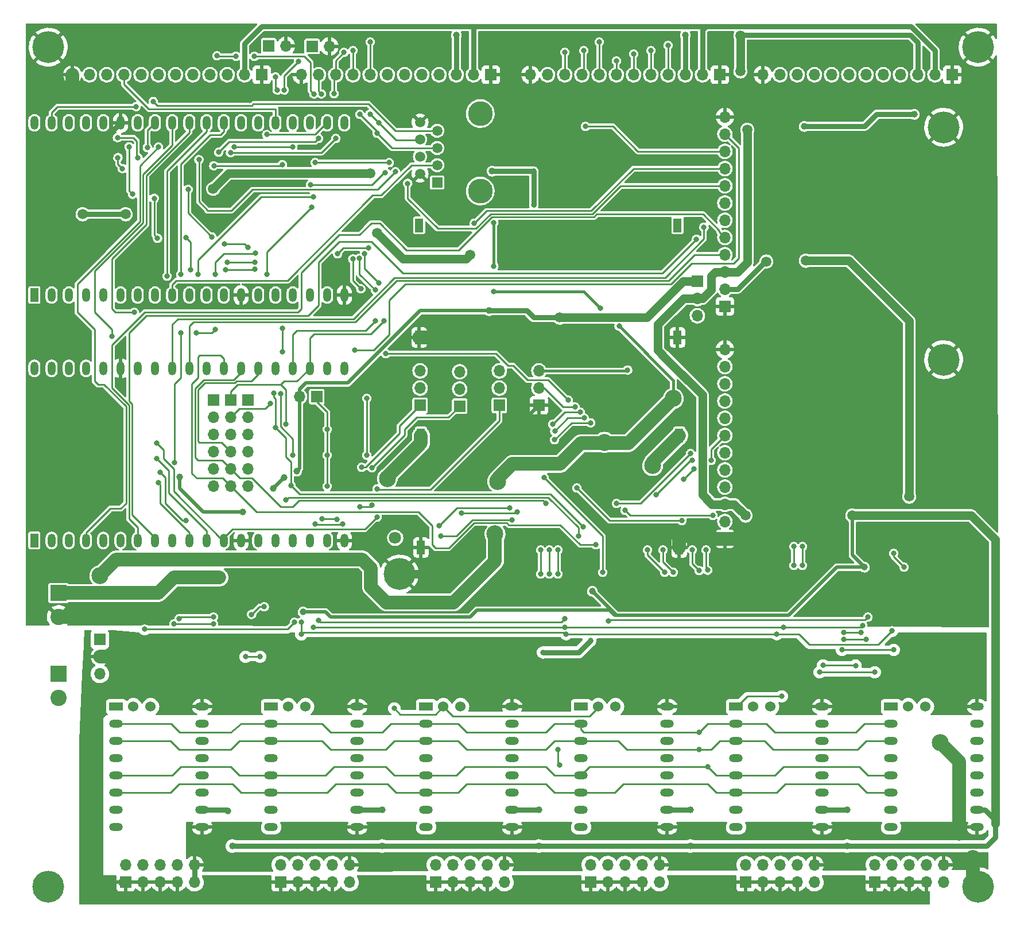
<source format=gbl>
G04 #@! TF.GenerationSoftware,KiCad,Pcbnew,(6.0.0)*
G04 #@! TF.CreationDate,2022-02-08T09:03:49-06:00*
G04 #@! TF.ProjectId,Main Board V1,4d61696e-2042-46f6-9172-642056312e6b,rev?*
G04 #@! TF.SameCoordinates,Original*
G04 #@! TF.FileFunction,Copper,L2,Bot*
G04 #@! TF.FilePolarity,Positive*
%FSLAX46Y46*%
G04 Gerber Fmt 4.6, Leading zero omitted, Abs format (unit mm)*
G04 Created by KiCad (PCBNEW (6.0.0)) date 2022-02-08 09:03:49*
%MOMM*%
%LPD*%
G01*
G04 APERTURE LIST*
G04 #@! TA.AperFunction,ComponentPad*
%ADD10R,1.700000X1.700000*%
G04 #@! TD*
G04 #@! TA.AperFunction,ComponentPad*
%ADD11O,1.700000X1.700000*%
G04 #@! TD*
G04 #@! TA.AperFunction,ComponentPad*
%ADD12R,2.400000X2.400000*%
G04 #@! TD*
G04 #@! TA.AperFunction,ComponentPad*
%ADD13C,2.400000*%
G04 #@! TD*
G04 #@! TA.AperFunction,ComponentPad*
%ADD14R,1.200000X2.000000*%
G04 #@! TD*
G04 #@! TA.AperFunction,ComponentPad*
%ADD15O,1.200000X2.000000*%
G04 #@! TD*
G04 #@! TA.AperFunction,ComponentPad*
%ADD16R,2.000000X1.200000*%
G04 #@! TD*
G04 #@! TA.AperFunction,ComponentPad*
%ADD17O,2.000000X1.200000*%
G04 #@! TD*
G04 #@! TA.AperFunction,ComponentPad*
%ADD18C,1.524000*%
G04 #@! TD*
G04 #@! TA.AperFunction,ComponentPad*
%ADD19C,3.100000*%
G04 #@! TD*
G04 #@! TA.AperFunction,ConnectorPad*
%ADD20C,4.700000*%
G04 #@! TD*
G04 #@! TA.AperFunction,ConnectorPad*
%ADD21C,4.700001*%
G04 #@! TD*
G04 #@! TA.AperFunction,WasherPad*
%ADD22C,3.650000*%
G04 #@! TD*
G04 #@! TA.AperFunction,ComponentPad*
%ADD23R,1.500000X1.500000*%
G04 #@! TD*
G04 #@! TA.AperFunction,ComponentPad*
%ADD24C,1.500000*%
G04 #@! TD*
G04 #@! TA.AperFunction,ComponentPad*
%ADD25C,1.800000*%
G04 #@! TD*
G04 #@! TA.AperFunction,ViaPad*
%ADD26C,2.500000*%
G04 #@! TD*
G04 #@! TA.AperFunction,ViaPad*
%ADD27C,1.500000*%
G04 #@! TD*
G04 #@! TA.AperFunction,ViaPad*
%ADD28C,0.800000*%
G04 #@! TD*
G04 #@! TA.AperFunction,ViaPad*
%ADD29C,1.000000*%
G04 #@! TD*
G04 #@! TA.AperFunction,Conductor*
%ADD30C,0.762000*%
G04 #@! TD*
G04 #@! TA.AperFunction,Conductor*
%ADD31C,1.270000*%
G04 #@! TD*
G04 #@! TA.AperFunction,Conductor*
%ADD32C,2.032000*%
G04 #@! TD*
G04 #@! TA.AperFunction,Conductor*
%ADD33C,0.381000*%
G04 #@! TD*
G04 #@! TA.AperFunction,Conductor*
%ADD34C,0.508000*%
G04 #@! TD*
G04 #@! TA.AperFunction,Conductor*
%ADD35C,0.254000*%
G04 #@! TD*
G04 #@! TA.AperFunction,Conductor*
%ADD36C,0.250000*%
G04 #@! TD*
G04 APERTURE END LIST*
D10*
X164592000Y-101727000D03*
D11*
X164592000Y-99187000D03*
X164592000Y-96647000D03*
X164592000Y-94107000D03*
X164592000Y-91567000D03*
X164592000Y-89027000D03*
X164592000Y-86487000D03*
X164592000Y-83947000D03*
X164592000Y-81407000D03*
X164592000Y-78867000D03*
X164592000Y-76327000D03*
X164592000Y-73787000D03*
D12*
X66294000Y-109728000D03*
D13*
X66294000Y-113228000D03*
D10*
X130048000Y-33274000D03*
D11*
X127508000Y-33274000D03*
X124968000Y-33274000D03*
X122428000Y-33274000D03*
X119888000Y-33274000D03*
X117348000Y-33274000D03*
X114808000Y-33274000D03*
X112268000Y-33274000D03*
X109728000Y-33274000D03*
X107188000Y-33274000D03*
X104648000Y-33274000D03*
X102108000Y-33274000D03*
D10*
X72390000Y-116586000D03*
D11*
X72390000Y-119126000D03*
X72390000Y-121666000D03*
D10*
X164592000Y-67437000D03*
D11*
X164592000Y-64897000D03*
X164592000Y-62357000D03*
X164592000Y-59817000D03*
X164592000Y-57277000D03*
X164592000Y-54737000D03*
X164592000Y-52197000D03*
X164592000Y-49657000D03*
X164592000Y-47117000D03*
X164592000Y-44577000D03*
X164592000Y-42037000D03*
X164592000Y-39497000D03*
D10*
X160528000Y-63754000D03*
D11*
X160528000Y-66294000D03*
X160528000Y-68834000D03*
D10*
X198120000Y-33274000D03*
D11*
X195580000Y-33274000D03*
X193040000Y-33274000D03*
X190500000Y-33274000D03*
X187960000Y-33274000D03*
X185420000Y-33274000D03*
X182880000Y-33274000D03*
X180340000Y-33274000D03*
X177800000Y-33274000D03*
X175260000Y-33274000D03*
X172720000Y-33274000D03*
X170180000Y-33274000D03*
D10*
X119634000Y-82042000D03*
D11*
X119634000Y-79502000D03*
X119634000Y-76962000D03*
D10*
X131318000Y-82042000D03*
D11*
X131318000Y-79502000D03*
X131318000Y-76962000D03*
D10*
X137160000Y-82042000D03*
D11*
X137160000Y-79502000D03*
X137160000Y-76962000D03*
D14*
X119507000Y-55499000D03*
X119507000Y-72009000D03*
X157607000Y-55499000D03*
X157607000Y-72009000D03*
X119761000Y-86487000D03*
X119761000Y-102997000D03*
X157861000Y-86487000D03*
X157861000Y-102997000D03*
X62738000Y-65786000D03*
D15*
X65278000Y-65786000D03*
X67818000Y-65786000D03*
X70358000Y-65786000D03*
X72898000Y-65786000D03*
X75438000Y-65786000D03*
X77978000Y-65786000D03*
X80518000Y-65786000D03*
X83058000Y-65786000D03*
X85598000Y-65786000D03*
X88138000Y-65786000D03*
X90678000Y-65786000D03*
X93218000Y-65786000D03*
X95758000Y-65786000D03*
X98298000Y-65786000D03*
X100838000Y-65786000D03*
X103378000Y-65786000D03*
X105918000Y-65786000D03*
X108458000Y-65786000D03*
X108458000Y-40386000D03*
X105918000Y-40386000D03*
X103378000Y-40386000D03*
X100838000Y-40386000D03*
X98298000Y-40386000D03*
X95758000Y-40386000D03*
X93218000Y-40386000D03*
X90678000Y-40386000D03*
X88138000Y-40386000D03*
X85598000Y-40386000D03*
X83058000Y-40386000D03*
X80518000Y-40386000D03*
X77978000Y-40386000D03*
X75438000Y-40386000D03*
X72898000Y-40386000D03*
X70358000Y-40386000D03*
X67818000Y-40386000D03*
X65278000Y-40386000D03*
X62738000Y-40386000D03*
D14*
X62738000Y-101981000D03*
D15*
X65278000Y-101981000D03*
X67818000Y-101981000D03*
X70358000Y-101981000D03*
X72898000Y-101981000D03*
X75438000Y-101981000D03*
X77978000Y-101981000D03*
X80518000Y-101981000D03*
X83058000Y-101981000D03*
X85598000Y-101981000D03*
X88138000Y-101981000D03*
X90678000Y-101981000D03*
X93218000Y-101981000D03*
X95758000Y-101981000D03*
X98298000Y-101981000D03*
X100838000Y-101981000D03*
X103378000Y-101981000D03*
X105918000Y-101981000D03*
X108458000Y-101981000D03*
X108458000Y-76581000D03*
X105918000Y-76581000D03*
X103378000Y-76581000D03*
X100838000Y-76581000D03*
X98298000Y-76581000D03*
X95758000Y-76581000D03*
X93218000Y-76581000D03*
X90678000Y-76581000D03*
X88138000Y-76581000D03*
X85598000Y-76581000D03*
X83058000Y-76581000D03*
X80518000Y-76581000D03*
X77978000Y-76581000D03*
X75438000Y-76581000D03*
X72898000Y-76581000D03*
X70358000Y-76581000D03*
X67818000Y-76581000D03*
X65278000Y-76581000D03*
X62738000Y-76581000D03*
D16*
X74803000Y-126492000D03*
D17*
X74803000Y-129032000D03*
X74803000Y-131572000D03*
X74803000Y-134112000D03*
X74803000Y-136652000D03*
X74803000Y-139192000D03*
X74803000Y-141732000D03*
X74803000Y-144272000D03*
X87503000Y-144272000D03*
X87503000Y-141732000D03*
X87503000Y-139192000D03*
X87503000Y-136652000D03*
X87503000Y-134112000D03*
X87503000Y-131572000D03*
X87503000Y-129032000D03*
X87503000Y-126492000D03*
D18*
X79883000Y-126492000D03*
X77343000Y-126492000D03*
D16*
X97663000Y-126492000D03*
D17*
X97663000Y-129032000D03*
X97663000Y-131572000D03*
X97663000Y-134112000D03*
X97663000Y-136652000D03*
X97663000Y-139192000D03*
X97663000Y-141732000D03*
X97663000Y-144272000D03*
X110363000Y-144272000D03*
X110363000Y-141732000D03*
X110363000Y-139192000D03*
X110363000Y-136652000D03*
X110363000Y-134112000D03*
X110363000Y-131572000D03*
X110363000Y-129032000D03*
X110363000Y-126492000D03*
D18*
X102743000Y-126492000D03*
X100203000Y-126492000D03*
D16*
X120523000Y-126492000D03*
D17*
X120523000Y-129032000D03*
X120523000Y-131572000D03*
X120523000Y-134112000D03*
X120523000Y-136652000D03*
X120523000Y-139192000D03*
X120523000Y-141732000D03*
X120523000Y-144272000D03*
X133223000Y-144272000D03*
X133223000Y-141732000D03*
X133223000Y-139192000D03*
X133223000Y-136652000D03*
X133223000Y-134112000D03*
X133223000Y-131572000D03*
X133223000Y-129032000D03*
X133223000Y-126492000D03*
D18*
X125603000Y-126492000D03*
X123063000Y-126492000D03*
D16*
X143383000Y-126492000D03*
D17*
X143383000Y-129032000D03*
X143383000Y-131572000D03*
X143383000Y-134112000D03*
X143383000Y-136652000D03*
X143383000Y-139192000D03*
X143383000Y-141732000D03*
X143383000Y-144272000D03*
X156083000Y-144272000D03*
X156083000Y-141732000D03*
X156083000Y-139192000D03*
X156083000Y-136652000D03*
X156083000Y-134112000D03*
X156083000Y-131572000D03*
X156083000Y-129032000D03*
X156083000Y-126492000D03*
D18*
X148463000Y-126492000D03*
X145923000Y-126492000D03*
D16*
X166243000Y-126492000D03*
D17*
X166243000Y-129032000D03*
X166243000Y-131572000D03*
X166243000Y-134112000D03*
X166243000Y-136652000D03*
X166243000Y-139192000D03*
X166243000Y-141732000D03*
X166243000Y-144272000D03*
X178943000Y-144272000D03*
X178943000Y-141732000D03*
X178943000Y-139192000D03*
X178943000Y-136652000D03*
X178943000Y-134112000D03*
X178943000Y-131572000D03*
X178943000Y-129032000D03*
X178943000Y-126492000D03*
D18*
X171323000Y-126492000D03*
X168783000Y-126492000D03*
D16*
X189103000Y-126492000D03*
D17*
X189103000Y-129032000D03*
X189103000Y-131572000D03*
X189103000Y-134112000D03*
X189103000Y-136652000D03*
X189103000Y-139192000D03*
X189103000Y-141732000D03*
X189103000Y-144272000D03*
X201803000Y-144272000D03*
X201803000Y-141732000D03*
X201803000Y-139192000D03*
X201803000Y-136652000D03*
X201803000Y-134112000D03*
X201803000Y-131572000D03*
X201803000Y-129032000D03*
X201803000Y-126492000D03*
D18*
X194183000Y-126492000D03*
X191643000Y-126492000D03*
D12*
X66294000Y-121666000D03*
D13*
X66294000Y-125166000D03*
D10*
X125476000Y-82169000D03*
D11*
X125476000Y-79629000D03*
X125476000Y-77089000D03*
D10*
X96266000Y-33274000D03*
D11*
X93726000Y-33274000D03*
X91186000Y-33274000D03*
X88646000Y-33274000D03*
X86106000Y-33274000D03*
X83566000Y-33274000D03*
X81026000Y-33274000D03*
X78486000Y-33274000D03*
X75946000Y-33274000D03*
X73406000Y-33274000D03*
X70866000Y-33274000D03*
X68326000Y-33274000D03*
D19*
X64770000Y-153035000D03*
D20*
X64770000Y-153035000D03*
D19*
X116586000Y-106934000D03*
D20*
X116586000Y-106934000D03*
D21*
X201930000Y-153035000D03*
D19*
X201930000Y-153035000D03*
D20*
X196850000Y-75311000D03*
D19*
X196850000Y-75311000D03*
D20*
X196850000Y-41021000D03*
D19*
X196850000Y-41021000D03*
X64770000Y-29210000D03*
D20*
X64770000Y-29210000D03*
X201930000Y-29210000D03*
D19*
X201930000Y-29210000D03*
D10*
X76200000Y-152400000D03*
D11*
X76200000Y-149860000D03*
X78740000Y-152400000D03*
X78740000Y-149860000D03*
X81280000Y-152400000D03*
X81280000Y-149860000D03*
X83820000Y-152400000D03*
X83820000Y-149860000D03*
X86360000Y-152400000D03*
X86360000Y-149860000D03*
D10*
X99060000Y-152400000D03*
D11*
X99060000Y-149860000D03*
X101600000Y-152400000D03*
X101600000Y-149860000D03*
X104140000Y-152400000D03*
X104140000Y-149860000D03*
X106680000Y-152400000D03*
X106680000Y-149860000D03*
X109220000Y-152400000D03*
X109220000Y-149860000D03*
D10*
X121920000Y-152400000D03*
D11*
X121920000Y-149860000D03*
X124460000Y-152400000D03*
X124460000Y-149860000D03*
X127000000Y-152400000D03*
X127000000Y-149860000D03*
X129540000Y-152400000D03*
X129540000Y-149860000D03*
X132080000Y-152400000D03*
X132080000Y-149860000D03*
D10*
X144780000Y-152400000D03*
D11*
X144780000Y-149860000D03*
X147320000Y-152400000D03*
X147320000Y-149860000D03*
X149860000Y-152400000D03*
X149860000Y-149860000D03*
X152400000Y-152400000D03*
X152400000Y-149860000D03*
X154940000Y-152400000D03*
X154940000Y-149860000D03*
D10*
X167640000Y-152400000D03*
D11*
X167640000Y-149860000D03*
X170180000Y-152400000D03*
X170180000Y-149860000D03*
X172720000Y-152400000D03*
X172720000Y-149860000D03*
X175260000Y-152400000D03*
X175260000Y-149860000D03*
X177800000Y-152400000D03*
X177800000Y-149860000D03*
D10*
X186690000Y-152400000D03*
D11*
X186690000Y-149860000D03*
X189230000Y-152400000D03*
X189230000Y-149860000D03*
X191770000Y-152400000D03*
X191770000Y-149860000D03*
X194310000Y-152400000D03*
X194310000Y-149860000D03*
X196850000Y-152400000D03*
X196850000Y-149860000D03*
D10*
X163830000Y-33274000D03*
D11*
X161290000Y-33274000D03*
X158750000Y-33274000D03*
X156210000Y-33274000D03*
X153670000Y-33274000D03*
X151130000Y-33274000D03*
X148590000Y-33274000D03*
X146050000Y-33274000D03*
X143510000Y-33274000D03*
X140970000Y-33274000D03*
X138430000Y-33274000D03*
X135890000Y-33274000D03*
D10*
X104394000Y-80772000D03*
D11*
X101854000Y-80772000D03*
D10*
X94234000Y-81280000D03*
D11*
X94234000Y-83820000D03*
X94234000Y-86360000D03*
X94234000Y-88900000D03*
X94234000Y-91440000D03*
X94234000Y-93980000D03*
D10*
X91694000Y-81280000D03*
D11*
X91694000Y-83820000D03*
X91694000Y-86360000D03*
X91694000Y-88900000D03*
X91694000Y-91440000D03*
X91694000Y-93980000D03*
D10*
X89154000Y-81280000D03*
D11*
X89154000Y-83820000D03*
X89154000Y-86360000D03*
X89154000Y-88900000D03*
X89154000Y-91440000D03*
X89154000Y-93980000D03*
D22*
X128500000Y-50430000D03*
X128500000Y-39000000D03*
D23*
X122150000Y-49160000D03*
D24*
X119610000Y-47890000D03*
X122150000Y-46620000D03*
X119610000Y-45350000D03*
X122150000Y-44080000D03*
X119610000Y-42810000D03*
X122150000Y-41540000D03*
X119610000Y-40270000D03*
D10*
X97300000Y-29000000D03*
D11*
X99840000Y-29000000D03*
D10*
X103700000Y-29100000D03*
D11*
X106240000Y-29100000D03*
D25*
X115951000Y-101600000D03*
X90043000Y-107442000D03*
D26*
X132715000Y-70358000D03*
D27*
X69850000Y-53848000D03*
X76200000Y-53848000D03*
X112300000Y-47800000D03*
D28*
X136398000Y-47498000D03*
X136398000Y-52500000D03*
D27*
X89100000Y-50100000D03*
X127043945Y-59861190D03*
X113284000Y-56641996D03*
D29*
X130250000Y-47500000D03*
D26*
X131064000Y-93270020D03*
D28*
X146249996Y-67750000D03*
X130500000Y-55118000D03*
X130499994Y-61500000D03*
D26*
X146812000Y-87503000D03*
D28*
X148979424Y-70355655D03*
D26*
X130683000Y-101017020D03*
D28*
X130500000Y-65250004D03*
D26*
X156972000Y-81026000D03*
X72390000Y-107188000D03*
D29*
X129794000Y-68072000D03*
X97967222Y-94310778D03*
X99568000Y-92710000D03*
X101410500Y-91758500D03*
D27*
X140221994Y-69102000D03*
D29*
X93472000Y-97790000D03*
X84138500Y-92583000D03*
X137160000Y-141732000D03*
D28*
X150241000Y-76835000D03*
D27*
X166878000Y-27493000D03*
D29*
X114046000Y-141732000D03*
X185166000Y-105918000D03*
D28*
X94774831Y-112885258D03*
D29*
X145034000Y-109474000D03*
D28*
X96647000Y-111760000D03*
D29*
X182626000Y-141732000D03*
D27*
X167640000Y-98298000D03*
D29*
X182626000Y-147066000D03*
X158750000Y-27432000D03*
X137160000Y-147066000D03*
X159512000Y-147066000D03*
D28*
X156083000Y-75311000D03*
D29*
X114046000Y-147066000D03*
D27*
X183388000Y-98298000D03*
D29*
X91313004Y-141859000D03*
X124968000Y-27432000D03*
X159512000Y-141732000D03*
X102362000Y-112522000D03*
D27*
X167894000Y-41402000D03*
X166878000Y-32766000D03*
D29*
X91948000Y-147066000D03*
D27*
X107442000Y-122174000D03*
D29*
X176276000Y-40894000D03*
D28*
X136144000Y-124968000D03*
D27*
X124460000Y-122174000D03*
X191770000Y-95504000D03*
X79248000Y-121920000D03*
D28*
X113030000Y-125222000D03*
X181610000Y-124968000D03*
D27*
X176530000Y-60706000D03*
X170688000Y-60833000D03*
D28*
X158750000Y-125222000D03*
D29*
X192532000Y-39116000D03*
D27*
X168656000Y-122174000D03*
X153670000Y-122174000D03*
X198120000Y-122174000D03*
X196088000Y-117348000D03*
D28*
X162814000Y-98298000D03*
X149860000Y-97536000D03*
X145542000Y-102616000D03*
X142748000Y-94234000D03*
X160020000Y-91440000D03*
X158496000Y-92964000D03*
X138176000Y-96520000D03*
X158242000Y-99060000D03*
X159512000Y-89154000D03*
X143001998Y-101346000D03*
X148590000Y-96519996D03*
X99822000Y-96012000D03*
X162560000Y-90170000D03*
X98297998Y-85344000D03*
X154438067Y-95256067D03*
X98044000Y-80264000D03*
X143724301Y-99993395D03*
X100584000Y-93853000D03*
X159766000Y-90170000D03*
X113030000Y-69596000D03*
X100838000Y-89408000D03*
X97536000Y-81788000D03*
X99043348Y-80300446D03*
X112231959Y-39079929D03*
X113538000Y-40386008D03*
X113023933Y-65017933D03*
X110690323Y-60334835D03*
X113538000Y-64008000D03*
X114300000Y-69596000D03*
X99822000Y-84836000D03*
X113284000Y-41910000D03*
X110744000Y-39116000D03*
X111417333Y-59632451D03*
X156210000Y-28956000D03*
X91656663Y-44756397D03*
X146050000Y-28448000D03*
X112268000Y-28448000D03*
X107188000Y-42672006D03*
X109728000Y-29718000D03*
X143764000Y-29718000D03*
X153670000Y-29718000D03*
X92236990Y-43942000D03*
X108400000Y-29972000D03*
X81026000Y-43942000D03*
X100838000Y-43942000D03*
X140970000Y-29972000D03*
X106934000Y-36068000D03*
X151130000Y-30226000D03*
X105050000Y-36100000D03*
X89916000Y-44704000D03*
X148590000Y-31242000D03*
X104648000Y-42672000D03*
X103886000Y-51308000D03*
X86868000Y-62738000D03*
X112056969Y-58863757D03*
X84328000Y-71374000D03*
X95300000Y-59600000D03*
X86614000Y-71374000D03*
X107442000Y-59690000D03*
X89408000Y-70866000D03*
X83381214Y-90481786D03*
X89408000Y-62738000D03*
X160394926Y-57524926D03*
X161500000Y-55750000D03*
X109982000Y-73914000D03*
X81026000Y-93472000D03*
X105156000Y-98806000D03*
X110998000Y-91186000D03*
X85090000Y-99060000D03*
X81280000Y-91948000D03*
X107353343Y-98906805D03*
X108204000Y-99568000D03*
X80772000Y-89916000D03*
X112522000Y-96792511D03*
X104140000Y-99568000D03*
X110744000Y-97028000D03*
X112538806Y-91238306D03*
X80772000Y-87630000D03*
X113284000Y-98516500D03*
X113284000Y-94361000D03*
X139446000Y-87122000D03*
X153162000Y-103378000D03*
X160782002Y-130302000D03*
X144780000Y-84617051D03*
X155702000Y-106680000D03*
X143810701Y-83890051D03*
X155448004Y-103378000D03*
X160782000Y-132842000D03*
X156972000Y-106680002D03*
X139495000Y-85852000D03*
X159766000Y-103378000D03*
X143256000Y-83058000D03*
X139192000Y-84836000D03*
X162052000Y-135382000D03*
X160782001Y-106425995D03*
X142494000Y-82296000D03*
X162033868Y-106360545D03*
X161798000Y-103378000D03*
D26*
X153924000Y-90932000D03*
D28*
X125730000Y-97917000D03*
X133985000Y-97790000D03*
X111760000Y-81026000D03*
X109697640Y-60455684D03*
X115824000Y-126746000D03*
X111760000Y-89408000D03*
X110889074Y-64860926D03*
X141478000Y-81280000D03*
X114554000Y-74422000D03*
X137922000Y-92710000D03*
X146558000Y-106680000D03*
X132842000Y-97190500D03*
X122428000Y-99822000D03*
X137414000Y-103378000D03*
X137414000Y-106934000D03*
X122682000Y-101346000D03*
X133223000Y-98933000D03*
X139954000Y-106934000D03*
X139954000Y-103378002D03*
X138684000Y-106934000D03*
X138684000Y-103378000D03*
X189230002Y-115316000D03*
X141171948Y-115787399D03*
X102108000Y-115824000D03*
X102108000Y-114046000D03*
X172248601Y-115787399D03*
X174752000Y-102870000D03*
X174752000Y-105664000D03*
X103886000Y-114808000D03*
X184912000Y-114519010D03*
X140970004Y-114808000D03*
X176022000Y-105664000D03*
X176022000Y-102870000D03*
X173228000Y-114808000D03*
X78994002Y-115062000D03*
X101092000Y-114046000D03*
X104613001Y-113757001D03*
X140970000Y-113538000D03*
X89154000Y-114300000D03*
X83312000Y-114299988D03*
X89154000Y-113284000D03*
X84074000Y-113538000D03*
X172974000Y-124968000D03*
X147378679Y-113850679D03*
X185674000Y-113284000D03*
X189484000Y-103886002D03*
X191008000Y-105918000D03*
X185385010Y-116586000D03*
X182118000Y-116586000D03*
X184623000Y-115570000D03*
X182153000Y-115570000D03*
X179070000Y-120396000D03*
X183858751Y-120428852D03*
X186690000Y-121412000D03*
X178562000Y-121412000D03*
X140208000Y-135128000D03*
X139954000Y-132842000D03*
X74168000Y-71882000D03*
X77470000Y-68326000D03*
X82296000Y-62992000D03*
X84328000Y-62738000D03*
D26*
X114808000Y-92837000D03*
D28*
X105918000Y-89408000D03*
X105918000Y-85598000D03*
X105918000Y-93980000D03*
X85800000Y-62000000D03*
X95246779Y-61964330D03*
X90900000Y-62000000D03*
X77200000Y-50900000D03*
X76700000Y-43900000D03*
X80400000Y-51500000D03*
X85100000Y-57300000D03*
X80900000Y-57400000D03*
X88900000Y-57200000D03*
X94270999Y-58729001D03*
X75057000Y-45500000D03*
X85400000Y-50200000D03*
X75714067Y-47114067D03*
X90800000Y-58200000D03*
X95250000Y-60960000D03*
X91186000Y-60960000D03*
X104140000Y-46228000D03*
X103950000Y-36100000D03*
X95200000Y-30550000D03*
X89662000Y-30480000D03*
X144018000Y-40894000D03*
X92450000Y-30550000D03*
X115084571Y-46233761D03*
X79400000Y-44000000D03*
X115981933Y-47581933D03*
X117800000Y-49300000D03*
X87000000Y-45800000D03*
X103500000Y-49500000D03*
X99300000Y-46517000D03*
X89200000Y-46700000D03*
X114500000Y-47700000D03*
X74988319Y-42545000D03*
X78000000Y-45500000D03*
X127598846Y-55198837D03*
X98300000Y-33600000D03*
X98552000Y-35524500D03*
X97000000Y-42100000D03*
X101700000Y-31300000D03*
X103600000Y-52800000D03*
X99568000Y-35524500D03*
X97028000Y-62700500D03*
X99314000Y-74168000D03*
X99314000Y-70647000D03*
X80264000Y-37211000D03*
X77724000Y-37973000D03*
X93890000Y-119126000D03*
X177292000Y-102870000D03*
X147066000Y-36830000D03*
X190246000Y-108204000D03*
X146812000Y-46228000D03*
X71120000Y-44196000D03*
D27*
X124714000Y-106172000D03*
D26*
X201168000Y-148897000D03*
D27*
X168656000Y-106487000D03*
D26*
X196342000Y-131826000D03*
D27*
X131318000Y-108204000D03*
X108458000Y-107061000D03*
D28*
X146000000Y-55000000D03*
D27*
X73660000Y-36068000D03*
X72009000Y-81534000D03*
D28*
X146304000Y-81534000D03*
D27*
X110744000Y-111506000D03*
D28*
X189484000Y-118110000D03*
D26*
X129286000Y-89408000D03*
X199136000Y-145034000D03*
D28*
X146304000Y-85344051D03*
X137750014Y-118500000D03*
X146050000Y-56642000D03*
D26*
X201930000Y-113284000D03*
D27*
X183642000Y-96012000D03*
D28*
X94488003Y-37084003D03*
D27*
X153416000Y-106487000D03*
D29*
X147574000Y-109728000D03*
D28*
X181864000Y-118110000D03*
D29*
X138684000Y-145034000D03*
D28*
X145288000Y-107950000D03*
X135636000Y-144526000D03*
X191770000Y-112776000D03*
D26*
X145034000Y-74422000D03*
D28*
X96012000Y-119126000D03*
X94996000Y-114046000D03*
D27*
X127441499Y-104267000D03*
D26*
X137414000Y-74422000D03*
D28*
X134620000Y-88392000D03*
X138938000Y-82296000D03*
D29*
X138684000Y-149352000D03*
D26*
X124714000Y-87757000D03*
D28*
X132588000Y-103886000D03*
D27*
X92964000Y-106934000D03*
D28*
X172212000Y-96012000D03*
X103124000Y-107061000D03*
D26*
X198500000Y-94500000D03*
D28*
X97479697Y-113356784D03*
X144750000Y-116750000D03*
X146812000Y-43688000D03*
D27*
X152654000Y-36830000D03*
X198628000Y-106426000D03*
X79756000Y-113030000D03*
D28*
X189484000Y-112776000D03*
D30*
X76200000Y-53848000D02*
X69850000Y-53848000D01*
D31*
X117103003Y-60460999D02*
X126444136Y-60460999D01*
X112300000Y-47800000D02*
X91400000Y-47800000D01*
D30*
X136398000Y-52500000D02*
X136398000Y-47498000D01*
D31*
X126444136Y-60460999D02*
X127043945Y-59861190D01*
D30*
X130250000Y-47500000D02*
X136396000Y-47500000D01*
X136396000Y-47500000D02*
X136398000Y-47498000D01*
D31*
X113284000Y-56641996D02*
X117103003Y-60460999D01*
X91400000Y-47800000D02*
X89100000Y-50100000D01*
D32*
X156972000Y-81026000D02*
X150368000Y-87630000D01*
X112395000Y-108839000D02*
X114681000Y-111125000D01*
X143383000Y-87630000D02*
X140335000Y-90678000D01*
X114681000Y-111125000D02*
X124587000Y-111125000D01*
D33*
X130500000Y-61499994D02*
X130499994Y-61500000D01*
X130500000Y-55118000D02*
X130500000Y-61499994D01*
D32*
X110109000Y-104775000D02*
X111125000Y-104775000D01*
X112395000Y-106045000D02*
X112395000Y-108839000D01*
X124587000Y-111125000D02*
X130683000Y-105029000D01*
X74803000Y-104775000D02*
X110109000Y-104775000D01*
X130683000Y-105029000D02*
X130683000Y-101017020D01*
D33*
X143750000Y-65250004D02*
X146249996Y-67750000D01*
D32*
X131064000Y-92837000D02*
X131064000Y-93270020D01*
X111125000Y-104775000D02*
X112395000Y-106045000D01*
X150368000Y-87630000D02*
X143383000Y-87630000D01*
X140335000Y-90678000D02*
X133223000Y-90678000D01*
D33*
X130500000Y-65250004D02*
X143750000Y-65250004D01*
X156972000Y-81026000D02*
X156972000Y-78348231D01*
D32*
X146812000Y-87503000D02*
X146939000Y-87630000D01*
D33*
X156972000Y-78348231D02*
X148979424Y-70355655D01*
D32*
X133223000Y-90678000D02*
X131064000Y-92837000D01*
X72390000Y-107188000D02*
X74803000Y-104775000D01*
D34*
X101854000Y-79646000D02*
X101854000Y-80772000D01*
X84138500Y-92583000D02*
X84138500Y-94298500D01*
D31*
X140257340Y-69066654D02*
X140221994Y-69102000D01*
D34*
X129794000Y-68072000D02*
X119634000Y-68072000D01*
D31*
X153095346Y-69066654D02*
X140257340Y-69066654D01*
D34*
X101854000Y-80772000D02*
X101854000Y-91315000D01*
D31*
X160528000Y-63754000D02*
X158408000Y-63754000D01*
D34*
X87630000Y-97790000D02*
X93472000Y-97790000D01*
D30*
X140221994Y-69102000D02*
X136412000Y-69102000D01*
X135382000Y-68072000D02*
X129794000Y-68072000D01*
D34*
X102760000Y-78740000D02*
X101854000Y-79646000D01*
X99568000Y-92710000D02*
X97967222Y-94310778D01*
D31*
X158408000Y-63754000D02*
X153095346Y-69066654D01*
D34*
X119634000Y-68072000D02*
X108966000Y-78740000D01*
X84138500Y-94298500D02*
X87630000Y-97790000D01*
X101854000Y-91315000D02*
X101410500Y-91758500D01*
D30*
X136412000Y-69102000D02*
X135382000Y-68072000D01*
D34*
X108966000Y-78740000D02*
X102760000Y-78740000D01*
D31*
X167894000Y-60960000D02*
X167894000Y-41402000D01*
D34*
X148336000Y-113030000D02*
X148590000Y-113030000D01*
X185166000Y-105918000D02*
X181102000Y-105918000D01*
D31*
X154686000Y-70104000D02*
X154686000Y-73914000D01*
D30*
X203200000Y-147066000D02*
X204470000Y-145796000D01*
D31*
X161290000Y-95250000D02*
X162687000Y-96647000D01*
X160528000Y-66294000D02*
X161290000Y-66294000D01*
D30*
X202946000Y-141732000D02*
X201803000Y-141732000D01*
X204470000Y-143256000D02*
X202946000Y-141732000D01*
X193040000Y-28538486D02*
X191933514Y-27432000D01*
D31*
X160528000Y-66294000D02*
X158496000Y-66294000D01*
D33*
X150114000Y-76962000D02*
X150241000Y-76835000D01*
D34*
X148590000Y-113030000D02*
X145034000Y-109474000D01*
D30*
X178943000Y-141732000D02*
X181102000Y-141732000D01*
X133223000Y-141732000D02*
X134366000Y-141732000D01*
X91186004Y-141732000D02*
X91313004Y-141859000D01*
X94996000Y-147066000D02*
X115570000Y-147066000D01*
X182626000Y-147066000D02*
X184912000Y-147066000D01*
D31*
X166878000Y-32766000D02*
X166878000Y-27493000D01*
D30*
X137160000Y-147066000D02*
X138430000Y-147066000D01*
D31*
X204470000Y-101854000D02*
X204470000Y-143764000D01*
D30*
X156083000Y-141732000D02*
X158750000Y-141732000D01*
D35*
X95900089Y-111760000D02*
X94774831Y-112885258D01*
D30*
X112268000Y-141732000D02*
X114046000Y-141732000D01*
X138430000Y-147066000D02*
X159512000Y-147066000D01*
X162560000Y-147066000D02*
X182626000Y-147066000D01*
D34*
X127000000Y-113284000D02*
X128016000Y-112268000D01*
X173990000Y-113030000D02*
X148590000Y-113030000D01*
X183388000Y-104140000D02*
X185166000Y-105918000D01*
D31*
X156083000Y-75311000D02*
X161290000Y-80518000D01*
X154686000Y-73914000D02*
X156083000Y-75311000D01*
X164592000Y-62357000D02*
X166497000Y-62357000D01*
D30*
X193040000Y-33274000D02*
X193040000Y-28538486D01*
D34*
X147574000Y-112268000D02*
X148336000Y-113030000D01*
D30*
X166939000Y-27432000D02*
X166878000Y-27493000D01*
D31*
X161290000Y-80518000D02*
X161290000Y-95250000D01*
D30*
X204470000Y-143764000D02*
X204470000Y-143256000D01*
D31*
X162560000Y-62992000D02*
X163195000Y-62357000D01*
X162687000Y-96647000D02*
X164592000Y-96647000D01*
D30*
X158750000Y-33274000D02*
X158750000Y-27432000D01*
D34*
X128016000Y-112268000D02*
X147574000Y-112268000D01*
D30*
X94996000Y-147066000D02*
X91948000Y-147066000D01*
D34*
X181102000Y-105918000D02*
X173990000Y-113030000D01*
D30*
X204470000Y-145796000D02*
X204470000Y-143764000D01*
D31*
X161290000Y-66294000D02*
X162560000Y-65024000D01*
X164592000Y-96647000D02*
X165989000Y-96647000D01*
X165989000Y-96647000D02*
X167640000Y-98298000D01*
D30*
X181102000Y-141732000D02*
X182626000Y-141732000D01*
D34*
X105664000Y-112522000D02*
X106426000Y-113284000D01*
X102362000Y-112522000D02*
X105664000Y-112522000D01*
D33*
X137160000Y-76962000D02*
X150114000Y-76962000D01*
D30*
X184912000Y-147066000D02*
X203200000Y-147066000D01*
D31*
X166497000Y-62357000D02*
X167894000Y-60960000D01*
D30*
X158750000Y-141732000D02*
X159512000Y-141732000D01*
X115570000Y-147066000D02*
X137160000Y-147066000D01*
D34*
X183388000Y-98298000D02*
X183388000Y-104140000D01*
D35*
X96647000Y-111760000D02*
X95900089Y-111760000D01*
D30*
X191933514Y-27432000D02*
X166939000Y-27432000D01*
X159512000Y-147066000D02*
X162560000Y-147066000D01*
X87503000Y-141732000D02*
X91186004Y-141732000D01*
D31*
X163195000Y-62357000D02*
X164592000Y-62357000D01*
X183388000Y-98298000D02*
X200914000Y-98298000D01*
D30*
X110363000Y-141732000D02*
X112268000Y-141732000D01*
D31*
X158496000Y-66294000D02*
X154686000Y-70104000D01*
X162560000Y-65024000D02*
X162560000Y-62992000D01*
D34*
X106426000Y-113284000D02*
X127000000Y-113284000D01*
D31*
X200914000Y-98298000D02*
X204470000Y-101854000D01*
D30*
X134366000Y-141732000D02*
X137160000Y-141732000D01*
X124968000Y-33274000D02*
X124968000Y-27432000D01*
X127508000Y-33274000D02*
X127508000Y-26416000D01*
D32*
X72390000Y-119126000D02*
X74168000Y-119126000D01*
D30*
X127508000Y-26416000D02*
X127254000Y-26162000D01*
X161290000Y-26670000D02*
X161798000Y-26162000D01*
X195580000Y-33274000D02*
X195580000Y-29718000D01*
X186944000Y-39116000D02*
X192532000Y-39116000D01*
D31*
X176530000Y-60706000D02*
X182880000Y-60706000D01*
X76200000Y-152400000D02*
X75692000Y-152400000D01*
D30*
X185166000Y-40894000D02*
X186944000Y-39116000D01*
D31*
X182880000Y-60706000D02*
X191770000Y-69596000D01*
D30*
X161290000Y-33274000D02*
X161290000Y-26670000D01*
X195580000Y-29718000D02*
X192024000Y-26162000D01*
X166497000Y-64897000D02*
X164592000Y-64897000D01*
X96266000Y-26162000D02*
X93726000Y-28702000D01*
X192024000Y-26162000D02*
X161798000Y-26162000D01*
X170561000Y-60833000D02*
X166497000Y-64897000D01*
D31*
X191770000Y-69596000D02*
X191770000Y-95504000D01*
D30*
X93726000Y-28702000D02*
X93726000Y-33274000D01*
X127254000Y-26162000D02*
X96266000Y-26162000D01*
X176276000Y-40894000D02*
X185166000Y-40894000D01*
X161798000Y-26162000D02*
X127254000Y-26162000D01*
D35*
X87122000Y-74676000D02*
X90170000Y-74676000D01*
X123831374Y-103124000D02*
X127568854Y-99386520D01*
X85959980Y-78886020D02*
X86868000Y-77978000D01*
X86706999Y-92802999D02*
X85959980Y-92055980D01*
X140323555Y-99695000D02*
X143244555Y-102616000D01*
X91694000Y-93980000D02*
X95504000Y-97790000D01*
X86868000Y-77978000D02*
X86868000Y-74930000D01*
X86868000Y-74930000D02*
X87122000Y-74676000D01*
X121412000Y-99822000D02*
X121412000Y-102616000D01*
X127568854Y-99386520D02*
X132394625Y-99386520D01*
X119380000Y-97790000D02*
X121412000Y-99822000D01*
X121412000Y-102616000D02*
X121920000Y-103124000D01*
X91694000Y-93980000D02*
X90516999Y-92802999D01*
X90516999Y-92802999D02*
X86706999Y-92802999D01*
X132394625Y-99386520D02*
X132703105Y-99695000D01*
X90678000Y-75184000D02*
X90678000Y-76581000D01*
X132703105Y-99695000D02*
X140323555Y-99695000D01*
X95504000Y-97790000D02*
X119380000Y-97790000D01*
X143244555Y-102616000D02*
X145542000Y-102616000D01*
X90170000Y-74676000D02*
X90678000Y-75184000D01*
X85959980Y-92055980D02*
X85959980Y-78886020D01*
X149860000Y-97536000D02*
X150622000Y-98298000D01*
X121920000Y-103124000D02*
X123831374Y-103124000D01*
X150622000Y-98298000D02*
X162814000Y-98298000D01*
X137722011Y-96066011D02*
X138176000Y-96520000D01*
X86413990Y-79567943D02*
X87695943Y-78285990D01*
X147574000Y-99060000D02*
X158242000Y-99060000D01*
X91694000Y-91440000D02*
X93056999Y-92802999D01*
X86413990Y-89715990D02*
X86413990Y-79567943D01*
X158496000Y-92964000D02*
X160020000Y-91440000D01*
X87695943Y-78285990D02*
X92133876Y-78285990D01*
X91694000Y-91440000D02*
X90424000Y-90170000D01*
X99060000Y-97028000D02*
X100838000Y-97028000D01*
X92133876Y-78285990D02*
X93218000Y-77201866D01*
X90424000Y-90170000D02*
X86868000Y-90170000D01*
X101799989Y-96066011D02*
X137722011Y-96066011D01*
X100838000Y-97028000D02*
X101799989Y-96066011D01*
X86868000Y-90170000D02*
X86413990Y-89715990D01*
X94834999Y-92802999D02*
X99060000Y-97028000D01*
X142748000Y-94234000D02*
X147574000Y-99060000D01*
X93056999Y-92802999D02*
X94834999Y-92802999D01*
X93218000Y-77201866D02*
X93218000Y-76581000D01*
X86868000Y-79756000D02*
X87884000Y-78740000D01*
X94742000Y-78486000D02*
X95758000Y-77470000D01*
X92575933Y-78486000D02*
X94742000Y-78486000D01*
X90331001Y-87537001D02*
X87029001Y-87537001D01*
X87884000Y-78740000D02*
X92321933Y-78740000D01*
X99822000Y-96012000D02*
X100221999Y-95612001D01*
X87029001Y-87537001D02*
X86868000Y-87376000D01*
X91694000Y-88900000D02*
X90331001Y-87537001D01*
X143001998Y-100075998D02*
X143001998Y-101346000D01*
X100221999Y-95612001D02*
X138538001Y-95612001D01*
X138538001Y-95612001D02*
X143001998Y-100075998D01*
X95758000Y-77470000D02*
X95758000Y-76581000D01*
X152146004Y-96519996D02*
X148590000Y-96519996D01*
X92321933Y-78740000D02*
X92575933Y-78486000D01*
X159512000Y-89154000D02*
X152146004Y-96519996D01*
X86868000Y-87376000D02*
X86868000Y-79756000D01*
X154438067Y-95256067D02*
X159524134Y-90170000D01*
X162560000Y-88519000D02*
X164592000Y-86487000D01*
X100584000Y-90424000D02*
X99822000Y-89662000D01*
X100584000Y-93853000D02*
X100584000Y-90424000D01*
X162560000Y-90170000D02*
X162560000Y-88519000D01*
X98297998Y-81083683D02*
X98297998Y-85344000D01*
X98044000Y-80264000D02*
X98044000Y-80829685D01*
X138888897Y-95157991D02*
X143724301Y-99993395D01*
X100584000Y-93853000D02*
X101888991Y-95157991D01*
X159524134Y-90170000D02*
X159766000Y-90170000D01*
X99822000Y-89662000D02*
X99822000Y-86868002D01*
X98044000Y-80829685D02*
X98297998Y-81083683D01*
X101888991Y-95157991D02*
X138888897Y-95157991D01*
X99822000Y-86868002D02*
X98297998Y-85344000D01*
X96774000Y-82550000D02*
X97536000Y-81788000D01*
X110690323Y-62684323D02*
X110690323Y-60334835D01*
X119494000Y-42926000D02*
X116078030Y-42926000D01*
X100838000Y-76581000D02*
X100838000Y-71628000D01*
X111626000Y-71000000D02*
X113030000Y-69596000D01*
X100838000Y-86987932D02*
X99043348Y-85193280D01*
X91694000Y-83820000D02*
X92964000Y-82550000D01*
X116078030Y-42926000D02*
X112231959Y-39079929D01*
X119610000Y-42810000D02*
X119494000Y-42926000D01*
X101466000Y-71000000D02*
X111626000Y-71000000D01*
X100838000Y-71628000D02*
X101466000Y-71000000D01*
X92964000Y-82550000D02*
X96774000Y-82550000D01*
X100838000Y-89408000D02*
X100838000Y-86987932D01*
X99043348Y-85193280D02*
X99043348Y-80300446D01*
X113023933Y-65017933D02*
X110690323Y-62684323D01*
X91694000Y-80010000D02*
X92710000Y-78994000D01*
X115461373Y-44087373D02*
X113284000Y-41910000D01*
X101473000Y-78486000D02*
X103378000Y-76581000D01*
X110744000Y-39116000D02*
X113284000Y-41656000D01*
X103378000Y-76581000D02*
X103378000Y-72136000D01*
X99060000Y-78994000D02*
X99568000Y-78486000D01*
X92710000Y-78994000D02*
X99060000Y-78994000D01*
X91694000Y-81280000D02*
X91694000Y-80010000D01*
X104014000Y-71500000D02*
X112396000Y-71500000D01*
X99822000Y-79756000D02*
X99060000Y-78994000D01*
X99568000Y-78486000D02*
X101473000Y-78486000D01*
X122142627Y-44087373D02*
X115461373Y-44087373D01*
X112396000Y-71500000D02*
X114300000Y-69596000D01*
X113538000Y-64008000D02*
X111417333Y-61887333D01*
X103378000Y-72136000D02*
X104014000Y-71500000D01*
X99822000Y-84836000D02*
X99822000Y-79756000D01*
X113284000Y-41656000D02*
X113284000Y-41910000D01*
X122150000Y-44080000D02*
X122142627Y-44087373D01*
X111417333Y-61887333D02*
X111417333Y-59632451D01*
X105103609Y-44756397D02*
X91656663Y-44756397D01*
X112268000Y-28448000D02*
X112268000Y-33274000D01*
X146050000Y-28448000D02*
X146050000Y-33274000D01*
X107188000Y-42672006D02*
X105103609Y-44756397D01*
X156210000Y-28956000D02*
X156210000Y-33274000D01*
X143764000Y-29718000D02*
X143764000Y-33020000D01*
X153670000Y-29718000D02*
X153670000Y-33274000D01*
X143764000Y-33020000D02*
X143510000Y-33274000D01*
X109728000Y-29718000D02*
X109728000Y-33274000D01*
X106934000Y-36068000D02*
X106934000Y-33528000D01*
X70358000Y-100838000D02*
X73914000Y-97282000D01*
X75438000Y-97282000D02*
X76253990Y-96466010D01*
X71628000Y-78486000D02*
X71628000Y-70866000D01*
X140970000Y-29972000D02*
X140970000Y-33274000D01*
X76253990Y-96466010D02*
X76253990Y-82230056D01*
X69088000Y-65278000D02*
X69088000Y-64127934D01*
X107188000Y-33274000D02*
X107188000Y-31184000D01*
X78285990Y-54929944D02*
X78285990Y-46682010D01*
X72136000Y-78994000D02*
X71628000Y-78486000D01*
X73914000Y-97282000D02*
X75438000Y-97282000D01*
X71628000Y-70866000D02*
X69088000Y-68326000D01*
X70358000Y-101981000D02*
X70358000Y-100838000D01*
X69088000Y-64127934D02*
X78285990Y-54929944D01*
X69088000Y-68326000D02*
X69088000Y-65278000D01*
X107188000Y-31184000D02*
X108400000Y-29972000D01*
X106934000Y-33528000D02*
X107188000Y-33274000D01*
X78285990Y-46682010D02*
X81026000Y-43942000D01*
X100838000Y-43942000D02*
X92236990Y-43942000D01*
X73017934Y-78994000D02*
X72136000Y-78994000D01*
X151130000Y-30226000D02*
X151130000Y-33274000D01*
X76253990Y-82230056D02*
X73017934Y-78994000D01*
X91440000Y-43180000D02*
X104140000Y-43180000D01*
X89916000Y-44704000D02*
X91440000Y-43180000D01*
X148590000Y-31242000D02*
X148590000Y-33274000D01*
X104140000Y-43180000D02*
X104648000Y-42672000D01*
X104648000Y-35698000D02*
X105050000Y-36100000D01*
X104648000Y-33274000D02*
X104648000Y-35698000D01*
X86868000Y-62738000D02*
X86868000Y-60632000D01*
X86868000Y-60632000D02*
X96192000Y-51308000D01*
X96192000Y-51308000D02*
X103886000Y-51308000D01*
X88900000Y-71374000D02*
X89408000Y-70866000D01*
X89408000Y-60960000D02*
X90678000Y-59690000D01*
X84328000Y-77978000D02*
X84328000Y-71374000D01*
X107442000Y-59690000D02*
X108268243Y-58863757D01*
X86614000Y-71374000D02*
X88900000Y-71374000D01*
X89408000Y-62738000D02*
X89408000Y-60960000D01*
X90678000Y-59690000D02*
X94996000Y-59690000D01*
X83381214Y-90481786D02*
X83381214Y-78924786D01*
X108268243Y-58863757D02*
X112056969Y-58863757D01*
X83381214Y-78924786D02*
X84328000Y-77978000D01*
X160147000Y-59817000D02*
X164592000Y-59817000D01*
X110089979Y-69742021D02*
X116142978Y-63689022D01*
X86213979Y-69742021D02*
X110089979Y-69742021D01*
X85598000Y-70358000D02*
X86213979Y-69742021D01*
X85598000Y-76581000D02*
X85598000Y-70358000D01*
X156274978Y-63689022D02*
X160147000Y-59817000D01*
X116142978Y-63689022D02*
X156274978Y-63689022D01*
D36*
X164592000Y-57277000D02*
X163742001Y-56427001D01*
D35*
X101600000Y-68326000D02*
X102108000Y-67818000D01*
D36*
X163742001Y-56242001D02*
X161349999Y-53849999D01*
X117622999Y-59122999D02*
X113700000Y-55200000D01*
X145256724Y-54256723D02*
X130202762Y-54256723D01*
X161349999Y-53849999D02*
X145663447Y-53849999D01*
D35*
X102108000Y-62484000D02*
X107696000Y-56896000D01*
X74168000Y-79502000D02*
X74168000Y-73152000D01*
D36*
X145663447Y-53849999D02*
X145256724Y-54256723D01*
X130202762Y-54256723D02*
X125336486Y-59122999D01*
D35*
X77978000Y-101981000D02*
X77978000Y-100076000D01*
X76708000Y-82042000D02*
X74168000Y-79502000D01*
D36*
X125336486Y-59122999D02*
X117622999Y-59122999D01*
D35*
X102108000Y-67818000D02*
X102108000Y-62484000D01*
X76708000Y-98806000D02*
X76708000Y-82042000D01*
X77978000Y-100076000D02*
X76708000Y-98806000D01*
X107696000Y-56896000D02*
X109982000Y-56896000D01*
X74168000Y-73152000D02*
X78994000Y-68326000D01*
D36*
X163742001Y-56427001D02*
X163742001Y-56242001D01*
X110704000Y-56896000D02*
X109982000Y-56896000D01*
D35*
X78994000Y-68326000D02*
X101600000Y-68326000D01*
D36*
X113700000Y-55200000D02*
X112400000Y-55200000D01*
X112400000Y-55200000D02*
X110704000Y-56896000D01*
D35*
X104648000Y-60960000D02*
X107696000Y-57912000D01*
X103124000Y-68834000D02*
X104648000Y-67310000D01*
X76708000Y-71374000D02*
X79248000Y-68834000D01*
X79248000Y-68834000D02*
X103124000Y-68834000D01*
X159994927Y-57924925D02*
X160394926Y-57524926D01*
X80518000Y-101581000D02*
X77162011Y-98225011D01*
X107696000Y-57912000D02*
X112452036Y-57912000D01*
X112452036Y-57912000D02*
X117071037Y-62531001D01*
X77162011Y-98225011D02*
X77162010Y-81853942D01*
X104648000Y-67310000D02*
X104648000Y-60960000D01*
X80518000Y-101981000D02*
X80518000Y-101581000D01*
X117071037Y-62531001D02*
X155388851Y-62531001D01*
X155388851Y-62531001D02*
X159994927Y-57924925D01*
X76708000Y-81399932D02*
X76708000Y-71374000D01*
X77162010Y-81853942D02*
X76708000Y-81399932D01*
X115834989Y-63235011D02*
X155764989Y-63235011D01*
X109781990Y-69288010D02*
X115834989Y-63235011D01*
X161500000Y-57500000D02*
X161500000Y-55750000D01*
X83058000Y-76581000D02*
X83058000Y-70104000D01*
X83058000Y-70104000D02*
X83873990Y-69288010D01*
X155764989Y-63235011D02*
X161500000Y-57500000D01*
X83873990Y-69288010D02*
X109781990Y-69288010D01*
X165862000Y-61087000D02*
X166624000Y-60325000D01*
X156658483Y-64143031D02*
X159714514Y-61087000D01*
X115062000Y-66548000D02*
X117466969Y-64143031D01*
X166624000Y-60325000D02*
X166624000Y-44069000D01*
X159714514Y-61087000D02*
X165862000Y-61087000D01*
X112776000Y-73914000D02*
X115062000Y-71628000D01*
X115062000Y-71628000D02*
X115062000Y-66548000D01*
X117466969Y-64143031D02*
X156658483Y-64143031D01*
X109982000Y-73914000D02*
X112776000Y-73914000D01*
X166624000Y-44069000D02*
X164592000Y-42037000D01*
X81280000Y-96520000D02*
X81280000Y-93726000D01*
X85598000Y-100838000D02*
X81280000Y-96520000D01*
X81280000Y-93726000D02*
X81026000Y-93472000D01*
X85598000Y-101981000D02*
X85598000Y-100838000D01*
X82042000Y-92710000D02*
X81280000Y-91948000D01*
X110998000Y-91186000D02*
X111563685Y-91186000D01*
X84582000Y-99060000D02*
X85090000Y-99060000D01*
X111563685Y-91186000D02*
X116586000Y-86163685D01*
X116586000Y-86163685D02*
X116586000Y-85090000D01*
X84582000Y-99060000D02*
X82042000Y-96520000D01*
X105156000Y-98806000D02*
X107252538Y-98806000D01*
X82042000Y-96520000D02*
X82042000Y-92710000D01*
X116586000Y-85090000D02*
X119634000Y-82042000D01*
X107252538Y-98806000D02*
X107353343Y-98906805D01*
X117348000Y-85598000D02*
X119126000Y-83820000D01*
X88138000Y-100584000D02*
X82550000Y-94996000D01*
X104140000Y-99568000D02*
X104205806Y-99633806D01*
X82550000Y-94996000D02*
X82550000Y-91694000D01*
X117348000Y-86429820D02*
X117348000Y-85598000D01*
X123825000Y-83820000D02*
X125476000Y-82169000D01*
X108138194Y-99633806D02*
X108204000Y-99568000D01*
X112538806Y-91238306D02*
X112539514Y-91238306D01*
X112286511Y-97028000D02*
X112522000Y-96792511D01*
X119126000Y-83820000D02*
X123825000Y-83820000D01*
X88138000Y-101981000D02*
X88138000Y-100584000D01*
X112539514Y-91238306D02*
X117348000Y-86429820D01*
X104205806Y-99633806D02*
X108138194Y-99633806D01*
X110744000Y-97028000D02*
X112286511Y-97028000D01*
X82550000Y-91694000D02*
X80772000Y-89916000D01*
X121158000Y-94488000D02*
X131318000Y-84328000D01*
X113411000Y-94488000D02*
X121158000Y-94488000D01*
X111470500Y-100330000D02*
X91948000Y-100330000D01*
X113284000Y-98516500D02*
X111470500Y-100330000D01*
X90551000Y-101981000D02*
X83312000Y-94742000D01*
X83312000Y-94742000D02*
X83312000Y-91440000D01*
X90678000Y-101981000D02*
X90551000Y-101981000D01*
X81788000Y-89916000D02*
X81788000Y-88646000D01*
X113284000Y-94361000D02*
X113411000Y-94488000D01*
X81788000Y-88646000D02*
X80772000Y-87630000D01*
X131318000Y-84328000D02*
X131318000Y-82042000D01*
X83312000Y-91440000D02*
X81788000Y-89916000D01*
X90678000Y-101600000D02*
X90678000Y-101981000D01*
X91948000Y-100330000D02*
X90678000Y-101600000D01*
D36*
X114046000Y-130302000D02*
X115316000Y-129032000D01*
D35*
X144780000Y-84617051D02*
X141950949Y-84617051D01*
X141950949Y-84617051D02*
X139446000Y-87122000D01*
X153162000Y-103378000D02*
X153162000Y-104140000D01*
D36*
X183896000Y-130302000D02*
X185166000Y-129032000D01*
X170688000Y-129032000D02*
X171958000Y-130302000D01*
X105156000Y-129032000D02*
X106426000Y-130302000D01*
X125222000Y-129032000D02*
X126492000Y-130302000D01*
X139446000Y-129032000D02*
X143383000Y-129032000D01*
X93218000Y-129032000D02*
X97663000Y-129032000D01*
X162052002Y-129032000D02*
X160782002Y-130302000D01*
X166243000Y-129032000D02*
X162052002Y-129032000D01*
X166243000Y-129032000D02*
X170688000Y-129032000D01*
X120523000Y-129032000D02*
X125222000Y-129032000D01*
X97663000Y-129032000D02*
X105156000Y-129032000D01*
X84201000Y-130302000D02*
X91694000Y-130302000D01*
X143803000Y-130302000D02*
X160782002Y-130302000D01*
X82931000Y-129032000D02*
X84201000Y-130302000D01*
X126492000Y-130302000D02*
X138176000Y-130302000D01*
X74803000Y-129032000D02*
X82931000Y-129032000D01*
X91694000Y-130302000D02*
X93218000Y-129032000D01*
X115316000Y-129032000D02*
X120523000Y-129032000D01*
X171958000Y-130302000D02*
X183896000Y-130302000D01*
X106426000Y-130302000D02*
X114046000Y-130302000D01*
X143383000Y-129882000D02*
X143803000Y-130302000D01*
X138176000Y-130302000D02*
X139446000Y-129032000D01*
X185166000Y-129032000D02*
X189103000Y-129032000D01*
X143383000Y-129032000D02*
X143383000Y-129882000D01*
D35*
X153162000Y-104140000D02*
X155702000Y-106680000D01*
D36*
X160782000Y-132842000D02*
X162560000Y-132842000D01*
X148844000Y-131572000D02*
X150114000Y-132842000D01*
X115824000Y-131572000D02*
X120523000Y-131572000D01*
D35*
X141407949Y-83890051D02*
X139495000Y-85803000D01*
D36*
X171704000Y-132842000D02*
X184150000Y-132842000D01*
X120523000Y-131572000D02*
X125222000Y-131572000D01*
X170434000Y-131572000D02*
X171704000Y-132842000D01*
X84074000Y-132842000D02*
X91694000Y-132842000D01*
X138176000Y-132842000D02*
X139446000Y-131572000D01*
X143383000Y-131572000D02*
X148844000Y-131572000D01*
X92964000Y-131572000D02*
X97663000Y-131572000D01*
D35*
X143810701Y-83890051D02*
X141407949Y-83890051D01*
D36*
X166243000Y-131572000D02*
X170434000Y-131572000D01*
X185420000Y-131572000D02*
X189103000Y-131572000D01*
X91694000Y-132842000D02*
X92964000Y-131572000D01*
D35*
X155448004Y-105156006D02*
X156972000Y-106680002D01*
D36*
X184150000Y-132842000D02*
X185420000Y-131572000D01*
X74803000Y-131572000D02*
X82804000Y-131572000D01*
X97663000Y-131572000D02*
X105156000Y-131572000D01*
X106426000Y-132842000D02*
X114554000Y-132842000D01*
X150114000Y-132842000D02*
X160782000Y-132842000D01*
X163830000Y-131572000D02*
X166243000Y-131572000D01*
X105156000Y-131572000D02*
X106426000Y-132842000D01*
X114554000Y-132842000D02*
X115824000Y-131572000D01*
X139446000Y-131572000D02*
X143383000Y-131572000D01*
X82804000Y-131572000D02*
X84074000Y-132842000D01*
X126492000Y-132842000D02*
X138176000Y-132842000D01*
D35*
X139495000Y-85803000D02*
X139495000Y-85852000D01*
X155448004Y-103378000D02*
X155448004Y-105156006D01*
D36*
X162560000Y-132842000D02*
X163830000Y-131572000D01*
X125222000Y-131572000D02*
X126492000Y-132842000D01*
D35*
X159766000Y-105409994D02*
X160782001Y-106425995D01*
D36*
X171958000Y-136652000D02*
X173228000Y-135382000D01*
D35*
X143256000Y-83058000D02*
X140970000Y-83058000D01*
D36*
X74803000Y-136652000D02*
X83058000Y-136652000D01*
D35*
X140970000Y-83058000D02*
X139192000Y-84836000D01*
D36*
X84328000Y-135382000D02*
X91694000Y-135382000D01*
X106934000Y-135382000D02*
X114554000Y-135382000D01*
X185674000Y-136652000D02*
X189103000Y-136652000D01*
X115824000Y-136652000D02*
X120523000Y-136652000D01*
X166243000Y-136652000D02*
X171958000Y-136652000D01*
X105664000Y-136652000D02*
X106934000Y-135382000D01*
X166243000Y-136652000D02*
X163322000Y-136652000D01*
X91694000Y-135382000D02*
X92964000Y-136652000D01*
X138176000Y-135382000D02*
X139446000Y-136652000D01*
X143383000Y-136652000D02*
X144653000Y-135382000D01*
X163322000Y-136652000D02*
X162052000Y-135382000D01*
X173228000Y-135382000D02*
X184404000Y-135382000D01*
X97663000Y-136652000D02*
X105664000Y-136652000D01*
X92964000Y-136652000D02*
X97663000Y-136652000D01*
X83058000Y-136652000D02*
X84328000Y-135382000D01*
D35*
X159766000Y-103378000D02*
X159766000Y-105409994D01*
D36*
X144653000Y-135382000D02*
X162052000Y-135382000D01*
X184404000Y-135382000D02*
X185674000Y-136652000D01*
X114554000Y-135382000D02*
X115824000Y-136652000D01*
X139446000Y-136652000D02*
X143383000Y-136652000D01*
X120523000Y-136652000D02*
X124968000Y-136652000D01*
X126238000Y-135382000D02*
X138176000Y-135382000D01*
X124968000Y-136652000D02*
X126238000Y-135382000D01*
D35*
X161798000Y-106124677D02*
X162033868Y-106360545D01*
X161798000Y-103378000D02*
X161798000Y-106124677D01*
D36*
X74803000Y-139192000D02*
X82804000Y-139192000D01*
X91948000Y-137922000D02*
X93218000Y-139192000D01*
X126492000Y-137922000D02*
X138176000Y-137922000D01*
X116078000Y-139192000D02*
X120523000Y-139192000D01*
X172212000Y-139192000D02*
X173482000Y-137922000D01*
X162052000Y-137922000D02*
X163322000Y-139192000D01*
X148336000Y-139192000D02*
X149606000Y-137922000D01*
X139446000Y-139192000D02*
X143383000Y-139192000D01*
X114808000Y-137922000D02*
X116078000Y-139192000D01*
X149606000Y-137922000D02*
X162052000Y-137922000D01*
X125222000Y-139192000D02*
X126492000Y-137922000D01*
X163322000Y-139192000D02*
X166243000Y-139192000D01*
D35*
X137922000Y-79502000D02*
X137160000Y-79502000D01*
D36*
X166243000Y-139192000D02*
X172212000Y-139192000D01*
X107188000Y-137922000D02*
X114808000Y-137922000D01*
X82804000Y-139192000D02*
X84074000Y-137922000D01*
X84074000Y-137922000D02*
X91948000Y-137922000D01*
X93218000Y-139192000D02*
X97663000Y-139192000D01*
X173482000Y-137922000D02*
X184277000Y-137922000D01*
X105918000Y-139192000D02*
X107188000Y-137922000D01*
X143383000Y-139192000D02*
X148336000Y-139192000D01*
X185547000Y-139192000D02*
X189103000Y-139192000D01*
X120523000Y-139192000D02*
X125222000Y-139192000D01*
D35*
X142494000Y-82296000D02*
X140716000Y-82296000D01*
X140716000Y-82296000D02*
X137922000Y-79502000D01*
D36*
X138176000Y-137922000D02*
X139446000Y-139192000D01*
X97663000Y-139192000D02*
X105918000Y-139192000D01*
X184277000Y-137922000D02*
X185547000Y-139192000D01*
D32*
X153924000Y-90932000D02*
X153924000Y-90424000D01*
X153924000Y-90424000D02*
X157861000Y-86487000D01*
D35*
X125730000Y-97917000D02*
X133858000Y-97917000D01*
X133858000Y-97917000D02*
X133985000Y-97790000D01*
X123063000Y-126492000D02*
X124460000Y-127889000D01*
X124460000Y-127889000D02*
X144653000Y-127889000D01*
X145923000Y-126619000D02*
X145923000Y-126492000D01*
X144653000Y-127889000D02*
X145923000Y-126619000D01*
X116713000Y-127635000D02*
X115824000Y-126746000D01*
X111760000Y-89408000D02*
X111760000Y-81026000D01*
X109697640Y-63669492D02*
X110889074Y-64860926D01*
X109697640Y-60455684D02*
X109697640Y-63669492D01*
X123063000Y-126492000D02*
X121920000Y-127635000D01*
X121920000Y-127635000D02*
X116713000Y-127635000D01*
X138522999Y-78324999D02*
X141478000Y-81280000D01*
X135474999Y-78324999D02*
X138522999Y-78324999D01*
X132588000Y-76200000D02*
X133350000Y-76200000D01*
X114554000Y-74422000D02*
X130810000Y-74422000D01*
X130810000Y-74422000D02*
X132588000Y-76200000D01*
X133350000Y-76200000D02*
X135474999Y-78324999D01*
X146558000Y-101346000D02*
X146558000Y-106680000D01*
X137922000Y-92710000D02*
X146558000Y-101346000D01*
X125059500Y-97190500D02*
X122428000Y-99822000D01*
X132842000Y-97190500D02*
X125059500Y-97190500D01*
X137414000Y-106934000D02*
X137414000Y-103632000D01*
X137414000Y-103632000D02*
X137414000Y-103378000D01*
X124968000Y-101346000D02*
X122682000Y-101346000D01*
X133223000Y-98933000D02*
X127381000Y-98933000D01*
X127381000Y-98933000D02*
X124968000Y-101346000D01*
X139954000Y-106934000D02*
X139954000Y-103378002D01*
X138684000Y-106934000D02*
X138684000Y-103378000D01*
X172248601Y-115787399D02*
X175477399Y-115787399D01*
X175477399Y-115787399D02*
X177038000Y-117348000D01*
X140954549Y-115570000D02*
X141171948Y-115787399D01*
X187198002Y-117348000D02*
X189230002Y-115316000D01*
X102108000Y-115824000D02*
X102362000Y-115570000D01*
X102108000Y-115824000D02*
X102108000Y-114046000D01*
X177038000Y-117348000D02*
X187198002Y-117348000D01*
X102362000Y-115570000D02*
X140954549Y-115570000D01*
X141171948Y-115787399D02*
X172248601Y-115787399D01*
X174752000Y-102870000D02*
X174752000Y-105664000D01*
X173228000Y-114808000D02*
X184623010Y-114808000D01*
X140970000Y-114808000D02*
X140970004Y-114808000D01*
X173228000Y-114808000D02*
X140970004Y-114808000D01*
X184623010Y-114808000D02*
X184912000Y-114519010D01*
X103886000Y-114808000D02*
X140970000Y-114808000D01*
X176022000Y-105664000D02*
X176022000Y-102870000D01*
X78994002Y-115062000D02*
X100076000Y-115062000D01*
X100076000Y-115062000D02*
X101092000Y-114046000D01*
X104902000Y-114046000D02*
X140462000Y-114046000D01*
X140462000Y-114046000D02*
X140970000Y-113538000D01*
X104613001Y-113757001D02*
X104902000Y-114046000D01*
X89154000Y-114300000D02*
X83312012Y-114300000D01*
X83312012Y-114300000D02*
X83312000Y-114299988D01*
X84328000Y-113284000D02*
X84074000Y-113538000D01*
X89154000Y-113284000D02*
X84328000Y-113284000D01*
X166370000Y-126492000D02*
X167894000Y-124968000D01*
X167894000Y-124968000D02*
X172974000Y-124968000D01*
X166243000Y-126492000D02*
X166370000Y-126492000D01*
X185274001Y-113683999D02*
X147545359Y-113683999D01*
X147545359Y-113683999D02*
X147378679Y-113850679D01*
X185674000Y-113284000D02*
X185274001Y-113683999D01*
X191008000Y-105918000D02*
X189484000Y-104394000D01*
X189484000Y-104394000D02*
X189484000Y-103886002D01*
X182118000Y-116586000D02*
X185385010Y-116586000D01*
X184623000Y-115570000D02*
X182153000Y-115570000D01*
X183825899Y-120396000D02*
X183858751Y-120428852D01*
X179070000Y-120396000D02*
X183825899Y-120396000D01*
X182880004Y-121412000D02*
X186690000Y-121412000D01*
X178562000Y-121412000D02*
X182880004Y-121412000D01*
X139954000Y-132842000D02*
X139954000Y-134874000D01*
X139954000Y-134874000D02*
X140208000Y-135128000D01*
X71628000Y-62230000D02*
X78740000Y-55118000D01*
X78740000Y-48006000D02*
X83058000Y-43688000D01*
X74168000Y-71882000D02*
X74168000Y-70866000D01*
X78740000Y-55118000D02*
X78740000Y-48006000D01*
X71628000Y-68326000D02*
X71628000Y-62230000D01*
X83058000Y-43688000D02*
X83058000Y-40386000D01*
X74168000Y-70866000D02*
X71628000Y-68326000D01*
X77470000Y-68326000D02*
X74676000Y-68326000D01*
X79248000Y-48140066D02*
X85598000Y-41790066D01*
X85598000Y-41790066D02*
X85598000Y-40386000D01*
X74168000Y-67818000D02*
X74168000Y-60452000D01*
X79248000Y-55372000D02*
X79248000Y-48140066D01*
X74676000Y-68326000D02*
X74168000Y-67818000D01*
X74168000Y-60452000D02*
X79248000Y-55372000D01*
X88138000Y-40386000D02*
X88138000Y-41640000D01*
X82296000Y-47482000D02*
X82296000Y-62992000D01*
X88138000Y-41640000D02*
X82296000Y-47482000D01*
X88646000Y-42164000D02*
X90170000Y-42164000D01*
X84328000Y-62738000D02*
X84328000Y-46482000D01*
X84328000Y-46482000D02*
X88646000Y-42164000D01*
X90170000Y-42164000D02*
X90678000Y-41656000D01*
X90678000Y-41656000D02*
X90678000Y-40386000D01*
D32*
X83312000Y-107442000D02*
X81026000Y-109728000D01*
X114808000Y-92583000D02*
X119761000Y-87630000D01*
X119761000Y-87630000D02*
X119761000Y-86487000D01*
X81026000Y-109728000D02*
X66294000Y-109728000D01*
X114808000Y-92837000D02*
X114808000Y-92583000D01*
X90043000Y-107442000D02*
X83312000Y-107442000D01*
D35*
X105918000Y-89408000D02*
X105918000Y-93980000D01*
X104394000Y-81534000D02*
X105918000Y-83058000D01*
X105918000Y-85598000D02*
X105918000Y-89408000D01*
X105918000Y-83058000D02*
X105918000Y-85598000D01*
X104394000Y-80772000D02*
X104394000Y-81534000D01*
D36*
X76700000Y-50400000D02*
X77200000Y-50900000D01*
X76700000Y-43900000D02*
X76700000Y-50400000D01*
X95246779Y-61964330D02*
X95211109Y-62000000D01*
X85100000Y-57300000D02*
X85800000Y-58000000D01*
X95211109Y-62000000D02*
X90900000Y-62000000D01*
X80400000Y-51500000D02*
X80400000Y-56900000D01*
X80400000Y-56900000D02*
X80900000Y-57400000D01*
X85800000Y-58000000D02*
X85800000Y-62000000D01*
X75057000Y-46457000D02*
X75714067Y-47114067D01*
X75057000Y-45500000D02*
X75057000Y-46457000D01*
X88900000Y-57200000D02*
X85400000Y-53700000D01*
X93741998Y-58200000D02*
X94270999Y-58729001D01*
X90800000Y-58200000D02*
X93741998Y-58200000D01*
X85400000Y-50200000D02*
X85400000Y-53700000D01*
D35*
X83058000Y-65786000D02*
X83058000Y-64262000D01*
X83058000Y-64262000D02*
X83693000Y-63627000D01*
X118375000Y-46620000D02*
X122150000Y-46620000D01*
X83693000Y-63627000D02*
X100076000Y-63627000D01*
X112649000Y-51054000D02*
X113919000Y-51054000D01*
X100076000Y-63627000D02*
X112649000Y-51054000D01*
X113919000Y-51054000D02*
X118364000Y-46609000D01*
X118364000Y-46609000D02*
X118375000Y-46620000D01*
X91186000Y-60960000D02*
X95250000Y-60960000D01*
X98298000Y-40386000D02*
X98298000Y-38354000D01*
X75946000Y-34671000D02*
X75946000Y-33274000D01*
X79629000Y-38354000D02*
X75946000Y-34671000D01*
X98298000Y-38354000D02*
X79629000Y-38354000D01*
X104140000Y-46228000D02*
X115078810Y-46228000D01*
X115078810Y-46228000D02*
X115084571Y-46233761D01*
X144018000Y-40894000D02*
X148082000Y-40894000D01*
X151765000Y-44577000D02*
X164592000Y-44577000D01*
D36*
X103449010Y-31449010D02*
X102550000Y-30550000D01*
X103449010Y-35599010D02*
X103449010Y-31449010D01*
X103950000Y-36100000D02*
X103449010Y-35599010D01*
X102550000Y-30550000D02*
X95200000Y-30550000D01*
X89732000Y-30550000D02*
X89662000Y-30480000D01*
D35*
X148082000Y-40894000D02*
X151765000Y-44577000D01*
D36*
X92450000Y-30550000D02*
X89732000Y-30550000D01*
X145070324Y-53806712D02*
X149220036Y-49657000D01*
X79400000Y-41504000D02*
X80518000Y-40386000D01*
X87000000Y-52000000D02*
X87000000Y-45800000D01*
X91800000Y-53300000D02*
X88200000Y-53300000D01*
X113338865Y-50225001D02*
X97525001Y-50225001D01*
X115981933Y-47581933D02*
X113338865Y-50225001D01*
X163389919Y-49657000D02*
X164592000Y-49657000D01*
X117800000Y-49300000D02*
X117800000Y-51550000D01*
X79400000Y-44000000D02*
X79400000Y-41504000D01*
X122225001Y-55975001D02*
X127848001Y-55975001D01*
X88200000Y-53200000D02*
X87000000Y-52000000D01*
X97525001Y-50225001D02*
X94874999Y-50225001D01*
X117800000Y-51550000D02*
X122225001Y-55975001D01*
X149220036Y-49657000D02*
X163389919Y-49657000D01*
X88200000Y-53300000D02*
X88200000Y-53200000D01*
X94500000Y-50600000D02*
X91800000Y-53300000D01*
X130016290Y-53806712D02*
X145070324Y-53806712D01*
X127848001Y-55975001D02*
X130016290Y-53806712D01*
X94874999Y-50225001D02*
X94500000Y-50600000D01*
X89200000Y-46700000D02*
X99117000Y-46700000D01*
X74988319Y-42545000D02*
X77343000Y-42545000D01*
X129440981Y-53356702D02*
X127598846Y-55198837D01*
X99117000Y-46700000D02*
X99300000Y-46517000D01*
X114300000Y-47700000D02*
X114500000Y-47700000D01*
X103500000Y-49500000D02*
X109900000Y-49500000D01*
X164592000Y-47117000D02*
X151123626Y-47117000D01*
X151123626Y-47117000D02*
X144883924Y-53356702D01*
X77343000Y-42545000D02*
X77851000Y-43053000D01*
X77851000Y-45351000D02*
X78000000Y-45500000D01*
X77851000Y-43053000D02*
X77851000Y-45351000D01*
X144883924Y-53356702D02*
X129440981Y-53356702D01*
X109900000Y-49500000D02*
X112500000Y-49500000D01*
X112500000Y-49500000D02*
X114300000Y-47700000D01*
X104146998Y-42100000D02*
X105860998Y-40386000D01*
X97000000Y-42100000D02*
X104146998Y-42100000D01*
X105860998Y-40386000D02*
X105918000Y-40386000D01*
X98300000Y-35272500D02*
X98300000Y-33600000D01*
X98552000Y-35524500D02*
X98300000Y-35272500D01*
X99600000Y-35492500D02*
X99600000Y-33400000D01*
X97028000Y-62700500D02*
X97000000Y-62672500D01*
D35*
X99314000Y-74168000D02*
X99314000Y-70647000D01*
D36*
X99568000Y-35524500D02*
X99600000Y-35492500D01*
X99600000Y-33400000D02*
X101700000Y-31300000D01*
X97000000Y-59400000D02*
X103600000Y-52800000D01*
X97000000Y-62672500D02*
X97000000Y-59400000D01*
D35*
X94788935Y-37810514D02*
X80863514Y-37810514D01*
X65278000Y-38862000D02*
X65278000Y-40386000D01*
X77724000Y-37973000D02*
X66167000Y-37973000D01*
X66167000Y-37973000D02*
X65278000Y-38862000D01*
X115962000Y-41540000D02*
X112014000Y-37592000D01*
X80863514Y-37810514D02*
X80264000Y-37211000D01*
X112014000Y-37592000D02*
X95007449Y-37592000D01*
X95007449Y-37592000D02*
X94788935Y-37810514D01*
X122150000Y-41540000D02*
X115962000Y-41540000D01*
X93890000Y-119126000D02*
X96012000Y-119126000D01*
X181864000Y-118110000D02*
X189484000Y-118110000D01*
D34*
X138684000Y-82042000D02*
X138938000Y-82296000D01*
X134620000Y-88392000D02*
X134620000Y-84582000D01*
D31*
X168656000Y-106553000D02*
X166243000Y-108966000D01*
D32*
X73660000Y-36068000D02*
X68326000Y-36068000D01*
D30*
X137750014Y-118500000D02*
X143000000Y-118500000D01*
X71628000Y-44196000D02*
X71120000Y-44196000D01*
D34*
X146304000Y-85344051D02*
X146304000Y-81534000D01*
D32*
X68255000Y-113228000D02*
X66294000Y-113228000D01*
X157861000Y-101981000D02*
X157861000Y-102997000D01*
D35*
X177292000Y-102870000D02*
X177292000Y-96012000D01*
D31*
X166243000Y-108966000D02*
X155895000Y-108966000D01*
D32*
X201168000Y-148897000D02*
X201168000Y-152273000D01*
X68326000Y-36068000D02*
X68326000Y-33274000D01*
D31*
X172212000Y-96012000D02*
X177292000Y-96012000D01*
D32*
X158496000Y-101346000D02*
X157861000Y-101981000D01*
X137414000Y-74422000D02*
X132842000Y-74422000D01*
D34*
X146812000Y-46228000D02*
X146812000Y-43688000D01*
D32*
X199136000Y-134620000D02*
X199136000Y-145034000D01*
D31*
X170180000Y-96012000D02*
X172212000Y-96012000D01*
D32*
X132842000Y-74422000D02*
X130429000Y-72009000D01*
D30*
X86360000Y-149860000D02*
X86360000Y-152400000D01*
D32*
X164592000Y-101727000D02*
X162687000Y-101727000D01*
D34*
X137160000Y-82042000D02*
X138684000Y-82042000D01*
D31*
X116586000Y-106934000D02*
X123952000Y-106934000D01*
D32*
X201168000Y-152273000D02*
X201930000Y-153035000D01*
D34*
X134620000Y-84582000D02*
X137160000Y-82042000D01*
D31*
X168656000Y-106487000D02*
X168656000Y-106553000D01*
D32*
X170180000Y-99314000D02*
X170180000Y-96012000D01*
X130429000Y-72009000D02*
X119507000Y-72009000D01*
X145034000Y-74422000D02*
X137414000Y-74422000D01*
X68255000Y-113228000D02*
X68453000Y-113030000D01*
X157861000Y-102997000D02*
X157861000Y-102489000D01*
D33*
X146050000Y-56642000D02*
X146050000Y-55050000D01*
D31*
X123952000Y-106934000D02*
X124714000Y-106172000D01*
D32*
X167767000Y-101727000D02*
X170180000Y-99314000D01*
X168656000Y-106487000D02*
X168656000Y-102616000D01*
X162687000Y-101727000D02*
X162306000Y-101346000D01*
X162306000Y-101346000D02*
X158496000Y-101346000D01*
D31*
X155895000Y-108966000D02*
X153416000Y-106487000D01*
D32*
X168656000Y-102616000D02*
X167767000Y-101727000D01*
X196342000Y-131826000D02*
X199136000Y-134620000D01*
D30*
X75438000Y-40386000D02*
X71628000Y-44196000D01*
D31*
X177292000Y-96012000D02*
X183642000Y-96012000D01*
D30*
X143000000Y-118500000D02*
X144750000Y-116750000D01*
D32*
X167767000Y-101727000D02*
X164592000Y-101727000D01*
D33*
X146050000Y-55050000D02*
X146000000Y-55000000D01*
G04 #@! TA.AperFunction,Conductor*
G36*
X200546322Y-99243185D02*
G01*
X200566964Y-99259819D01*
X203508181Y-102201036D01*
X203541666Y-102262359D01*
X203544500Y-102288717D01*
X203544500Y-114635388D01*
X203524815Y-114702427D01*
X203472011Y-114748182D01*
X203420281Y-114759388D01*
X189638980Y-114734996D01*
X189581177Y-114720584D01*
X189557904Y-114708262D01*
X189479272Y-114666629D01*
X189317180Y-114625914D01*
X189230690Y-114625461D01*
X189157529Y-114625078D01*
X189157528Y-114625078D01*
X189150055Y-114625039D01*
X189142792Y-114626783D01*
X189142789Y-114626783D01*
X189037451Y-114652073D01*
X188987545Y-114664054D01*
X188879655Y-114719741D01*
X188822567Y-114733551D01*
X185722415Y-114728064D01*
X185655412Y-114708262D01*
X185609751Y-114655377D01*
X185599873Y-114586594D01*
X185606497Y-114540048D01*
X185607418Y-114533577D01*
X185607571Y-114519010D01*
X185606279Y-114508330D01*
X185588392Y-114360518D01*
X185588391Y-114360514D01*
X185587493Y-114353093D01*
X185528418Y-114196755D01*
X185524183Y-114190594D01*
X185524181Y-114190589D01*
X185514839Y-114176996D01*
X185493091Y-114110597D01*
X185510694Y-114042981D01*
X185529351Y-114019083D01*
X185538237Y-114010197D01*
X185599560Y-113976712D01*
X185627863Y-113973893D01*
X185691266Y-113974890D01*
X185739238Y-113975644D01*
X185739241Y-113975644D01*
X185746707Y-113975761D01*
X185753989Y-113974093D01*
X185753991Y-113974093D01*
X185856729Y-113950562D01*
X185909616Y-113938449D01*
X186058923Y-113863356D01*
X186064604Y-113858504D01*
X186064607Y-113858502D01*
X186180326Y-113759668D01*
X186186008Y-113754815D01*
X186204121Y-113729609D01*
X186232549Y-113690047D01*
X186283534Y-113619094D01*
X186286880Y-113610771D01*
X186343083Y-113470961D01*
X186343084Y-113470958D01*
X186345870Y-113464027D01*
X186355721Y-113394808D01*
X186368846Y-113302590D01*
X186368847Y-113302582D01*
X186369418Y-113298567D01*
X186369468Y-113293872D01*
X186369528Y-113288064D01*
X186369571Y-113284000D01*
X186366794Y-113261052D01*
X186350392Y-113125508D01*
X186350391Y-113125504D01*
X186349493Y-113118083D01*
X186290418Y-112961745D01*
X186265932Y-112926118D01*
X186199989Y-112830169D01*
X186199986Y-112830165D01*
X186195756Y-112824011D01*
X186190177Y-112819040D01*
X186076554Y-112717805D01*
X186076552Y-112717804D01*
X186070972Y-112712832D01*
X186064366Y-112709334D01*
X186064364Y-112709333D01*
X186003188Y-112676943D01*
X185923270Y-112634629D01*
X185761178Y-112593914D01*
X185674688Y-112593461D01*
X185601527Y-112593078D01*
X185601526Y-112593078D01*
X185594053Y-112593039D01*
X185586790Y-112594783D01*
X185586787Y-112594783D01*
X185481449Y-112620073D01*
X185431543Y-112632054D01*
X185419777Y-112638127D01*
X185289674Y-112705278D01*
X185289672Y-112705279D01*
X185283031Y-112708707D01*
X185277398Y-112713621D01*
X185162870Y-112813530D01*
X185157090Y-112818572D01*
X185060991Y-112955307D01*
X185058279Y-112962264D01*
X185058277Y-112962267D01*
X185026256Y-113044398D01*
X185000282Y-113111019D01*
X184997788Y-113129961D01*
X184994006Y-113158686D01*
X184965739Y-113222582D01*
X184907414Y-113261052D01*
X184871067Y-113266499D01*
X174822902Y-113266499D01*
X174755863Y-113246814D01*
X174710108Y-113194010D01*
X174700164Y-113124852D01*
X174729189Y-113061296D01*
X174735221Y-113054818D01*
X177971540Y-109818500D01*
X181291221Y-106498819D01*
X181352544Y-106465334D01*
X181378902Y-106462500D01*
X184540196Y-106462500D01*
X184607235Y-106482185D01*
X184629394Y-106500362D01*
X184658928Y-106530945D01*
X184664722Y-106534736D01*
X184664725Y-106534739D01*
X184743490Y-106586281D01*
X184807326Y-106628054D01*
X184813821Y-106630469D01*
X184813822Y-106630470D01*
X184851801Y-106644594D01*
X184973551Y-106689872D01*
X185149340Y-106713328D01*
X185156241Y-106712700D01*
X185156243Y-106712700D01*
X185237649Y-106705291D01*
X185325958Y-106697254D01*
X185332548Y-106695113D01*
X185332552Y-106695112D01*
X185450752Y-106656706D01*
X185494625Y-106642451D01*
X185500578Y-106638902D01*
X185500583Y-106638900D01*
X185641003Y-106555192D01*
X185641002Y-106555192D01*
X185646960Y-106551641D01*
X185664709Y-106534739D01*
X185770371Y-106434119D01*
X185770373Y-106434117D01*
X185775390Y-106429339D01*
X185856622Y-106307075D01*
X185869695Y-106287399D01*
X185869696Y-106287397D01*
X185873533Y-106281622D01*
X185891699Y-106233801D01*
X185934047Y-106122317D01*
X185936510Y-106115833D01*
X185961192Y-105940212D01*
X185961331Y-105930227D01*
X185961448Y-105921899D01*
X185961448Y-105921892D01*
X185961502Y-105918000D01*
X185941733Y-105741758D01*
X185883410Y-105574275D01*
X185789430Y-105423876D01*
X185709448Y-105343333D01*
X185669352Y-105302956D01*
X185669351Y-105302955D01*
X185664465Y-105298035D01*
X185553971Y-105227914D01*
X185520579Y-105206723D01*
X185514725Y-105203008D01*
X185508193Y-105200682D01*
X185354181Y-105145840D01*
X185354179Y-105145840D01*
X185347654Y-105143516D01*
X185283307Y-105135843D01*
X185178995Y-105123404D01*
X185114758Y-105095920D01*
X185105997Y-105087957D01*
X183968819Y-103950779D01*
X183935334Y-103889456D01*
X183934179Y-103878718D01*
X188788467Y-103878718D01*
X188789287Y-103886146D01*
X188789287Y-103886148D01*
X188792413Y-103914460D01*
X188806807Y-104044836D01*
X188809373Y-104051848D01*
X188809374Y-104051852D01*
X188832295Y-104114485D01*
X188864242Y-104201785D01*
X188868409Y-104207986D01*
X188868411Y-104207990D01*
X188953285Y-104334296D01*
X188953288Y-104334300D01*
X188957456Y-104340502D01*
X189032772Y-104409034D01*
X189067247Y-104462426D01*
X189073768Y-104482493D01*
X189078308Y-104501407D01*
X189081985Y-104524623D01*
X189086414Y-104533315D01*
X189092658Y-104545570D01*
X189100103Y-104563544D01*
X189107368Y-104585903D01*
X189113103Y-104593796D01*
X189113103Y-104593797D01*
X189121185Y-104604921D01*
X189131349Y-104621507D01*
X189142025Y-104642459D01*
X190280607Y-105781041D01*
X190314092Y-105842364D01*
X190315865Y-105884908D01*
X190312467Y-105910716D01*
X190313287Y-105918144D01*
X190313287Y-105918146D01*
X190321554Y-105993023D01*
X190330807Y-106076834D01*
X190333373Y-106083846D01*
X190333374Y-106083850D01*
X190379393Y-106209602D01*
X190388242Y-106233783D01*
X190392409Y-106239984D01*
X190392411Y-106239988D01*
X190477285Y-106366294D01*
X190477288Y-106366298D01*
X190481456Y-106372500D01*
X190524099Y-106411302D01*
X190599537Y-106479946D01*
X190599541Y-106479949D01*
X190605069Y-106484979D01*
X190751943Y-106564726D01*
X190759178Y-106566624D01*
X190906371Y-106605239D01*
X190906375Y-106605239D01*
X190913600Y-106607135D01*
X190998730Y-106608473D01*
X191073238Y-106609644D01*
X191073241Y-106609644D01*
X191080707Y-106609761D01*
X191087989Y-106608093D01*
X191087991Y-106608093D01*
X191189563Y-106584829D01*
X191243616Y-106572449D01*
X191392923Y-106497356D01*
X191398604Y-106492504D01*
X191398607Y-106492502D01*
X191514326Y-106393668D01*
X191520008Y-106388815D01*
X191617534Y-106253094D01*
X191628358Y-106226169D01*
X191677083Y-106104961D01*
X191677084Y-106104958D01*
X191679870Y-106098027D01*
X191695381Y-105989039D01*
X191702846Y-105936590D01*
X191702847Y-105936582D01*
X191703418Y-105932567D01*
X191703571Y-105918000D01*
X191696627Y-105860619D01*
X191684392Y-105759508D01*
X191684391Y-105759504D01*
X191683493Y-105752083D01*
X191624418Y-105595745D01*
X191600926Y-105561564D01*
X191533989Y-105464169D01*
X191533986Y-105464165D01*
X191529756Y-105458011D01*
X191518381Y-105447876D01*
X191410554Y-105351805D01*
X191410552Y-105351804D01*
X191404972Y-105346832D01*
X191398366Y-105343334D01*
X191398364Y-105343333D01*
X191329407Y-105306823D01*
X191257270Y-105268629D01*
X191145997Y-105240679D01*
X191102428Y-105229735D01*
X191102427Y-105229735D01*
X191095178Y-105227914D01*
X190958346Y-105227198D01*
X190891412Y-105207163D01*
X190871315Y-105190881D01*
X190087743Y-104407309D01*
X190054258Y-104345986D01*
X190059242Y-104276294D01*
X190074723Y-104247274D01*
X190093534Y-104221096D01*
X190104119Y-104194765D01*
X190153083Y-104072963D01*
X190153084Y-104072960D01*
X190155870Y-104066029D01*
X190167183Y-103986541D01*
X190178846Y-103904592D01*
X190178847Y-103904584D01*
X190179418Y-103900569D01*
X190179571Y-103886002D01*
X190176388Y-103859702D01*
X190160392Y-103727510D01*
X190160391Y-103727506D01*
X190159493Y-103720085D01*
X190100418Y-103563747D01*
X190086743Y-103543850D01*
X190009989Y-103432171D01*
X190009986Y-103432167D01*
X190005756Y-103426013D01*
X190000177Y-103421042D01*
X189886554Y-103319807D01*
X189886552Y-103319806D01*
X189880972Y-103314834D01*
X189874366Y-103311336D01*
X189874364Y-103311335D01*
X189797142Y-103270449D01*
X189733270Y-103236631D01*
X189607685Y-103205086D01*
X189578428Y-103197737D01*
X189578427Y-103197737D01*
X189571178Y-103195916D01*
X189484688Y-103195463D01*
X189411527Y-103195080D01*
X189411526Y-103195080D01*
X189404053Y-103195041D01*
X189396790Y-103196785D01*
X189396787Y-103196785D01*
X189333059Y-103212085D01*
X189241543Y-103234056D01*
X189185996Y-103262726D01*
X189099674Y-103307280D01*
X189099672Y-103307281D01*
X189093031Y-103310709D01*
X189087398Y-103315623D01*
X188978588Y-103410544D01*
X188967090Y-103420574D01*
X188870991Y-103557309D01*
X188868279Y-103564266D01*
X188868277Y-103564269D01*
X188847602Y-103617299D01*
X188810282Y-103713021D01*
X188788467Y-103878718D01*
X183934179Y-103878718D01*
X183932500Y-103863098D01*
X183932500Y-99347500D01*
X183952185Y-99280461D01*
X184004989Y-99234706D01*
X184056500Y-99223500D01*
X200479283Y-99223500D01*
X200546322Y-99243185D01*
G37*
G04 #@! TD.AperFunction*
G04 #@! TA.AperFunction,Conductor*
G36*
X95556033Y-25709685D02*
G01*
X95601788Y-25762489D01*
X95611732Y-25831647D01*
X95582707Y-25895203D01*
X95576675Y-25901681D01*
X93270680Y-28207676D01*
X93264514Y-28213437D01*
X93223313Y-28249379D01*
X93188548Y-28298844D01*
X93184700Y-28304024D01*
X93152017Y-28345706D01*
X93152015Y-28345710D01*
X93147404Y-28351590D01*
X93144328Y-28358402D01*
X93141710Y-28362725D01*
X93136549Y-28371773D01*
X93134155Y-28376237D01*
X93129858Y-28382352D01*
X93127144Y-28389314D01*
X93127142Y-28389317D01*
X93107903Y-28438664D01*
X93105392Y-28444637D01*
X93080522Y-28499719D01*
X93079160Y-28507070D01*
X93077633Y-28511942D01*
X93074801Y-28521884D01*
X93073537Y-28526808D01*
X93070819Y-28533778D01*
X93069843Y-28541194D01*
X93069842Y-28541197D01*
X93062930Y-28593707D01*
X93061917Y-28600102D01*
X93050903Y-28659527D01*
X93051333Y-28666989D01*
X93051333Y-28666992D01*
X93054294Y-28718343D01*
X93054500Y-28725480D01*
X93054500Y-29887175D01*
X93034815Y-29954214D01*
X92982011Y-29999969D01*
X92912853Y-30009913D01*
X92860453Y-29985540D01*
X92858693Y-29988072D01*
X92852553Y-29983805D01*
X92846972Y-29978832D01*
X92840366Y-29975334D01*
X92840364Y-29975333D01*
X92779188Y-29942943D01*
X92699270Y-29900629D01*
X92537178Y-29859914D01*
X92450688Y-29859461D01*
X92377527Y-29859078D01*
X92377526Y-29859078D01*
X92370053Y-29859039D01*
X92362790Y-29860783D01*
X92362787Y-29860783D01*
X92286809Y-29879024D01*
X92207543Y-29898054D01*
X92152403Y-29926514D01*
X92065674Y-29971278D01*
X92065672Y-29971279D01*
X92059031Y-29974707D01*
X91933090Y-30084572D01*
X91928795Y-30090683D01*
X91926281Y-30093475D01*
X91866793Y-30130122D01*
X91834134Y-30134500D01*
X90327682Y-30134500D01*
X90260643Y-30114815D01*
X90225491Y-30080735D01*
X90187990Y-30026171D01*
X90187988Y-30026169D01*
X90183756Y-30020011D01*
X90178177Y-30015040D01*
X90064554Y-29913805D01*
X90064552Y-29913804D01*
X90058972Y-29908832D01*
X90052366Y-29905334D01*
X90052364Y-29905333D01*
X89968222Y-29860783D01*
X89911270Y-29830629D01*
X89813549Y-29806083D01*
X89756428Y-29791735D01*
X89756427Y-29791735D01*
X89749178Y-29789914D01*
X89662688Y-29789461D01*
X89589527Y-29789078D01*
X89589526Y-29789078D01*
X89582053Y-29789039D01*
X89574790Y-29790783D01*
X89574787Y-29790783D01*
X89480132Y-29813508D01*
X89419543Y-29828054D01*
X89341618Y-29868274D01*
X89277674Y-29901278D01*
X89277672Y-29901279D01*
X89271031Y-29904707D01*
X89265398Y-29909621D01*
X89161259Y-30000467D01*
X89145090Y-30014572D01*
X89048991Y-30151307D01*
X89046279Y-30158264D01*
X89046277Y-30158267D01*
X89022680Y-30218791D01*
X88988282Y-30307019D01*
X88966467Y-30472716D01*
X88967287Y-30480144D01*
X88967287Y-30480146D01*
X88979505Y-30590808D01*
X88984807Y-30638834D01*
X88987373Y-30645846D01*
X88987374Y-30645850D01*
X89037202Y-30782011D01*
X89042242Y-30795783D01*
X89046409Y-30801984D01*
X89046411Y-30801988D01*
X89131285Y-30928294D01*
X89131288Y-30928298D01*
X89135456Y-30934500D01*
X89182982Y-30977745D01*
X89253537Y-31041946D01*
X89253541Y-31041949D01*
X89259069Y-31046979D01*
X89265639Y-31050546D01*
X89265640Y-31050547D01*
X89272924Y-31054502D01*
X89405943Y-31126726D01*
X89413178Y-31128624D01*
X89560371Y-31167239D01*
X89560375Y-31167239D01*
X89567600Y-31169135D01*
X89652730Y-31170473D01*
X89727238Y-31171644D01*
X89727241Y-31171644D01*
X89734707Y-31171761D01*
X89741989Y-31170093D01*
X89741991Y-31170093D01*
X89853723Y-31144502D01*
X89897616Y-31134449D01*
X90046923Y-31059356D01*
X90052604Y-31054504D01*
X90052607Y-31054502D01*
X90115612Y-31000690D01*
X90122028Y-30995210D01*
X90185789Y-30966639D01*
X90202560Y-30965500D01*
X91834207Y-30965500D01*
X91901246Y-30985185D01*
X91923400Y-31004417D01*
X91923456Y-31004500D01*
X91928985Y-31009531D01*
X92041537Y-31111946D01*
X92041541Y-31111949D01*
X92047069Y-31116979D01*
X92053639Y-31120546D01*
X92053640Y-31120547D01*
X92065560Y-31127019D01*
X92193943Y-31196726D01*
X92201178Y-31198624D01*
X92348371Y-31237239D01*
X92348375Y-31237239D01*
X92355600Y-31239135D01*
X92440730Y-31240473D01*
X92515238Y-31241644D01*
X92515241Y-31241644D01*
X92522707Y-31241761D01*
X92529989Y-31240093D01*
X92529991Y-31240093D01*
X92657904Y-31210796D01*
X92685616Y-31204449D01*
X92834923Y-31129356D01*
X92840604Y-31124504D01*
X92840607Y-31124502D01*
X92848367Y-31117874D01*
X92849967Y-31116507D01*
X92913728Y-31087936D01*
X92982814Y-31098372D01*
X93035291Y-31144502D01*
X93054500Y-31210796D01*
X93054500Y-32289652D01*
X93034815Y-32356691D01*
X93012259Y-32382880D01*
X92978167Y-32412778D01*
X92895166Y-32485568D01*
X92891651Y-32490027D01*
X92891648Y-32490030D01*
X92770004Y-32644335D01*
X92765398Y-32650178D01*
X92762753Y-32655206D01*
X92762752Y-32655207D01*
X92754438Y-32671009D01*
X92667801Y-32835680D01*
X92666115Y-32841109D01*
X92666114Y-32841112D01*
X92644481Y-32910783D01*
X92605643Y-33035861D01*
X92604975Y-33041506D01*
X92604974Y-33041510D01*
X92582521Y-33231221D01*
X92581006Y-33244017D01*
X92594716Y-33453178D01*
X92646312Y-33656338D01*
X92648688Y-33661492D01*
X92703334Y-33780027D01*
X92734067Y-33846693D01*
X92737345Y-33851331D01*
X92796543Y-33935094D01*
X92855042Y-34017869D01*
X92859113Y-34021835D01*
X92859114Y-34021836D01*
X92913122Y-34074448D01*
X93005185Y-34164132D01*
X93009908Y-34167288D01*
X93009912Y-34167291D01*
X93085719Y-34217943D01*
X93179469Y-34280585D01*
X93372056Y-34363327D01*
X93576497Y-34409587D01*
X93709085Y-34414796D01*
X93780264Y-34417593D01*
X93780266Y-34417593D01*
X93785945Y-34417816D01*
X93791565Y-34417001D01*
X93791568Y-34417001D01*
X93987765Y-34388554D01*
X93987767Y-34388554D01*
X93993385Y-34387739D01*
X93998762Y-34385914D01*
X93998765Y-34385913D01*
X94109494Y-34348325D01*
X94191870Y-34320362D01*
X94316031Y-34250829D01*
X94369801Y-34220717D01*
X94369803Y-34220716D01*
X94374754Y-34217943D01*
X94383871Y-34210361D01*
X94531543Y-34087542D01*
X94535910Y-34083910D01*
X94669943Y-33922754D01*
X94672718Y-33917799D01*
X94672722Y-33917793D01*
X94675812Y-33912276D01*
X94725743Y-33863402D01*
X94794172Y-33849283D01*
X94859371Y-33874400D01*
X94900640Y-33930779D01*
X94908001Y-33972865D01*
X94908001Y-34168726D01*
X94908364Y-34175431D01*
X94913908Y-34226477D01*
X94917478Y-34241488D01*
X94962727Y-34362190D01*
X94971126Y-34377532D01*
X95047798Y-34479835D01*
X95060165Y-34492202D01*
X95162468Y-34568874D01*
X95177810Y-34577273D01*
X95298515Y-34622524D01*
X95313518Y-34626091D01*
X95364573Y-34631637D01*
X95371271Y-34632000D01*
X95994170Y-34632000D01*
X96009169Y-34627596D01*
X96010356Y-34626226D01*
X96012000Y-34618668D01*
X96012000Y-31933831D01*
X96007596Y-31918832D01*
X96006226Y-31917645D01*
X95998668Y-31916001D01*
X95371274Y-31916001D01*
X95364569Y-31916364D01*
X95313523Y-31921908D01*
X95298512Y-31925478D01*
X95177810Y-31970727D01*
X95162468Y-31979126D01*
X95060165Y-32055798D01*
X95047798Y-32068165D01*
X94971126Y-32170468D01*
X94962727Y-32185810D01*
X94917476Y-32306515D01*
X94913909Y-32321518D01*
X94908363Y-32372573D01*
X94908000Y-32379271D01*
X94908000Y-32577296D01*
X94888315Y-32644335D01*
X94835511Y-32690090D01*
X94766353Y-32700034D01*
X94702797Y-32671009D01*
X94684645Y-32651488D01*
X94580593Y-32512145D01*
X94580585Y-32512136D01*
X94577188Y-32507587D01*
X94573018Y-32503732D01*
X94573015Y-32503729D01*
X94474624Y-32412778D01*
X94437329Y-32378302D01*
X94401462Y-32318342D01*
X94397500Y-32287247D01*
X94397500Y-31000690D01*
X94417185Y-30933651D01*
X94469989Y-30887896D01*
X94539147Y-30877952D01*
X94602703Y-30906977D01*
X94624421Y-30931529D01*
X94667213Y-30995210D01*
X94673456Y-31004500D01*
X94710212Y-31037945D01*
X94791537Y-31111946D01*
X94791541Y-31111949D01*
X94797069Y-31116979D01*
X94803639Y-31120546D01*
X94803640Y-31120547D01*
X94815560Y-31127019D01*
X94943943Y-31196726D01*
X94951178Y-31198624D01*
X95098371Y-31237239D01*
X95098375Y-31237239D01*
X95105600Y-31239135D01*
X95190730Y-31240473D01*
X95265238Y-31241644D01*
X95265241Y-31241644D01*
X95272707Y-31241761D01*
X95279989Y-31240093D01*
X95279991Y-31240093D01*
X95407904Y-31210796D01*
X95435616Y-31204449D01*
X95584923Y-31129356D01*
X95590604Y-31124504D01*
X95590607Y-31124502D01*
X95706326Y-31025668D01*
X95712008Y-31020815D01*
X95716369Y-31014745D01*
X95721429Y-31009243D01*
X95722967Y-31010657D01*
X95769753Y-30974186D01*
X95815346Y-30965500D01*
X100908820Y-30965500D01*
X100975859Y-30985185D01*
X101021614Y-31037989D01*
X101031558Y-31107147D01*
X101028964Y-31120139D01*
X101026282Y-31127019D01*
X101004467Y-31292716D01*
X101005287Y-31300143D01*
X101005287Y-31300145D01*
X101009388Y-31337287D01*
X100997179Y-31406082D01*
X100973818Y-31438576D01*
X100161049Y-32251346D01*
X99259664Y-33152731D01*
X99255236Y-33161422D01*
X99255234Y-33161424D01*
X99249066Y-33173530D01*
X99238900Y-33190119D01*
X99230909Y-33201118D01*
X99230908Y-33201120D01*
X99225172Y-33209015D01*
X99222157Y-33218294D01*
X99217957Y-33231221D01*
X99210511Y-33249196D01*
X99204341Y-33261306D01*
X99199910Y-33270003D01*
X99198384Y-33279639D01*
X99198382Y-33279645D01*
X99196255Y-33293074D01*
X99191713Y-33311994D01*
X99184501Y-33334192D01*
X99184501Y-33338196D01*
X99155942Y-33398441D01*
X99096632Y-33435373D01*
X99026769Y-33434377D01*
X98968536Y-33395768D01*
X98947402Y-33359741D01*
X98934238Y-33324905D01*
X98916418Y-33277745D01*
X98896797Y-33249196D01*
X98825989Y-33146169D01*
X98825986Y-33146165D01*
X98821756Y-33140011D01*
X98816177Y-33135040D01*
X98702554Y-33033805D01*
X98702552Y-33033804D01*
X98696972Y-33028832D01*
X98690366Y-33025334D01*
X98690364Y-33025333D01*
X98594070Y-32974349D01*
X98549270Y-32950629D01*
X98387178Y-32909914D01*
X98300688Y-32909461D01*
X98227527Y-32909078D01*
X98227526Y-32909078D01*
X98220053Y-32909039D01*
X98212790Y-32910783D01*
X98212787Y-32910783D01*
X98107449Y-32936073D01*
X98057543Y-32948054D01*
X98016254Y-32969365D01*
X97915674Y-33021278D01*
X97915672Y-33021279D01*
X97909031Y-33024707D01*
X97903398Y-33029621D01*
X97829514Y-33094074D01*
X97766056Y-33123310D01*
X97696865Y-33113597D01*
X97643908Y-33068019D01*
X97624000Y-33000632D01*
X97623999Y-32379274D01*
X97623636Y-32372569D01*
X97618092Y-32321523D01*
X97614522Y-32306512D01*
X97569273Y-32185810D01*
X97560874Y-32170468D01*
X97484202Y-32068165D01*
X97471835Y-32055798D01*
X97369532Y-31979126D01*
X97354190Y-31970727D01*
X97233485Y-31925476D01*
X97218482Y-31921909D01*
X97167427Y-31916363D01*
X97160729Y-31916000D01*
X96537830Y-31916000D01*
X96522831Y-31920404D01*
X96521644Y-31921774D01*
X96520000Y-31929332D01*
X96520000Y-34614169D01*
X96524404Y-34629168D01*
X96525774Y-34630355D01*
X96533332Y-34631999D01*
X97160726Y-34631999D01*
X97167431Y-34631636D01*
X97218477Y-34626092D01*
X97233488Y-34622522D01*
X97354190Y-34577273D01*
X97369532Y-34568874D01*
X97471835Y-34492202D01*
X97484202Y-34479835D01*
X97560874Y-34377532D01*
X97569273Y-34362190D01*
X97614524Y-34241485D01*
X97618091Y-34226482D01*
X97622730Y-34183780D01*
X97649540Y-34119259D01*
X97706976Y-34079474D01*
X97776804Y-34077058D01*
X97829455Y-34105455D01*
X97843954Y-34118648D01*
X97880290Y-34178322D01*
X97884500Y-34210361D01*
X97884500Y-35305188D01*
X97884501Y-35305212D01*
X97884501Y-35315243D01*
X97880703Y-35345309D01*
X97878282Y-35351519D01*
X97856467Y-35517216D01*
X97857287Y-35524644D01*
X97857287Y-35524646D01*
X97869108Y-35631716D01*
X97874807Y-35683334D01*
X97877373Y-35690346D01*
X97877374Y-35690350D01*
X97911916Y-35784740D01*
X97932242Y-35840283D01*
X97936409Y-35846484D01*
X97936411Y-35846488D01*
X98021285Y-35972794D01*
X98021288Y-35972798D01*
X98025456Y-35979000D01*
X98052690Y-36003781D01*
X98143537Y-36086446D01*
X98143541Y-36086449D01*
X98149069Y-36091479D01*
X98155637Y-36095045D01*
X98155640Y-36095047D01*
X98165031Y-36100146D01*
X98295943Y-36171226D01*
X98303178Y-36173124D01*
X98450371Y-36211739D01*
X98450375Y-36211739D01*
X98457600Y-36213635D01*
X98542730Y-36214973D01*
X98617238Y-36216144D01*
X98617241Y-36216144D01*
X98624707Y-36216261D01*
X98631989Y-36214593D01*
X98631991Y-36214593D01*
X98718348Y-36194814D01*
X98787616Y-36178949D01*
X98936923Y-36103856D01*
X98942604Y-36099004D01*
X98942607Y-36099002D01*
X98978495Y-36068350D01*
X99042256Y-36039779D01*
X99111342Y-36050216D01*
X99142479Y-36070925D01*
X99159538Y-36086447D01*
X99159542Y-36086450D01*
X99165069Y-36091479D01*
X99171634Y-36095043D01*
X99171636Y-36095045D01*
X99200106Y-36110503D01*
X99311943Y-36171226D01*
X99319178Y-36173124D01*
X99466371Y-36211739D01*
X99466375Y-36211739D01*
X99473600Y-36213635D01*
X99558730Y-36214973D01*
X99633238Y-36216144D01*
X99633241Y-36216144D01*
X99640707Y-36216261D01*
X99647989Y-36214593D01*
X99647991Y-36214593D01*
X99734348Y-36194814D01*
X99803616Y-36178949D01*
X99952923Y-36103856D01*
X99958604Y-36099004D01*
X99958607Y-36099002D01*
X100074326Y-36000168D01*
X100080008Y-35995315D01*
X100177534Y-35859594D01*
X100194744Y-35816782D01*
X100237083Y-35711461D01*
X100237084Y-35711458D01*
X100239870Y-35704527D01*
X100249759Y-35635040D01*
X100262846Y-35543090D01*
X100262847Y-35543082D01*
X100263418Y-35539067D01*
X100263571Y-35524500D01*
X100261793Y-35509805D01*
X100244392Y-35366008D01*
X100244391Y-35366004D01*
X100243493Y-35358583D01*
X100184418Y-35202245D01*
X100180183Y-35196083D01*
X100093989Y-35070669D01*
X100093986Y-35070665D01*
X100089756Y-35064511D01*
X100057011Y-35035336D01*
X100020052Y-34976042D01*
X100015500Y-34942753D01*
X100015500Y-33623467D01*
X100035185Y-33556428D01*
X100047015Y-33541748D01*
X100776208Y-33541748D01*
X100806580Y-33676517D01*
X100809618Y-33686209D01*
X100889800Y-33883675D01*
X100894374Y-33892730D01*
X101005731Y-34074448D01*
X101011725Y-34082639D01*
X101151270Y-34243734D01*
X101158515Y-34250829D01*
X101322497Y-34386969D01*
X101330813Y-34392791D01*
X101514820Y-34500317D01*
X101523976Y-34504703D01*
X101723077Y-34580732D01*
X101732816Y-34583562D01*
X101836532Y-34604663D01*
X101850357Y-34603487D01*
X101854000Y-34593301D01*
X101854000Y-33545830D01*
X101849596Y-33530831D01*
X101848226Y-33529644D01*
X101840668Y-33528000D01*
X100790940Y-33528000D01*
X100777623Y-33531910D01*
X100776208Y-33541748D01*
X100047015Y-33541748D01*
X100051819Y-33535786D01*
X100584755Y-33002850D01*
X100646078Y-32969365D01*
X100715770Y-32974349D01*
X100763150Y-33005992D01*
X100772835Y-33016385D01*
X100786025Y-33020000D01*
X102238000Y-33020000D01*
X102305039Y-33039685D01*
X102350794Y-33092489D01*
X102362000Y-33144000D01*
X102362000Y-34592802D01*
X102366001Y-34606427D01*
X102379200Y-34608429D01*
X102386269Y-34607523D01*
X102396182Y-34605416D01*
X102600332Y-34544168D01*
X102609768Y-34540470D01*
X102801168Y-34446703D01*
X102809883Y-34441509D01*
X102837504Y-34421807D01*
X102903513Y-34398903D01*
X102971426Y-34415322D01*
X103019681Y-34465852D01*
X103033510Y-34522758D01*
X103033510Y-35631710D01*
X103033511Y-35631716D01*
X103033511Y-35664818D01*
X103036525Y-35674095D01*
X103036526Y-35674100D01*
X103040723Y-35687016D01*
X103045265Y-35705936D01*
X103047392Y-35719365D01*
X103047394Y-35719371D01*
X103048920Y-35729007D01*
X103053350Y-35737702D01*
X103053351Y-35737704D01*
X103059521Y-35749814D01*
X103066966Y-35767788D01*
X103074182Y-35789995D01*
X103079918Y-35797890D01*
X103079919Y-35797892D01*
X103087910Y-35808891D01*
X103098076Y-35825480D01*
X103104244Y-35837586D01*
X103104246Y-35837588D01*
X103108674Y-35846279D01*
X103222936Y-35960541D01*
X103256421Y-36021864D01*
X103258194Y-36064408D01*
X103254467Y-36092716D01*
X103255287Y-36100144D01*
X103255287Y-36100146D01*
X103262741Y-36167657D01*
X103272807Y-36258834D01*
X103275373Y-36265846D01*
X103275374Y-36265850D01*
X103283100Y-36286961D01*
X103330242Y-36415783D01*
X103334409Y-36421984D01*
X103334411Y-36421988D01*
X103419285Y-36548294D01*
X103419288Y-36548298D01*
X103423456Y-36554500D01*
X103449580Y-36578271D01*
X103541537Y-36661946D01*
X103541541Y-36661949D01*
X103547069Y-36666979D01*
X103693943Y-36746726D01*
X103701178Y-36748624D01*
X103848371Y-36787239D01*
X103848375Y-36787239D01*
X103855600Y-36789135D01*
X103940730Y-36790473D01*
X104015238Y-36791644D01*
X104015241Y-36791644D01*
X104022707Y-36791761D01*
X104029989Y-36790093D01*
X104029991Y-36790093D01*
X104116348Y-36770314D01*
X104185616Y-36754449D01*
X104334923Y-36679356D01*
X104340604Y-36674504D01*
X104340607Y-36674502D01*
X104419826Y-36606842D01*
X104483588Y-36578271D01*
X104552674Y-36588708D01*
X104583805Y-36609414D01*
X104647069Y-36666979D01*
X104793943Y-36746726D01*
X104801178Y-36748624D01*
X104948371Y-36787239D01*
X104948375Y-36787239D01*
X104955600Y-36789135D01*
X105040730Y-36790473D01*
X105115238Y-36791644D01*
X105115241Y-36791644D01*
X105122707Y-36791761D01*
X105129989Y-36790093D01*
X105129991Y-36790093D01*
X105216348Y-36770314D01*
X105285616Y-36754449D01*
X105434923Y-36679356D01*
X105440604Y-36674504D01*
X105440607Y-36674502D01*
X105556326Y-36575668D01*
X105562008Y-36570815D01*
X105569918Y-36559808D01*
X105599427Y-36518741D01*
X105659534Y-36435094D01*
X105667297Y-36415783D01*
X105719083Y-36286961D01*
X105719084Y-36286958D01*
X105721870Y-36280027D01*
X105729440Y-36226834D01*
X105744846Y-36118590D01*
X105744847Y-36118582D01*
X105745418Y-36114567D01*
X105745571Y-36100000D01*
X105742970Y-36078503D01*
X105726392Y-35941508D01*
X105726391Y-35941504D01*
X105725493Y-35934083D01*
X105666418Y-35777745D01*
X105638899Y-35737704D01*
X105575989Y-35646169D01*
X105575986Y-35646165D01*
X105571756Y-35640011D01*
X105562446Y-35631716D01*
X105452554Y-35533805D01*
X105452552Y-35533804D01*
X105446972Y-35528832D01*
X105440366Y-35525334D01*
X105440364Y-35525333D01*
X105378943Y-35492813D01*
X105299270Y-35450629D01*
X105159291Y-35415468D01*
X105099068Y-35380046D01*
X105067555Y-35317686D01*
X105065500Y-35295205D01*
X105065500Y-34420129D01*
X105085185Y-34353090D01*
X105128911Y-34311939D01*
X105291801Y-34220717D01*
X105291803Y-34220716D01*
X105296754Y-34217943D01*
X105305871Y-34210361D01*
X105453543Y-34087542D01*
X105457910Y-34083910D01*
X105591943Y-33922754D01*
X105694362Y-33739870D01*
X105761739Y-33541385D01*
X105763842Y-33526882D01*
X105791292Y-33337561D01*
X105791292Y-33337556D01*
X105791816Y-33333945D01*
X105791999Y-33326981D01*
X105793290Y-33277661D01*
X105793386Y-33274000D01*
X105790631Y-33244017D01*
X106043006Y-33244017D01*
X106056716Y-33453178D01*
X106108312Y-33656338D01*
X106110688Y-33661492D01*
X106165334Y-33780027D01*
X106196067Y-33846693D01*
X106199345Y-33851331D01*
X106258543Y-33935094D01*
X106317042Y-34017869D01*
X106321113Y-34021835D01*
X106321114Y-34021836D01*
X106463104Y-34160157D01*
X106463107Y-34160160D01*
X106467185Y-34164132D01*
X106470786Y-34166538D01*
X106510246Y-34223658D01*
X106516500Y-34262541D01*
X106516500Y-35459471D01*
X106496815Y-35526510D01*
X106474015Y-35552913D01*
X106417090Y-35602572D01*
X106412794Y-35608685D01*
X106412791Y-35608688D01*
X106339409Y-35713101D01*
X106320991Y-35739307D01*
X106318279Y-35746264D01*
X106318277Y-35746267D01*
X106290785Y-35816782D01*
X106260282Y-35895019D01*
X106238467Y-36060716D01*
X106239287Y-36068144D01*
X106239287Y-36068146D01*
X106244412Y-36114567D01*
X106256807Y-36226834D01*
X106259373Y-36233846D01*
X106259374Y-36233850D01*
X106278810Y-36286961D01*
X106314242Y-36383783D01*
X106318409Y-36389984D01*
X106318411Y-36389988D01*
X106403285Y-36516294D01*
X106403288Y-36516298D01*
X106407456Y-36522500D01*
X106448156Y-36559534D01*
X106525537Y-36629946D01*
X106525541Y-36629949D01*
X106531069Y-36634979D01*
X106677943Y-36714726D01*
X106685178Y-36716624D01*
X106832371Y-36755239D01*
X106832375Y-36755239D01*
X106839600Y-36757135D01*
X106924730Y-36758473D01*
X106999238Y-36759644D01*
X106999241Y-36759644D01*
X107006707Y-36759761D01*
X107013989Y-36758093D01*
X107013991Y-36758093D01*
X107100348Y-36738314D01*
X107169616Y-36722449D01*
X107318923Y-36647356D01*
X107324604Y-36642504D01*
X107324607Y-36642502D01*
X107440326Y-36543668D01*
X107446008Y-36538815D01*
X107543534Y-36403094D01*
X107590219Y-36286961D01*
X107603083Y-36254961D01*
X107603084Y-36254958D01*
X107605870Y-36248027D01*
X107617308Y-36167657D01*
X107628846Y-36086590D01*
X107628847Y-36086582D01*
X107629418Y-36082567D01*
X107629571Y-36068000D01*
X107621800Y-36003781D01*
X107610392Y-35909508D01*
X107610391Y-35909504D01*
X107609493Y-35902083D01*
X107550418Y-35745745D01*
X107517004Y-35697127D01*
X107459989Y-35614169D01*
X107459986Y-35614165D01*
X107455756Y-35608011D01*
X107449652Y-35602572D01*
X107393011Y-35552107D01*
X107356052Y-35492813D01*
X107351500Y-35459524D01*
X107351500Y-34509898D01*
X107371185Y-34442859D01*
X107423989Y-34397104D01*
X107446553Y-34389324D01*
X107449756Y-34388555D01*
X107455385Y-34387739D01*
X107460768Y-34385912D01*
X107460771Y-34385911D01*
X107571494Y-34348325D01*
X107653870Y-34320362D01*
X107778031Y-34250829D01*
X107831801Y-34220717D01*
X107831803Y-34220716D01*
X107836754Y-34217943D01*
X107845871Y-34210361D01*
X107993543Y-34087542D01*
X107997910Y-34083910D01*
X108131943Y-33922754D01*
X108234362Y-33739870D01*
X108301739Y-33541385D01*
X108303842Y-33526882D01*
X108331292Y-33337561D01*
X108331292Y-33337556D01*
X108331816Y-33333945D01*
X108331999Y-33326981D01*
X108333290Y-33277661D01*
X108333386Y-33274000D01*
X108314206Y-33065270D01*
X108257310Y-32863530D01*
X108164602Y-32675537D01*
X108039188Y-32507587D01*
X108035018Y-32503732D01*
X108035015Y-32503729D01*
X107936624Y-32412778D01*
X107885267Y-32365304D01*
X107784084Y-32301463D01*
X107712803Y-32256488D01*
X107712801Y-32256487D01*
X107707994Y-32253454D01*
X107683550Y-32243702D01*
X107628578Y-32200576D01*
X107605500Y-32128530D01*
X107605500Y-31408296D01*
X107625185Y-31341257D01*
X107641819Y-31320615D01*
X108264237Y-30698197D01*
X108325560Y-30664712D01*
X108353863Y-30661893D01*
X108417266Y-30662890D01*
X108465238Y-30663644D01*
X108465241Y-30663644D01*
X108472707Y-30663761D01*
X108479989Y-30662093D01*
X108479991Y-30662093D01*
X108584148Y-30638237D01*
X108635616Y-30626449D01*
X108784923Y-30551356D01*
X108790604Y-30546504D01*
X108790607Y-30546502D01*
X108906326Y-30447668D01*
X108912008Y-30442815D01*
X108938685Y-30405691D01*
X108978590Y-30350157D01*
X109009534Y-30307094D01*
X109034005Y-30246220D01*
X109077275Y-30191361D01*
X109143334Y-30168603D01*
X109211211Y-30185173D01*
X109232505Y-30200753D01*
X109269955Y-30234829D01*
X109306290Y-30294504D01*
X109310500Y-30326541D01*
X109310500Y-32126469D01*
X109290815Y-32193508D01*
X109239961Y-32238323D01*
X109234899Y-32240191D01*
X109151763Y-32289652D01*
X109098201Y-32321518D01*
X109054759Y-32347363D01*
X108897166Y-32485568D01*
X108893651Y-32490027D01*
X108893648Y-32490030D01*
X108772004Y-32644335D01*
X108767398Y-32650178D01*
X108764753Y-32655206D01*
X108764752Y-32655207D01*
X108756438Y-32671009D01*
X108669801Y-32835680D01*
X108668115Y-32841109D01*
X108668114Y-32841112D01*
X108646481Y-32910783D01*
X108607643Y-33035861D01*
X108606975Y-33041506D01*
X108606974Y-33041510D01*
X108584521Y-33231221D01*
X108583006Y-33244017D01*
X108596716Y-33453178D01*
X108648312Y-33656338D01*
X108650688Y-33661492D01*
X108705334Y-33780027D01*
X108736067Y-33846693D01*
X108739345Y-33851331D01*
X108798543Y-33935094D01*
X108857042Y-34017869D01*
X108861113Y-34021835D01*
X108861114Y-34021836D01*
X108915122Y-34074448D01*
X109007185Y-34164132D01*
X109011908Y-34167288D01*
X109011912Y-34167291D01*
X109087719Y-34217943D01*
X109181469Y-34280585D01*
X109374056Y-34363327D01*
X109578497Y-34409587D01*
X109711085Y-34414796D01*
X109782264Y-34417593D01*
X109782266Y-34417593D01*
X109787945Y-34417816D01*
X109793565Y-34417001D01*
X109793568Y-34417001D01*
X109989765Y-34388554D01*
X109989767Y-34388554D01*
X109995385Y-34387739D01*
X110000762Y-34385914D01*
X110000765Y-34385913D01*
X110111494Y-34348325D01*
X110193870Y-34320362D01*
X110318031Y-34250829D01*
X110371801Y-34220717D01*
X110371803Y-34220716D01*
X110376754Y-34217943D01*
X110385871Y-34210361D01*
X110533543Y-34087542D01*
X110537910Y-34083910D01*
X110671943Y-33922754D01*
X110774362Y-33739870D01*
X110841739Y-33541385D01*
X110843842Y-33526882D01*
X110871292Y-33337561D01*
X110871292Y-33337556D01*
X110871816Y-33333945D01*
X110871999Y-33326981D01*
X110873290Y-33277661D01*
X110873386Y-33274000D01*
X110870631Y-33244017D01*
X111123006Y-33244017D01*
X111136716Y-33453178D01*
X111188312Y-33656338D01*
X111190688Y-33661492D01*
X111245334Y-33780027D01*
X111276067Y-33846693D01*
X111279345Y-33851331D01*
X111338543Y-33935094D01*
X111397042Y-34017869D01*
X111401113Y-34021835D01*
X111401114Y-34021836D01*
X111455122Y-34074448D01*
X111547185Y-34164132D01*
X111551908Y-34167288D01*
X111551912Y-34167291D01*
X111627719Y-34217943D01*
X111721469Y-34280585D01*
X111914056Y-34363327D01*
X112118497Y-34409587D01*
X112251085Y-34414796D01*
X112322264Y-34417593D01*
X112322266Y-34417593D01*
X112327945Y-34417816D01*
X112333565Y-34417001D01*
X112333568Y-34417001D01*
X112529765Y-34388554D01*
X112529767Y-34388554D01*
X112535385Y-34387739D01*
X112540762Y-34385914D01*
X112540765Y-34385913D01*
X112651494Y-34348325D01*
X112733870Y-34320362D01*
X112858031Y-34250829D01*
X112911801Y-34220717D01*
X112911803Y-34220716D01*
X112916754Y-34217943D01*
X112925871Y-34210361D01*
X113073543Y-34087542D01*
X113077910Y-34083910D01*
X113211943Y-33922754D01*
X113314362Y-33739870D01*
X113381739Y-33541385D01*
X113383842Y-33526882D01*
X113411292Y-33337561D01*
X113411292Y-33337556D01*
X113411816Y-33333945D01*
X113411999Y-33326981D01*
X113413290Y-33277661D01*
X113413386Y-33274000D01*
X113410631Y-33244017D01*
X113663006Y-33244017D01*
X113676716Y-33453178D01*
X113728312Y-33656338D01*
X113730688Y-33661492D01*
X113785334Y-33780027D01*
X113816067Y-33846693D01*
X113819345Y-33851331D01*
X113878543Y-33935094D01*
X113937042Y-34017869D01*
X113941113Y-34021835D01*
X113941114Y-34021836D01*
X113995122Y-34074448D01*
X114087185Y-34164132D01*
X114091908Y-34167288D01*
X114091912Y-34167291D01*
X114167719Y-34217943D01*
X114261469Y-34280585D01*
X114454056Y-34363327D01*
X114658497Y-34409587D01*
X114791085Y-34414796D01*
X114862264Y-34417593D01*
X114862266Y-34417593D01*
X114867945Y-34417816D01*
X114873565Y-34417001D01*
X114873568Y-34417001D01*
X115069765Y-34388554D01*
X115069767Y-34388554D01*
X115075385Y-34387739D01*
X115080762Y-34385914D01*
X115080765Y-34385913D01*
X115191494Y-34348325D01*
X115273870Y-34320362D01*
X115398031Y-34250829D01*
X115451801Y-34220717D01*
X115451803Y-34220716D01*
X115456754Y-34217943D01*
X115465871Y-34210361D01*
X115613543Y-34087542D01*
X115617910Y-34083910D01*
X115751943Y-33922754D01*
X115854362Y-33739870D01*
X115921739Y-33541385D01*
X115923842Y-33526882D01*
X115951292Y-33337561D01*
X115951292Y-33337556D01*
X115951816Y-33333945D01*
X115951999Y-33326981D01*
X115953290Y-33277661D01*
X115953386Y-33274000D01*
X115950631Y-33244017D01*
X116203006Y-33244017D01*
X116216716Y-33453178D01*
X116268312Y-33656338D01*
X116270688Y-33661492D01*
X116325334Y-33780027D01*
X116356067Y-33846693D01*
X116359345Y-33851331D01*
X116418543Y-33935094D01*
X116477042Y-34017869D01*
X116481113Y-34021835D01*
X116481114Y-34021836D01*
X116535122Y-34074448D01*
X116627185Y-34164132D01*
X116631908Y-34167288D01*
X116631912Y-34167291D01*
X116707719Y-34217943D01*
X116801469Y-34280585D01*
X116994056Y-34363327D01*
X117198497Y-34409587D01*
X117331085Y-34414796D01*
X117402264Y-34417593D01*
X117402266Y-34417593D01*
X117407945Y-34417816D01*
X117413565Y-34417001D01*
X117413568Y-34417001D01*
X117609765Y-34388554D01*
X117609767Y-34388554D01*
X117615385Y-34387739D01*
X117620762Y-34385914D01*
X117620765Y-34385913D01*
X117731494Y-34348325D01*
X117813870Y-34320362D01*
X117938031Y-34250829D01*
X117991801Y-34220717D01*
X117991803Y-34220716D01*
X117996754Y-34217943D01*
X118005871Y-34210361D01*
X118153543Y-34087542D01*
X118157910Y-34083910D01*
X118291943Y-33922754D01*
X118394362Y-33739870D01*
X118461739Y-33541385D01*
X118463842Y-33526882D01*
X118491292Y-33337561D01*
X118491292Y-33337556D01*
X118491816Y-33333945D01*
X118491999Y-33326981D01*
X118493290Y-33277661D01*
X118493386Y-33274000D01*
X118490631Y-33244017D01*
X118743006Y-33244017D01*
X118756716Y-33453178D01*
X118808312Y-33656338D01*
X118810688Y-33661492D01*
X118865334Y-33780027D01*
X118896067Y-33846693D01*
X118899345Y-33851331D01*
X118958543Y-33935094D01*
X119017042Y-34017869D01*
X119021113Y-34021835D01*
X119021114Y-34021836D01*
X119075122Y-34074448D01*
X119167185Y-34164132D01*
X119171908Y-34167288D01*
X119171912Y-34167291D01*
X119247719Y-34217943D01*
X119341469Y-34280585D01*
X119534056Y-34363327D01*
X119738497Y-34409587D01*
X119871085Y-34414796D01*
X119942264Y-34417593D01*
X119942266Y-34417593D01*
X119947945Y-34417816D01*
X119953565Y-34417001D01*
X119953568Y-34417001D01*
X120149765Y-34388554D01*
X120149767Y-34388554D01*
X120155385Y-34387739D01*
X120160762Y-34385914D01*
X120160765Y-34385913D01*
X120271494Y-34348325D01*
X120353870Y-34320362D01*
X120478031Y-34250829D01*
X120531801Y-34220717D01*
X120531803Y-34220716D01*
X120536754Y-34217943D01*
X120545871Y-34210361D01*
X120693543Y-34087542D01*
X120697910Y-34083910D01*
X120831943Y-33922754D01*
X120934362Y-33739870D01*
X121001739Y-33541385D01*
X121003842Y-33526882D01*
X121031292Y-33337561D01*
X121031292Y-33337556D01*
X121031816Y-33333945D01*
X121031999Y-33326981D01*
X121033290Y-33277661D01*
X121033386Y-33274000D01*
X121030631Y-33244017D01*
X121283006Y-33244017D01*
X121296716Y-33453178D01*
X121348312Y-33656338D01*
X121350688Y-33661492D01*
X121405334Y-33780027D01*
X121436067Y-33846693D01*
X121439345Y-33851331D01*
X121498543Y-33935094D01*
X121557042Y-34017869D01*
X121561113Y-34021835D01*
X121561114Y-34021836D01*
X121615122Y-34074448D01*
X121707185Y-34164132D01*
X121711908Y-34167288D01*
X121711912Y-34167291D01*
X121787719Y-34217943D01*
X121881469Y-34280585D01*
X122074056Y-34363327D01*
X122278497Y-34409587D01*
X122411085Y-34414796D01*
X122482264Y-34417593D01*
X122482266Y-34417593D01*
X122487945Y-34417816D01*
X122493565Y-34417001D01*
X122493568Y-34417001D01*
X122689765Y-34388554D01*
X122689767Y-34388554D01*
X122695385Y-34387739D01*
X122700762Y-34385914D01*
X122700765Y-34385913D01*
X122811494Y-34348325D01*
X122893870Y-34320362D01*
X123018031Y-34250829D01*
X123071801Y-34220717D01*
X123071803Y-34220716D01*
X123076754Y-34217943D01*
X123085871Y-34210361D01*
X123233543Y-34087542D01*
X123237910Y-34083910D01*
X123371943Y-33922754D01*
X123474362Y-33739870D01*
X123541739Y-33541385D01*
X123543842Y-33526882D01*
X123571292Y-33337561D01*
X123571292Y-33337556D01*
X123571816Y-33333945D01*
X123571999Y-33326981D01*
X123573290Y-33277661D01*
X123573386Y-33274000D01*
X123554206Y-33065270D01*
X123497310Y-32863530D01*
X123404602Y-32675537D01*
X123279188Y-32507587D01*
X123275018Y-32503732D01*
X123275015Y-32503729D01*
X123176624Y-32412778D01*
X123125267Y-32365304D01*
X122947994Y-32253454D01*
X122753307Y-32175781D01*
X122547725Y-32134889D01*
X122542037Y-32134815D01*
X122542032Y-32134814D01*
X122343822Y-32132219D01*
X122343817Y-32132219D01*
X122338134Y-32132145D01*
X122332530Y-32133108D01*
X122332529Y-32133108D01*
X122137155Y-32166679D01*
X122137153Y-32166680D01*
X122131552Y-32167642D01*
X121934899Y-32240191D01*
X121928998Y-32243702D01*
X121798201Y-32321518D01*
X121754759Y-32347363D01*
X121597166Y-32485568D01*
X121593651Y-32490027D01*
X121593648Y-32490030D01*
X121472004Y-32644335D01*
X121467398Y-32650178D01*
X121464753Y-32655206D01*
X121464752Y-32655207D01*
X121456438Y-32671009D01*
X121369801Y-32835680D01*
X121368115Y-32841109D01*
X121368114Y-32841112D01*
X121346481Y-32910783D01*
X121307643Y-33035861D01*
X121306975Y-33041506D01*
X121306974Y-33041510D01*
X121284521Y-33231221D01*
X121283006Y-33244017D01*
X121030631Y-33244017D01*
X121014206Y-33065270D01*
X120957310Y-32863530D01*
X120864602Y-32675537D01*
X120739188Y-32507587D01*
X120735018Y-32503732D01*
X120735015Y-32503729D01*
X120636624Y-32412778D01*
X120585267Y-32365304D01*
X120407994Y-32253454D01*
X120213307Y-32175781D01*
X120007725Y-32134889D01*
X120002037Y-32134815D01*
X120002032Y-32134814D01*
X119803822Y-32132219D01*
X119803817Y-32132219D01*
X119798134Y-32132145D01*
X119792530Y-32133108D01*
X119792529Y-32133108D01*
X119597155Y-32166679D01*
X119597153Y-32166680D01*
X119591552Y-32167642D01*
X119394899Y-32240191D01*
X119388998Y-32243702D01*
X119258201Y-32321518D01*
X119214759Y-32347363D01*
X119057166Y-32485568D01*
X119053651Y-32490027D01*
X119053648Y-32490030D01*
X118932004Y-32644335D01*
X118927398Y-32650178D01*
X118924753Y-32655206D01*
X118924752Y-32655207D01*
X118916438Y-32671009D01*
X118829801Y-32835680D01*
X118828115Y-32841109D01*
X118828114Y-32841112D01*
X118806481Y-32910783D01*
X118767643Y-33035861D01*
X118766975Y-33041506D01*
X118766974Y-33041510D01*
X118744521Y-33231221D01*
X118743006Y-33244017D01*
X118490631Y-33244017D01*
X118474206Y-33065270D01*
X118417310Y-32863530D01*
X118324602Y-32675537D01*
X118199188Y-32507587D01*
X118195018Y-32503732D01*
X118195015Y-32503729D01*
X118096624Y-32412778D01*
X118045267Y-32365304D01*
X117867994Y-32253454D01*
X117673307Y-32175781D01*
X117467725Y-32134889D01*
X117462037Y-32134815D01*
X117462032Y-32134814D01*
X117263822Y-32132219D01*
X117263817Y-32132219D01*
X117258134Y-32132145D01*
X117252530Y-32133108D01*
X117252529Y-32133108D01*
X117057155Y-32166679D01*
X117057153Y-32166680D01*
X117051552Y-32167642D01*
X116854899Y-32240191D01*
X116848998Y-32243702D01*
X116718201Y-32321518D01*
X116674759Y-32347363D01*
X116517166Y-32485568D01*
X116513651Y-32490027D01*
X116513648Y-32490030D01*
X116392004Y-32644335D01*
X116387398Y-32650178D01*
X116384753Y-32655206D01*
X116384752Y-32655207D01*
X116376438Y-32671009D01*
X116289801Y-32835680D01*
X116288115Y-32841109D01*
X116288114Y-32841112D01*
X116266481Y-32910783D01*
X116227643Y-33035861D01*
X116226975Y-33041506D01*
X116226974Y-33041510D01*
X116204521Y-33231221D01*
X116203006Y-33244017D01*
X115950631Y-33244017D01*
X115934206Y-33065270D01*
X115877310Y-32863530D01*
X115784602Y-32675537D01*
X115659188Y-32507587D01*
X115655018Y-32503732D01*
X115655015Y-32503729D01*
X115556624Y-32412778D01*
X115505267Y-32365304D01*
X115327994Y-32253454D01*
X115133307Y-32175781D01*
X114927725Y-32134889D01*
X114922037Y-32134815D01*
X114922032Y-32134814D01*
X114723822Y-32132219D01*
X114723817Y-32132219D01*
X114718134Y-32132145D01*
X114712530Y-32133108D01*
X114712529Y-32133108D01*
X114517155Y-32166679D01*
X114517153Y-32166680D01*
X114511552Y-32167642D01*
X114314899Y-32240191D01*
X114308998Y-32243702D01*
X114178201Y-32321518D01*
X114134759Y-32347363D01*
X113977166Y-32485568D01*
X113973651Y-32490027D01*
X113973648Y-32490030D01*
X113852004Y-32644335D01*
X113847398Y-32650178D01*
X113844753Y-32655206D01*
X113844752Y-32655207D01*
X113836438Y-32671009D01*
X113749801Y-32835680D01*
X113748115Y-32841109D01*
X113748114Y-32841112D01*
X113726481Y-32910783D01*
X113687643Y-33035861D01*
X113686975Y-33041506D01*
X113686974Y-33041510D01*
X113664521Y-33231221D01*
X113663006Y-33244017D01*
X113410631Y-33244017D01*
X113394206Y-33065270D01*
X113337310Y-32863530D01*
X113244602Y-32675537D01*
X113119188Y-32507587D01*
X113115018Y-32503732D01*
X113115015Y-32503729D01*
X113016624Y-32412778D01*
X112965267Y-32365304D01*
X112864084Y-32301463D01*
X112792803Y-32256488D01*
X112792801Y-32256487D01*
X112787994Y-32253454D01*
X112763550Y-32243702D01*
X112708578Y-32200576D01*
X112685500Y-32128530D01*
X112685500Y-29056698D01*
X112705185Y-28989659D01*
X112728968Y-28962408D01*
X112774326Y-28923668D01*
X112780008Y-28918815D01*
X112877534Y-28783094D01*
X112892446Y-28746000D01*
X112937083Y-28634961D01*
X112937084Y-28634958D01*
X112939870Y-28628027D01*
X112945790Y-28586430D01*
X112962846Y-28466590D01*
X112962847Y-28466582D01*
X112963418Y-28462567D01*
X112963571Y-28448000D01*
X112961546Y-28431265D01*
X112944392Y-28289508D01*
X112944391Y-28289504D01*
X112943493Y-28282083D01*
X112884418Y-28125745D01*
X112871426Y-28106842D01*
X112793989Y-27994169D01*
X112793986Y-27994165D01*
X112789756Y-27988011D01*
X112783693Y-27982609D01*
X112670554Y-27881805D01*
X112670552Y-27881804D01*
X112664972Y-27876832D01*
X112658366Y-27873334D01*
X112658364Y-27873333D01*
X112555129Y-27818674D01*
X112517270Y-27798629D01*
X112402028Y-27769682D01*
X112362428Y-27759735D01*
X112362427Y-27759735D01*
X112355178Y-27757914D01*
X112268688Y-27757461D01*
X112195527Y-27757078D01*
X112195526Y-27757078D01*
X112188053Y-27757039D01*
X112180790Y-27758783D01*
X112180787Y-27758783D01*
X112080679Y-27782817D01*
X112025543Y-27796054D01*
X111947618Y-27836274D01*
X111883674Y-27869278D01*
X111883672Y-27869279D01*
X111877031Y-27872707D01*
X111871398Y-27877621D01*
X111769897Y-27966166D01*
X111751090Y-27982572D01*
X111654991Y-28119307D01*
X111652279Y-28126264D01*
X111652277Y-28126267D01*
X111622284Y-28203197D01*
X111594282Y-28275019D01*
X111572467Y-28440716D01*
X111573287Y-28448144D01*
X111573287Y-28448146D01*
X111580911Y-28517202D01*
X111590807Y-28606834D01*
X111593373Y-28613846D01*
X111593374Y-28613850D01*
X111640698Y-28743169D01*
X111648242Y-28763783D01*
X111652409Y-28769984D01*
X111652411Y-28769988D01*
X111737285Y-28896294D01*
X111737288Y-28896298D01*
X111741456Y-28902500D01*
X111809955Y-28964829D01*
X111846290Y-29024504D01*
X111850500Y-29056541D01*
X111850500Y-32126469D01*
X111830815Y-32193508D01*
X111779961Y-32238323D01*
X111774899Y-32240191D01*
X111691763Y-32289652D01*
X111638201Y-32321518D01*
X111594759Y-32347363D01*
X111437166Y-32485568D01*
X111433651Y-32490027D01*
X111433648Y-32490030D01*
X111312004Y-32644335D01*
X111307398Y-32650178D01*
X111304753Y-32655206D01*
X111304752Y-32655207D01*
X111296438Y-32671009D01*
X111209801Y-32835680D01*
X111208115Y-32841109D01*
X111208114Y-32841112D01*
X111186481Y-32910783D01*
X111147643Y-33035861D01*
X111146975Y-33041506D01*
X111146974Y-33041510D01*
X111124521Y-33231221D01*
X111123006Y-33244017D01*
X110870631Y-33244017D01*
X110854206Y-33065270D01*
X110797310Y-32863530D01*
X110704602Y-32675537D01*
X110579188Y-32507587D01*
X110575018Y-32503732D01*
X110575015Y-32503729D01*
X110476624Y-32412778D01*
X110425267Y-32365304D01*
X110324084Y-32301463D01*
X110252803Y-32256488D01*
X110252801Y-32256487D01*
X110247994Y-32253454D01*
X110223550Y-32243702D01*
X110168578Y-32200576D01*
X110145500Y-32128530D01*
X110145500Y-30326698D01*
X110165185Y-30259659D01*
X110188968Y-30232408D01*
X110234326Y-30193668D01*
X110240008Y-30188815D01*
X110337534Y-30053094D01*
X110351647Y-30017987D01*
X110397083Y-29904961D01*
X110397084Y-29904958D01*
X110399870Y-29898027D01*
X110409721Y-29828808D01*
X110422846Y-29736590D01*
X110422847Y-29736582D01*
X110423418Y-29732567D01*
X110423571Y-29718000D01*
X110421793Y-29703305D01*
X110404392Y-29559508D01*
X110404391Y-29559504D01*
X110403493Y-29552083D01*
X110344418Y-29395745D01*
X110318754Y-29358404D01*
X110253989Y-29264169D01*
X110253986Y-29264165D01*
X110249756Y-29258011D01*
X110244177Y-29253040D01*
X110130554Y-29151805D01*
X110130552Y-29151804D01*
X110124972Y-29146832D01*
X110118366Y-29143334D01*
X110118364Y-29143333D01*
X110050508Y-29107406D01*
X109977270Y-29068629D01*
X109896224Y-29048272D01*
X109822428Y-29029735D01*
X109822427Y-29029735D01*
X109815178Y-29027914D01*
X109728688Y-29027461D01*
X109655527Y-29027078D01*
X109655526Y-29027078D01*
X109648053Y-29027039D01*
X109640790Y-29028783D01*
X109640787Y-29028783D01*
X109535449Y-29054073D01*
X109485543Y-29066054D01*
X109473777Y-29072127D01*
X109343674Y-29139278D01*
X109343672Y-29139279D01*
X109337031Y-29142707D01*
X109331398Y-29147621D01*
X109245440Y-29222607D01*
X109211090Y-29252572D01*
X109114991Y-29389307D01*
X109112277Y-29396268D01*
X109112276Y-29396270D01*
X109094475Y-29441928D01*
X109051783Y-29497238D01*
X108985966Y-29520687D01*
X108917920Y-29504830D01*
X108896456Y-29489469D01*
X108802554Y-29405805D01*
X108802552Y-29405804D01*
X108796972Y-29400832D01*
X108790366Y-29397334D01*
X108790364Y-29397333D01*
X108708520Y-29354000D01*
X108649270Y-29322629D01*
X108487178Y-29281914D01*
X108400688Y-29281461D01*
X108327527Y-29281078D01*
X108327526Y-29281078D01*
X108320053Y-29281039D01*
X108312790Y-29282783D01*
X108312787Y-29282783D01*
X108207449Y-29308073D01*
X108157543Y-29320054D01*
X108080587Y-29359774D01*
X108015674Y-29393278D01*
X108015672Y-29393279D01*
X108009031Y-29396707D01*
X108003398Y-29401621D01*
X107893790Y-29497238D01*
X107883090Y-29506572D01*
X107786991Y-29643307D01*
X107784279Y-29650264D01*
X107784277Y-29650267D01*
X107759658Y-29713414D01*
X107726282Y-29799019D01*
X107704467Y-29964716D01*
X107708422Y-30000533D01*
X107709107Y-30006739D01*
X107696899Y-30075534D01*
X107673537Y-30108029D01*
X106846025Y-30935541D01*
X106841594Y-30944236D01*
X106841594Y-30944237D01*
X106835349Y-30956493D01*
X106825185Y-30973079D01*
X106811368Y-30992097D01*
X106808353Y-31001375D01*
X106808353Y-31001376D01*
X106804104Y-31014454D01*
X106796658Y-31032430D01*
X106785985Y-31053377D01*
X106783497Y-31069086D01*
X106782308Y-31076592D01*
X106777768Y-31095507D01*
X106770500Y-31117874D01*
X106770500Y-32126469D01*
X106750815Y-32193508D01*
X106699961Y-32238323D01*
X106694899Y-32240191D01*
X106611763Y-32289652D01*
X106558201Y-32321518D01*
X106514759Y-32347363D01*
X106357166Y-32485568D01*
X106353651Y-32490027D01*
X106353648Y-32490030D01*
X106232004Y-32644335D01*
X106227398Y-32650178D01*
X106224753Y-32655206D01*
X106224752Y-32655207D01*
X106216438Y-32671009D01*
X106129801Y-32835680D01*
X106128115Y-32841109D01*
X106128114Y-32841112D01*
X106106481Y-32910783D01*
X106067643Y-33035861D01*
X106066975Y-33041506D01*
X106066974Y-33041510D01*
X106044521Y-33231221D01*
X106043006Y-33244017D01*
X105790631Y-33244017D01*
X105774206Y-33065270D01*
X105717310Y-32863530D01*
X105624602Y-32675537D01*
X105499188Y-32507587D01*
X105495018Y-32503732D01*
X105495015Y-32503729D01*
X105396624Y-32412778D01*
X105345267Y-32365304D01*
X105167994Y-32253454D01*
X104973307Y-32175781D01*
X104767725Y-32134889D01*
X104762037Y-32134815D01*
X104762032Y-32134814D01*
X104563822Y-32132219D01*
X104563817Y-32132219D01*
X104558134Y-32132145D01*
X104552530Y-32133108D01*
X104552529Y-32133108D01*
X104357155Y-32166679D01*
X104357153Y-32166680D01*
X104351552Y-32167642D01*
X104154899Y-32240191D01*
X104148998Y-32243702D01*
X104051910Y-32301463D01*
X103984232Y-32318823D01*
X103917911Y-32296837D01*
X103874005Y-32242486D01*
X103864510Y-32194897D01*
X103864510Y-31416310D01*
X103864509Y-31416304D01*
X103864509Y-31383202D01*
X103861495Y-31373925D01*
X103861494Y-31373920D01*
X103857297Y-31361004D01*
X103852755Y-31342084D01*
X103850628Y-31328655D01*
X103850626Y-31328649D01*
X103849100Y-31319013D01*
X103844669Y-31310316D01*
X103838499Y-31298206D01*
X103831053Y-31280231D01*
X103826854Y-31267308D01*
X103823838Y-31258025D01*
X103810111Y-31239131D01*
X103799945Y-31222543D01*
X103793777Y-31210437D01*
X103793776Y-31210436D01*
X103789346Y-31201741D01*
X103765938Y-31178333D01*
X103765935Y-31178329D01*
X103039786Y-30452181D01*
X103006301Y-30390858D01*
X103011285Y-30321167D01*
X103053157Y-30265233D01*
X103118621Y-30240816D01*
X103127467Y-30240500D01*
X104593158Y-30240500D01*
X104602611Y-30239375D01*
X104609247Y-30238586D01*
X104609249Y-30238585D01*
X104618489Y-30237486D01*
X104626991Y-30233709D01*
X104626993Y-30233709D01*
X104706929Y-30198203D01*
X104717391Y-30193556D01*
X104725480Y-30185453D01*
X104785757Y-30125071D01*
X104785759Y-30125068D01*
X104793847Y-30116966D01*
X104798477Y-30106494D01*
X104798478Y-30106492D01*
X104833834Y-30026517D01*
X104837605Y-30017987D01*
X104840085Y-29996721D01*
X104840085Y-29996714D01*
X104840500Y-29993158D01*
X104840500Y-29855082D01*
X104860185Y-29788043D01*
X104912989Y-29742288D01*
X104982147Y-29732344D01*
X105045703Y-29761369D01*
X105070227Y-29790292D01*
X105137731Y-29900448D01*
X105143725Y-29908639D01*
X105283270Y-30069734D01*
X105290515Y-30076829D01*
X105454497Y-30212969D01*
X105462813Y-30218791D01*
X105646820Y-30326317D01*
X105655976Y-30330703D01*
X105855077Y-30406732D01*
X105864816Y-30409562D01*
X105968532Y-30430663D01*
X105982357Y-30429487D01*
X105986000Y-30419301D01*
X105986000Y-30418802D01*
X106494000Y-30418802D01*
X106498001Y-30432427D01*
X106511200Y-30434429D01*
X106518269Y-30433523D01*
X106528182Y-30431416D01*
X106732332Y-30370168D01*
X106741768Y-30366470D01*
X106933168Y-30272703D01*
X106941877Y-30267512D01*
X107115402Y-30143739D01*
X107123135Y-30137203D01*
X107274103Y-29986760D01*
X107280687Y-29979024D01*
X107405050Y-29805955D01*
X107410278Y-29797254D01*
X107504707Y-29606193D01*
X107508444Y-29596753D01*
X107570402Y-29392829D01*
X107572544Y-29382918D01*
X107574024Y-29371676D01*
X107571847Y-29357719D01*
X107558898Y-29354000D01*
X106511830Y-29354000D01*
X106496831Y-29358404D01*
X106495644Y-29359774D01*
X106494000Y-29367332D01*
X106494000Y-30418802D01*
X105986000Y-30418802D01*
X105986000Y-28828170D01*
X106494000Y-28828170D01*
X106498404Y-28843169D01*
X106499774Y-28844356D01*
X106507332Y-28846000D01*
X107558629Y-28846000D01*
X107571946Y-28842090D01*
X107573232Y-28833151D01*
X107531193Y-28665790D01*
X107527930Y-28656207D01*
X107442940Y-28460741D01*
X107438149Y-28451805D01*
X107322378Y-28272852D01*
X107316194Y-28264822D01*
X107172751Y-28107180D01*
X107165333Y-28100263D01*
X106998076Y-27968172D01*
X106989629Y-27962560D01*
X106803037Y-27859555D01*
X106793782Y-27855396D01*
X106592890Y-27784256D01*
X106583066Y-27781660D01*
X106511555Y-27768922D01*
X106498468Y-27770358D01*
X106494000Y-27784685D01*
X106494000Y-28828170D01*
X105986000Y-28828170D01*
X105986000Y-27782817D01*
X105982143Y-27769682D01*
X105968094Y-27767727D01*
X105929235Y-27773674D01*
X105919376Y-27776022D01*
X105716785Y-27842239D01*
X105707436Y-27846169D01*
X105518389Y-27944580D01*
X105509804Y-27949987D01*
X105339368Y-28077954D01*
X105331780Y-28084691D01*
X105184532Y-28238778D01*
X105178153Y-28246655D01*
X105066936Y-28409693D01*
X105012896Y-28453982D01*
X104943491Y-28462023D01*
X104880756Y-28431265D01*
X104844609Y-28371472D01*
X104840500Y-28339816D01*
X104840500Y-28206842D01*
X104837486Y-28181511D01*
X104818968Y-28139819D01*
X104798203Y-28093071D01*
X104793556Y-28082609D01*
X104783937Y-28073007D01*
X104725071Y-28014243D01*
X104725068Y-28014241D01*
X104716966Y-28006153D01*
X104706494Y-28001523D01*
X104706492Y-28001522D01*
X104626517Y-27966166D01*
X104617987Y-27962395D01*
X104608727Y-27961315D01*
X104608726Y-27961315D01*
X104596721Y-27959915D01*
X104596714Y-27959915D01*
X104593158Y-27959500D01*
X102806842Y-27959500D01*
X102797389Y-27960625D01*
X102790753Y-27961414D01*
X102790751Y-27961415D01*
X102781511Y-27962514D01*
X102773009Y-27966291D01*
X102773007Y-27966291D01*
X102710244Y-27994169D01*
X102682609Y-28006444D01*
X102674521Y-28014547D01*
X102674520Y-28014547D01*
X102614243Y-28074929D01*
X102614241Y-28074932D01*
X102606153Y-28083034D01*
X102601523Y-28093506D01*
X102601522Y-28093508D01*
X102575277Y-28152874D01*
X102562395Y-28182013D01*
X102559500Y-28206842D01*
X102559500Y-29993158D01*
X102559934Y-29996803D01*
X102560151Y-30000467D01*
X102559032Y-30000533D01*
X102548191Y-30064753D01*
X102501159Y-30116423D01*
X102436689Y-30134500D01*
X100925600Y-30134500D01*
X100858561Y-30114815D01*
X100812806Y-30062011D01*
X100802862Y-29992853D01*
X100831887Y-29929297D01*
X100838072Y-29922666D01*
X100874103Y-29886760D01*
X100880687Y-29879024D01*
X101005050Y-29705955D01*
X101010278Y-29697254D01*
X101104707Y-29506193D01*
X101108444Y-29496753D01*
X101170402Y-29292829D01*
X101172544Y-29282918D01*
X101174024Y-29271676D01*
X101171847Y-29257719D01*
X101158898Y-29254000D01*
X99710000Y-29254000D01*
X99642961Y-29234315D01*
X99597206Y-29181511D01*
X99586000Y-29130000D01*
X99586000Y-28728170D01*
X100094000Y-28728170D01*
X100098404Y-28743169D01*
X100099774Y-28744356D01*
X100107332Y-28746000D01*
X101158629Y-28746000D01*
X101171946Y-28742090D01*
X101173232Y-28733151D01*
X101131193Y-28565790D01*
X101127930Y-28556207D01*
X101042940Y-28360741D01*
X101038149Y-28351805D01*
X100922378Y-28172852D01*
X100916194Y-28164822D01*
X100772751Y-28007180D01*
X100765333Y-28000263D01*
X100598076Y-27868172D01*
X100589629Y-27862560D01*
X100403037Y-27759555D01*
X100393782Y-27755396D01*
X100192890Y-27684256D01*
X100183066Y-27681660D01*
X100111555Y-27668922D01*
X100098468Y-27670358D01*
X100094000Y-27684685D01*
X100094000Y-28728170D01*
X99586000Y-28728170D01*
X99586000Y-27682817D01*
X99582143Y-27669682D01*
X99568094Y-27667727D01*
X99529235Y-27673674D01*
X99519376Y-27676022D01*
X99316785Y-27742239D01*
X99307436Y-27746169D01*
X99118389Y-27844580D01*
X99109804Y-27849987D01*
X98939368Y-27977954D01*
X98931780Y-27984691D01*
X98784532Y-28138778D01*
X98778153Y-28146655D01*
X98666936Y-28309693D01*
X98612896Y-28353982D01*
X98543491Y-28362023D01*
X98480756Y-28331265D01*
X98444609Y-28271472D01*
X98440500Y-28239816D01*
X98440500Y-28106842D01*
X98439375Y-28097389D01*
X98438586Y-28090753D01*
X98438585Y-28090751D01*
X98437486Y-28081511D01*
X98393556Y-27982609D01*
X98385453Y-27974520D01*
X98325071Y-27914243D01*
X98325068Y-27914241D01*
X98316966Y-27906153D01*
X98306494Y-27901523D01*
X98306492Y-27901522D01*
X98226517Y-27866166D01*
X98217987Y-27862395D01*
X98208727Y-27861315D01*
X98208726Y-27861315D01*
X98196721Y-27859915D01*
X98196714Y-27859915D01*
X98193158Y-27859500D01*
X96406842Y-27859500D01*
X96397389Y-27860625D01*
X96390753Y-27861414D01*
X96390751Y-27861415D01*
X96381511Y-27862514D01*
X96373009Y-27866291D01*
X96373007Y-27866291D01*
X96325722Y-27887294D01*
X96282609Y-27906444D01*
X96274521Y-27914547D01*
X96274520Y-27914547D01*
X96214243Y-27974929D01*
X96214241Y-27974932D01*
X96206153Y-27983034D01*
X96201523Y-27993506D01*
X96201522Y-27993508D01*
X96192221Y-28014547D01*
X96162395Y-28082013D01*
X96161315Y-28091273D01*
X96161315Y-28091274D01*
X96161055Y-28093508D01*
X96159500Y-28106842D01*
X96159500Y-29893158D01*
X96160389Y-29900629D01*
X96160949Y-29905333D01*
X96162514Y-29918489D01*
X96166291Y-29926991D01*
X96166291Y-29926993D01*
X96181025Y-29960164D01*
X96190249Y-30029422D01*
X96160564Y-30092673D01*
X96101397Y-30129834D01*
X96067701Y-30134500D01*
X95815769Y-30134500D01*
X95748730Y-30114815D01*
X95724497Y-30093999D01*
X95721756Y-30090011D01*
X95687135Y-30059165D01*
X95602554Y-29983805D01*
X95602552Y-29983804D01*
X95596972Y-29978832D01*
X95590366Y-29975334D01*
X95590364Y-29975333D01*
X95529188Y-29942943D01*
X95449270Y-29900629D01*
X95287178Y-29859914D01*
X95200688Y-29859461D01*
X95127527Y-29859078D01*
X95127526Y-29859078D01*
X95120053Y-29859039D01*
X95112790Y-29860783D01*
X95112787Y-29860783D01*
X95036809Y-29879024D01*
X94957543Y-29898054D01*
X94902403Y-29926514D01*
X94815674Y-29971278D01*
X94815672Y-29971279D01*
X94809031Y-29974707D01*
X94803398Y-29979621D01*
X94702651Y-30067508D01*
X94683090Y-30084572D01*
X94673658Y-30097993D01*
X94622951Y-30170141D01*
X94568298Y-30213670D01*
X94498787Y-30220742D01*
X94436487Y-30189111D01*
X94401179Y-30128819D01*
X94397500Y-30098840D01*
X94397500Y-29031506D01*
X94417185Y-28964467D01*
X94433819Y-28943825D01*
X96507825Y-26869819D01*
X96569148Y-26836334D01*
X96595506Y-26833500D01*
X124185785Y-26833500D01*
X124252824Y-26853185D01*
X124298579Y-26905989D01*
X124308523Y-26975147D01*
X124290016Y-27024671D01*
X124255460Y-27078292D01*
X124194803Y-27244944D01*
X124191658Y-27269842D01*
X124176727Y-27388037D01*
X124172576Y-27420893D01*
X124189882Y-27597394D01*
X124245861Y-27765675D01*
X124249454Y-27771607D01*
X124249455Y-27771610D01*
X124278565Y-27819676D01*
X124296500Y-27883911D01*
X124296500Y-32289652D01*
X124276815Y-32356691D01*
X124254259Y-32382880D01*
X124220167Y-32412778D01*
X124137166Y-32485568D01*
X124133651Y-32490027D01*
X124133648Y-32490030D01*
X124012004Y-32644335D01*
X124007398Y-32650178D01*
X124004753Y-32655206D01*
X124004752Y-32655207D01*
X123996438Y-32671009D01*
X123909801Y-32835680D01*
X123908115Y-32841109D01*
X123908114Y-32841112D01*
X123886481Y-32910783D01*
X123847643Y-33035861D01*
X123846975Y-33041506D01*
X123846974Y-33041510D01*
X123824521Y-33231221D01*
X123823006Y-33244017D01*
X123836716Y-33453178D01*
X123888312Y-33656338D01*
X123890688Y-33661492D01*
X123945334Y-33780027D01*
X123976067Y-33846693D01*
X123979345Y-33851331D01*
X124038543Y-33935094D01*
X124097042Y-34017869D01*
X124101113Y-34021835D01*
X124101114Y-34021836D01*
X124155122Y-34074448D01*
X124247185Y-34164132D01*
X124251908Y-34167288D01*
X124251912Y-34167291D01*
X124327719Y-34217943D01*
X124421469Y-34280585D01*
X124614056Y-34363327D01*
X124818497Y-34409587D01*
X124951085Y-34414796D01*
X125022264Y-34417593D01*
X125022266Y-34417593D01*
X125027945Y-34417816D01*
X125033565Y-34417001D01*
X125033568Y-34417001D01*
X125229765Y-34388554D01*
X125229767Y-34388554D01*
X125235385Y-34387739D01*
X125240762Y-34385914D01*
X125240765Y-34385913D01*
X125351494Y-34348325D01*
X125433870Y-34320362D01*
X125558031Y-34250829D01*
X125611801Y-34220717D01*
X125611803Y-34220716D01*
X125616754Y-34217943D01*
X125625871Y-34210361D01*
X125773543Y-34087542D01*
X125777910Y-34083910D01*
X125911943Y-33922754D01*
X126014362Y-33739870D01*
X126081739Y-33541385D01*
X126083842Y-33526882D01*
X126111292Y-33337561D01*
X126111292Y-33337556D01*
X126111816Y-33333945D01*
X126111999Y-33326981D01*
X126113290Y-33277661D01*
X126113386Y-33274000D01*
X126094206Y-33065270D01*
X126037310Y-32863530D01*
X125944602Y-32675537D01*
X125819188Y-32507587D01*
X125815018Y-32503732D01*
X125815015Y-32503729D01*
X125716624Y-32412778D01*
X125679329Y-32378302D01*
X125643462Y-32318342D01*
X125639500Y-32287247D01*
X125639500Y-27887294D01*
X125660218Y-27818674D01*
X125671692Y-27801404D01*
X125671694Y-27801400D01*
X125675533Y-27795622D01*
X125685676Y-27768922D01*
X125736047Y-27636317D01*
X125738510Y-27629833D01*
X125763192Y-27454212D01*
X125763502Y-27432000D01*
X125743733Y-27255758D01*
X125685410Y-27088275D01*
X125681739Y-27082400D01*
X125681737Y-27082396D01*
X125644753Y-27023210D01*
X125625921Y-26955926D01*
X125646455Y-26889142D01*
X125699836Y-26844061D01*
X125749911Y-26833500D01*
X126712500Y-26833500D01*
X126779539Y-26853185D01*
X126825294Y-26905989D01*
X126836500Y-26957500D01*
X126836500Y-32289652D01*
X126816815Y-32356691D01*
X126794259Y-32382880D01*
X126760167Y-32412778D01*
X126677166Y-32485568D01*
X126673651Y-32490027D01*
X126673648Y-32490030D01*
X126552004Y-32644335D01*
X126547398Y-32650178D01*
X126544753Y-32655206D01*
X126544752Y-32655207D01*
X126536438Y-32671009D01*
X126449801Y-32835680D01*
X126448115Y-32841109D01*
X126448114Y-32841112D01*
X126426481Y-32910783D01*
X126387643Y-33035861D01*
X126386975Y-33041506D01*
X126386974Y-33041510D01*
X126364521Y-33231221D01*
X126363006Y-33244017D01*
X126376716Y-33453178D01*
X126428312Y-33656338D01*
X126430688Y-33661492D01*
X126485334Y-33780027D01*
X126516067Y-33846693D01*
X126519345Y-33851331D01*
X126578543Y-33935094D01*
X126637042Y-34017869D01*
X126641113Y-34021835D01*
X126641114Y-34021836D01*
X126695122Y-34074448D01*
X126787185Y-34164132D01*
X126791908Y-34167288D01*
X126791912Y-34167291D01*
X126867719Y-34217943D01*
X126961469Y-34280585D01*
X127154056Y-34363327D01*
X127358497Y-34409587D01*
X127491085Y-34414796D01*
X127562264Y-34417593D01*
X127562266Y-34417593D01*
X127567945Y-34417816D01*
X127573565Y-34417001D01*
X127573568Y-34417001D01*
X127769765Y-34388554D01*
X127769767Y-34388554D01*
X127775385Y-34387739D01*
X127780762Y-34385914D01*
X127780765Y-34385913D01*
X127891494Y-34348325D01*
X127973870Y-34320362D01*
X128098031Y-34250829D01*
X128151801Y-34220717D01*
X128151803Y-34220716D01*
X128156754Y-34217943D01*
X128165871Y-34210361D01*
X128313543Y-34087542D01*
X128317910Y-34083910D01*
X128451943Y-33922754D01*
X128454718Y-33917799D01*
X128454722Y-33917793D01*
X128457812Y-33912276D01*
X128507743Y-33863402D01*
X128576172Y-33849283D01*
X128641371Y-33874400D01*
X128682640Y-33930779D01*
X128690001Y-33972865D01*
X128690001Y-34168726D01*
X128690364Y-34175431D01*
X128695908Y-34226477D01*
X128699478Y-34241488D01*
X128744727Y-34362190D01*
X128753126Y-34377532D01*
X128829798Y-34479835D01*
X128842165Y-34492202D01*
X128944468Y-34568874D01*
X128959810Y-34577273D01*
X129080515Y-34622524D01*
X129095518Y-34626091D01*
X129146573Y-34631637D01*
X129153271Y-34632000D01*
X129776170Y-34632000D01*
X129791169Y-34627596D01*
X129792356Y-34626226D01*
X129794000Y-34618668D01*
X129794000Y-34614169D01*
X130302000Y-34614169D01*
X130306404Y-34629168D01*
X130307774Y-34630355D01*
X130315332Y-34631999D01*
X130942726Y-34631999D01*
X130949431Y-34631636D01*
X131000477Y-34626092D01*
X131015488Y-34622522D01*
X131136190Y-34577273D01*
X131151532Y-34568874D01*
X131253835Y-34492202D01*
X131266202Y-34479835D01*
X131342874Y-34377532D01*
X131351273Y-34362190D01*
X131396524Y-34241485D01*
X131400091Y-34226482D01*
X131405637Y-34175427D01*
X131406000Y-34168729D01*
X131406000Y-33545830D01*
X131404801Y-33541748D01*
X134558208Y-33541748D01*
X134588580Y-33676517D01*
X134591618Y-33686209D01*
X134671800Y-33883675D01*
X134676374Y-33892730D01*
X134787731Y-34074448D01*
X134793725Y-34082639D01*
X134933270Y-34243734D01*
X134940515Y-34250829D01*
X135104497Y-34386969D01*
X135112813Y-34392791D01*
X135296820Y-34500317D01*
X135305976Y-34504703D01*
X135505077Y-34580732D01*
X135514816Y-34583562D01*
X135618532Y-34604663D01*
X135632357Y-34603487D01*
X135636000Y-34593301D01*
X135636000Y-34592802D01*
X136144000Y-34592802D01*
X136148001Y-34606427D01*
X136161200Y-34608429D01*
X136168269Y-34607523D01*
X136178182Y-34605416D01*
X136382332Y-34544168D01*
X136391768Y-34540470D01*
X136583168Y-34446703D01*
X136591877Y-34441512D01*
X136765402Y-34317739D01*
X136773135Y-34311203D01*
X136924103Y-34160760D01*
X136930687Y-34153024D01*
X137055050Y-33979955D01*
X137060278Y-33971254D01*
X137154707Y-33780193D01*
X137158443Y-33770756D01*
X137160844Y-33762854D01*
X137199166Y-33704431D01*
X137262990Y-33676001D01*
X137332052Y-33686589D01*
X137384427Y-33732835D01*
X137392100Y-33746984D01*
X137421422Y-33810588D01*
X137438067Y-33846693D01*
X137441345Y-33851331D01*
X137500543Y-33935094D01*
X137559042Y-34017869D01*
X137563113Y-34021835D01*
X137563114Y-34021836D01*
X137617122Y-34074448D01*
X137709185Y-34164132D01*
X137713908Y-34167288D01*
X137713912Y-34167291D01*
X137789719Y-34217943D01*
X137883469Y-34280585D01*
X138076056Y-34363327D01*
X138280497Y-34409587D01*
X138413085Y-34414796D01*
X138484264Y-34417593D01*
X138484266Y-34417593D01*
X138489945Y-34417816D01*
X138495565Y-34417001D01*
X138495568Y-34417001D01*
X138691765Y-34388554D01*
X138691767Y-34388554D01*
X138697385Y-34387739D01*
X138702762Y-34385914D01*
X138702765Y-34385913D01*
X138813494Y-34348325D01*
X138895870Y-34320362D01*
X139020031Y-34250829D01*
X139073801Y-34220717D01*
X139073803Y-34220716D01*
X139078754Y-34217943D01*
X139087871Y-34210361D01*
X139235543Y-34087542D01*
X139239910Y-34083910D01*
X139373943Y-33922754D01*
X139476362Y-33739870D01*
X139543739Y-33541385D01*
X139545842Y-33526882D01*
X139573292Y-33337561D01*
X139573292Y-33337556D01*
X139573816Y-33333945D01*
X139573999Y-33326981D01*
X139575290Y-33277661D01*
X139575386Y-33274000D01*
X139572631Y-33244017D01*
X139825006Y-33244017D01*
X139838716Y-33453178D01*
X139890312Y-33656338D01*
X139892688Y-33661492D01*
X139947334Y-33780027D01*
X139978067Y-33846693D01*
X139981345Y-33851331D01*
X140040543Y-33935094D01*
X140099042Y-34017869D01*
X140103113Y-34021835D01*
X140103114Y-34021836D01*
X140157122Y-34074448D01*
X140249185Y-34164132D01*
X140253908Y-34167288D01*
X140253912Y-34167291D01*
X140329719Y-34217943D01*
X140423469Y-34280585D01*
X140616056Y-34363327D01*
X140820497Y-34409587D01*
X140953085Y-34414796D01*
X141024264Y-34417593D01*
X141024266Y-34417593D01*
X141029945Y-34417816D01*
X141035565Y-34417001D01*
X141035568Y-34417001D01*
X141231765Y-34388554D01*
X141231767Y-34388554D01*
X141237385Y-34387739D01*
X141242762Y-34385914D01*
X141242765Y-34385913D01*
X141353494Y-34348325D01*
X141435870Y-34320362D01*
X141560031Y-34250829D01*
X141613801Y-34220717D01*
X141613803Y-34220716D01*
X141618754Y-34217943D01*
X141627871Y-34210361D01*
X141775543Y-34087542D01*
X141779910Y-34083910D01*
X141913943Y-33922754D01*
X142016362Y-33739870D01*
X142083739Y-33541385D01*
X142085842Y-33526882D01*
X142113292Y-33337561D01*
X142113292Y-33337556D01*
X142113816Y-33333945D01*
X142113999Y-33326981D01*
X142115290Y-33277661D01*
X142115386Y-33274000D01*
X142112631Y-33244017D01*
X142365006Y-33244017D01*
X142378716Y-33453178D01*
X142430312Y-33656338D01*
X142432688Y-33661492D01*
X142487334Y-33780027D01*
X142518067Y-33846693D01*
X142521345Y-33851331D01*
X142580543Y-33935094D01*
X142639042Y-34017869D01*
X142643113Y-34021835D01*
X142643114Y-34021836D01*
X142697122Y-34074448D01*
X142789185Y-34164132D01*
X142793908Y-34167288D01*
X142793912Y-34167291D01*
X142869719Y-34217943D01*
X142963469Y-34280585D01*
X143156056Y-34363327D01*
X143360497Y-34409587D01*
X143493085Y-34414796D01*
X143564264Y-34417593D01*
X143564266Y-34417593D01*
X143569945Y-34417816D01*
X143575565Y-34417001D01*
X143575568Y-34417001D01*
X143771765Y-34388554D01*
X143771767Y-34388554D01*
X143777385Y-34387739D01*
X143782762Y-34385914D01*
X143782765Y-34385913D01*
X143893494Y-34348325D01*
X143975870Y-34320362D01*
X144100031Y-34250829D01*
X144153801Y-34220717D01*
X144153803Y-34220716D01*
X144158754Y-34217943D01*
X144167871Y-34210361D01*
X144315543Y-34087542D01*
X144319910Y-34083910D01*
X144453943Y-33922754D01*
X144556362Y-33739870D01*
X144623739Y-33541385D01*
X144625842Y-33526882D01*
X144653292Y-33337561D01*
X144653292Y-33337556D01*
X144653816Y-33333945D01*
X144653999Y-33326981D01*
X144655290Y-33277661D01*
X144655386Y-33274000D01*
X144652631Y-33244017D01*
X144905006Y-33244017D01*
X144918716Y-33453178D01*
X144970312Y-33656338D01*
X144972688Y-33661492D01*
X145027334Y-33780027D01*
X145058067Y-33846693D01*
X145061345Y-33851331D01*
X145120543Y-33935094D01*
X145179042Y-34017869D01*
X145183113Y-34021835D01*
X145183114Y-34021836D01*
X145237122Y-34074448D01*
X145329185Y-34164132D01*
X145333908Y-34167288D01*
X145333912Y-34167291D01*
X145409719Y-34217943D01*
X145503469Y-34280585D01*
X145696056Y-34363327D01*
X145900497Y-34409587D01*
X146033085Y-34414796D01*
X146104264Y-34417593D01*
X146104266Y-34417593D01*
X146109945Y-34417816D01*
X146115565Y-34417001D01*
X146115568Y-34417001D01*
X146311765Y-34388554D01*
X146311767Y-34388554D01*
X146317385Y-34387739D01*
X146322762Y-34385914D01*
X146322765Y-34385913D01*
X146433494Y-34348325D01*
X146515870Y-34320362D01*
X146640031Y-34250829D01*
X146693801Y-34220717D01*
X146693803Y-34220716D01*
X146698754Y-34217943D01*
X146707871Y-34210361D01*
X146855543Y-34087542D01*
X146859910Y-34083910D01*
X146993943Y-33922754D01*
X147096362Y-33739870D01*
X147163739Y-33541385D01*
X147165842Y-33526882D01*
X147193292Y-33337561D01*
X147193292Y-33337556D01*
X147193816Y-33333945D01*
X147193999Y-33326981D01*
X147195290Y-33277661D01*
X147195386Y-33274000D01*
X147192631Y-33244017D01*
X147445006Y-33244017D01*
X147458716Y-33453178D01*
X147510312Y-33656338D01*
X147512688Y-33661492D01*
X147567334Y-33780027D01*
X147598067Y-33846693D01*
X147601345Y-33851331D01*
X147660543Y-33935094D01*
X147719042Y-34017869D01*
X147723113Y-34021835D01*
X147723114Y-34021836D01*
X147777122Y-34074448D01*
X147869185Y-34164132D01*
X147873908Y-34167288D01*
X147873912Y-34167291D01*
X147949719Y-34217943D01*
X148043469Y-34280585D01*
X148236056Y-34363327D01*
X148440497Y-34409587D01*
X148573085Y-34414796D01*
X148644264Y-34417593D01*
X148644266Y-34417593D01*
X148649945Y-34417816D01*
X148655565Y-34417001D01*
X148655568Y-34417001D01*
X148851765Y-34388554D01*
X148851767Y-34388554D01*
X148857385Y-34387739D01*
X148862762Y-34385914D01*
X148862765Y-34385913D01*
X148973494Y-34348325D01*
X149055870Y-34320362D01*
X149180031Y-34250829D01*
X149233801Y-34220717D01*
X149233803Y-34220716D01*
X149238754Y-34217943D01*
X149247871Y-34210361D01*
X149395543Y-34087542D01*
X149399910Y-34083910D01*
X149533943Y-33922754D01*
X149636362Y-33739870D01*
X149703739Y-33541385D01*
X149705842Y-33526882D01*
X149733292Y-33337561D01*
X149733292Y-33337556D01*
X149733816Y-33333945D01*
X149733999Y-33326981D01*
X149735290Y-33277661D01*
X149735386Y-33274000D01*
X149732631Y-33244017D01*
X149985006Y-33244017D01*
X149998716Y-33453178D01*
X150050312Y-33656338D01*
X150052688Y-33661492D01*
X150107334Y-33780027D01*
X150138067Y-33846693D01*
X150141345Y-33851331D01*
X150200543Y-33935094D01*
X150259042Y-34017869D01*
X150263113Y-34021835D01*
X150263114Y-34021836D01*
X150317122Y-34074448D01*
X150409185Y-34164132D01*
X150413908Y-34167288D01*
X150413912Y-34167291D01*
X150489719Y-34217943D01*
X150583469Y-34280585D01*
X150776056Y-34363327D01*
X150980497Y-34409587D01*
X151113085Y-34414796D01*
X151184264Y-34417593D01*
X151184266Y-34417593D01*
X151189945Y-34417816D01*
X151195565Y-34417001D01*
X151195568Y-34417001D01*
X151391765Y-34388554D01*
X151391767Y-34388554D01*
X151397385Y-34387739D01*
X151402762Y-34385914D01*
X151402765Y-34385913D01*
X151513494Y-34348325D01*
X151595870Y-34320362D01*
X151720031Y-34250829D01*
X151773801Y-34220717D01*
X151773803Y-34220716D01*
X151778754Y-34217943D01*
X151787871Y-34210361D01*
X151935543Y-34087542D01*
X151939910Y-34083910D01*
X152073943Y-33922754D01*
X152176362Y-33739870D01*
X152243739Y-33541385D01*
X152245842Y-33526882D01*
X152273292Y-33337561D01*
X152273292Y-33337556D01*
X152273816Y-33333945D01*
X152273999Y-33326981D01*
X152275290Y-33277661D01*
X152275386Y-33274000D01*
X152272631Y-33244017D01*
X152525006Y-33244017D01*
X152538716Y-33453178D01*
X152590312Y-33656338D01*
X152592688Y-33661492D01*
X152647334Y-33780027D01*
X152678067Y-33846693D01*
X152681345Y-33851331D01*
X152740543Y-33935094D01*
X152799042Y-34017869D01*
X152803113Y-34021835D01*
X152803114Y-34021836D01*
X152857122Y-34074448D01*
X152949185Y-34164132D01*
X152953908Y-34167288D01*
X152953912Y-34167291D01*
X153029719Y-34217943D01*
X153123469Y-34280585D01*
X153316056Y-34363327D01*
X153520497Y-34409587D01*
X153653085Y-34414796D01*
X153724264Y-34417593D01*
X153724266Y-34417593D01*
X153729945Y-34417816D01*
X153735565Y-34417001D01*
X153735568Y-34417001D01*
X153931765Y-34388554D01*
X153931767Y-34388554D01*
X153937385Y-34387739D01*
X153942762Y-34385914D01*
X153942765Y-34385913D01*
X154053494Y-34348325D01*
X154135870Y-34320362D01*
X154260031Y-34250829D01*
X154313801Y-34220717D01*
X154313803Y-34220716D01*
X154318754Y-34217943D01*
X154327871Y-34210361D01*
X154475543Y-34087542D01*
X154479910Y-34083910D01*
X154613943Y-33922754D01*
X154716362Y-33739870D01*
X154783739Y-33541385D01*
X154785842Y-33526882D01*
X154813292Y-33337561D01*
X154813292Y-33337556D01*
X154813816Y-33333945D01*
X154813999Y-33326981D01*
X154815290Y-33277661D01*
X154815386Y-33274000D01*
X154812631Y-33244017D01*
X155065006Y-33244017D01*
X155078716Y-33453178D01*
X155130312Y-33656338D01*
X155132688Y-33661492D01*
X155187334Y-33780027D01*
X155218067Y-33846693D01*
X155221345Y-33851331D01*
X155280543Y-33935094D01*
X155339042Y-34017869D01*
X155343113Y-34021835D01*
X155343114Y-34021836D01*
X155397122Y-34074448D01*
X155489185Y-34164132D01*
X155493908Y-34167288D01*
X155493912Y-34167291D01*
X155569719Y-34217943D01*
X155663469Y-34280585D01*
X155856056Y-34363327D01*
X156060497Y-34409587D01*
X156193085Y-34414796D01*
X156264264Y-34417593D01*
X156264266Y-34417593D01*
X156269945Y-34417816D01*
X156275565Y-34417001D01*
X156275568Y-34417001D01*
X156471765Y-34388554D01*
X156471767Y-34388554D01*
X156477385Y-34387739D01*
X156482762Y-34385914D01*
X156482765Y-34385913D01*
X156593494Y-34348325D01*
X156675870Y-34320362D01*
X156800031Y-34250829D01*
X156853801Y-34220717D01*
X156853803Y-34220716D01*
X156858754Y-34217943D01*
X156867871Y-34210361D01*
X157015543Y-34087542D01*
X157019910Y-34083910D01*
X157153943Y-33922754D01*
X157256362Y-33739870D01*
X157323739Y-33541385D01*
X157325842Y-33526882D01*
X157353292Y-33337561D01*
X157353292Y-33337556D01*
X157353816Y-33333945D01*
X157353999Y-33326981D01*
X157355290Y-33277661D01*
X157355386Y-33274000D01*
X157336206Y-33065270D01*
X157279310Y-32863530D01*
X157186602Y-32675537D01*
X157061188Y-32507587D01*
X157057018Y-32503732D01*
X157057015Y-32503729D01*
X156958624Y-32412778D01*
X156907267Y-32365304D01*
X156806084Y-32301463D01*
X156734803Y-32256488D01*
X156734801Y-32256487D01*
X156729994Y-32253454D01*
X156705550Y-32243702D01*
X156650578Y-32200576D01*
X156627500Y-32128530D01*
X156627500Y-29564698D01*
X156647185Y-29497659D01*
X156670968Y-29470408D01*
X156716326Y-29431668D01*
X156722008Y-29426815D01*
X156819534Y-29291094D01*
X156823240Y-29281875D01*
X156879083Y-29142961D01*
X156879084Y-29142958D01*
X156881870Y-29136027D01*
X156891721Y-29066808D01*
X156904846Y-28974590D01*
X156904847Y-28974582D01*
X156905418Y-28970567D01*
X156905571Y-28956000D01*
X156903793Y-28941305D01*
X156886392Y-28797508D01*
X156886391Y-28797504D01*
X156885493Y-28790083D01*
X156826418Y-28633745D01*
X156803310Y-28600123D01*
X156735989Y-28502169D01*
X156735986Y-28502165D01*
X156731756Y-28496011D01*
X156726177Y-28491040D01*
X156612554Y-28389805D01*
X156612552Y-28389804D01*
X156606972Y-28384832D01*
X156600366Y-28381334D01*
X156600364Y-28381333D01*
X156505800Y-28331265D01*
X156459270Y-28306629D01*
X156297178Y-28265914D01*
X156210688Y-28265461D01*
X156137527Y-28265078D01*
X156137526Y-28265078D01*
X156130053Y-28265039D01*
X156122790Y-28266783D01*
X156122787Y-28266783D01*
X156028132Y-28289508D01*
X155967543Y-28304054D01*
X155956618Y-28309693D01*
X155825674Y-28377278D01*
X155825672Y-28377279D01*
X155819031Y-28380707D01*
X155813398Y-28385621D01*
X155721650Y-28465658D01*
X155693090Y-28490572D01*
X155596991Y-28627307D01*
X155594279Y-28634264D01*
X155594277Y-28634267D01*
X155562256Y-28716398D01*
X155536282Y-28783019D01*
X155514467Y-28948716D01*
X155515287Y-28956144D01*
X155515287Y-28956146D01*
X155527505Y-29066808D01*
X155532807Y-29114834D01*
X155535373Y-29121846D01*
X155535374Y-29121850D01*
X155575486Y-29231460D01*
X155590242Y-29271783D01*
X155594409Y-29277984D01*
X155594411Y-29277988D01*
X155679285Y-29404294D01*
X155679288Y-29404298D01*
X155683456Y-29410500D01*
X155751955Y-29472829D01*
X155788290Y-29532504D01*
X155792500Y-29564541D01*
X155792500Y-32126469D01*
X155772815Y-32193508D01*
X155721961Y-32238323D01*
X155716899Y-32240191D01*
X155633763Y-32289652D01*
X155580201Y-32321518D01*
X155536759Y-32347363D01*
X155379166Y-32485568D01*
X155375651Y-32490027D01*
X155375648Y-32490030D01*
X155254004Y-32644335D01*
X155249398Y-32650178D01*
X155246753Y-32655206D01*
X155246752Y-32655207D01*
X155238438Y-32671009D01*
X155151801Y-32835680D01*
X155150115Y-32841109D01*
X155150114Y-32841112D01*
X155128481Y-32910783D01*
X155089643Y-33035861D01*
X155088975Y-33041506D01*
X155088974Y-33041510D01*
X155066521Y-33231221D01*
X155065006Y-33244017D01*
X154812631Y-33244017D01*
X154796206Y-33065270D01*
X154739310Y-32863530D01*
X154646602Y-32675537D01*
X154521188Y-32507587D01*
X154517018Y-32503732D01*
X154517015Y-32503729D01*
X154418624Y-32412778D01*
X154367267Y-32365304D01*
X154266084Y-32301463D01*
X154194803Y-32256488D01*
X154194801Y-32256487D01*
X154189994Y-32253454D01*
X154165550Y-32243702D01*
X154110578Y-32200576D01*
X154087500Y-32128530D01*
X154087500Y-30326698D01*
X154107185Y-30259659D01*
X154130968Y-30232408D01*
X154176326Y-30193668D01*
X154182008Y-30188815D01*
X154279534Y-30053094D01*
X154293647Y-30017987D01*
X154339083Y-29904961D01*
X154339084Y-29904958D01*
X154341870Y-29898027D01*
X154351721Y-29828808D01*
X154364846Y-29736590D01*
X154364847Y-29736582D01*
X154365418Y-29732567D01*
X154365571Y-29718000D01*
X154363793Y-29703305D01*
X154346392Y-29559508D01*
X154346391Y-29559504D01*
X154345493Y-29552083D01*
X154286418Y-29395745D01*
X154260754Y-29358404D01*
X154195989Y-29264169D01*
X154195986Y-29264165D01*
X154191756Y-29258011D01*
X154186177Y-29253040D01*
X154072554Y-29151805D01*
X154072552Y-29151804D01*
X154066972Y-29146832D01*
X154060366Y-29143334D01*
X154060364Y-29143333D01*
X153992508Y-29107406D01*
X153919270Y-29068629D01*
X153838224Y-29048272D01*
X153764428Y-29029735D01*
X153764427Y-29029735D01*
X153757178Y-29027914D01*
X153670688Y-29027461D01*
X153597527Y-29027078D01*
X153597526Y-29027078D01*
X153590053Y-29027039D01*
X153582790Y-29028783D01*
X153582787Y-29028783D01*
X153477449Y-29054073D01*
X153427543Y-29066054D01*
X153415777Y-29072127D01*
X153285674Y-29139278D01*
X153285672Y-29139279D01*
X153279031Y-29142707D01*
X153273398Y-29147621D01*
X153187440Y-29222607D01*
X153153090Y-29252572D01*
X153056991Y-29389307D01*
X153054279Y-29396264D01*
X153054277Y-29396267D01*
X153044734Y-29420745D01*
X152996282Y-29545019D01*
X152974467Y-29710716D01*
X152975287Y-29718144D01*
X152975287Y-29718146D01*
X152987505Y-29828808D01*
X152992807Y-29876834D01*
X152995373Y-29883846D01*
X152995374Y-29883850D01*
X153044645Y-30018489D01*
X153050242Y-30033783D01*
X153054409Y-30039984D01*
X153054411Y-30039988D01*
X153139285Y-30166294D01*
X153139288Y-30166298D01*
X153143456Y-30172500D01*
X153211955Y-30234829D01*
X153248290Y-30294504D01*
X153252500Y-30326541D01*
X153252500Y-32126469D01*
X153232815Y-32193508D01*
X153181961Y-32238323D01*
X153176899Y-32240191D01*
X153093763Y-32289652D01*
X153040201Y-32321518D01*
X152996759Y-32347363D01*
X152839166Y-32485568D01*
X152835651Y-32490027D01*
X152835648Y-32490030D01*
X152714004Y-32644335D01*
X152709398Y-32650178D01*
X152706753Y-32655206D01*
X152706752Y-32655207D01*
X152698438Y-32671009D01*
X152611801Y-32835680D01*
X152610115Y-32841109D01*
X152610114Y-32841112D01*
X152588481Y-32910783D01*
X152549643Y-33035861D01*
X152548975Y-33041506D01*
X152548974Y-33041510D01*
X152526521Y-33231221D01*
X152525006Y-33244017D01*
X152272631Y-33244017D01*
X152256206Y-33065270D01*
X152199310Y-32863530D01*
X152106602Y-32675537D01*
X151981188Y-32507587D01*
X151977018Y-32503732D01*
X151977015Y-32503729D01*
X151878624Y-32412778D01*
X151827267Y-32365304D01*
X151726084Y-32301463D01*
X151654803Y-32256488D01*
X151654801Y-32256487D01*
X151649994Y-32253454D01*
X151625550Y-32243702D01*
X151570578Y-32200576D01*
X151547500Y-32128530D01*
X151547500Y-30834698D01*
X151567185Y-30767659D01*
X151590968Y-30740408D01*
X151636326Y-30701668D01*
X151642008Y-30696815D01*
X151665077Y-30664712D01*
X151714360Y-30596127D01*
X151739534Y-30561094D01*
X151743449Y-30551356D01*
X151799083Y-30412961D01*
X151799084Y-30412958D01*
X151801870Y-30406027D01*
X151816937Y-30300159D01*
X151824846Y-30244590D01*
X151824847Y-30244582D01*
X151825418Y-30240567D01*
X151825571Y-30226000D01*
X151822207Y-30198203D01*
X151806392Y-30067508D01*
X151806391Y-30067504D01*
X151805493Y-30060083D01*
X151746418Y-29903745D01*
X151736674Y-29889568D01*
X151655989Y-29772169D01*
X151655986Y-29772165D01*
X151651756Y-29766011D01*
X151646177Y-29761040D01*
X151532554Y-29659805D01*
X151532552Y-29659804D01*
X151526972Y-29654832D01*
X151520366Y-29651334D01*
X151520364Y-29651333D01*
X151454865Y-29616654D01*
X151379270Y-29576629D01*
X151217178Y-29535914D01*
X151130688Y-29535461D01*
X151057527Y-29535078D01*
X151057526Y-29535078D01*
X151050053Y-29535039D01*
X151042790Y-29536783D01*
X151042787Y-29536783D01*
X150948132Y-29559508D01*
X150887543Y-29574054D01*
X150878666Y-29578636D01*
X150745674Y-29647278D01*
X150745672Y-29647279D01*
X150739031Y-29650707D01*
X150733398Y-29655621D01*
X150645193Y-29732567D01*
X150613090Y-29760572D01*
X150516991Y-29897307D01*
X150514279Y-29904264D01*
X150514277Y-29904267D01*
X150487813Y-29972146D01*
X150456282Y-30053019D01*
X150434467Y-30218716D01*
X150435287Y-30226144D01*
X150435287Y-30226146D01*
X150446371Y-30326541D01*
X150452807Y-30384834D01*
X150455373Y-30391846D01*
X150455374Y-30391850D01*
X150507673Y-30534763D01*
X150510242Y-30541783D01*
X150514409Y-30547984D01*
X150514411Y-30547988D01*
X150599285Y-30674294D01*
X150599288Y-30674298D01*
X150603456Y-30680500D01*
X150671955Y-30742829D01*
X150708290Y-30802504D01*
X150712500Y-30834541D01*
X150712500Y-32126469D01*
X150692815Y-32193508D01*
X150641961Y-32238323D01*
X150636899Y-32240191D01*
X150553763Y-32289652D01*
X150500201Y-32321518D01*
X150456759Y-32347363D01*
X150299166Y-32485568D01*
X150295651Y-32490027D01*
X150295648Y-32490030D01*
X150174004Y-32644335D01*
X150169398Y-32650178D01*
X150166753Y-32655206D01*
X150166752Y-32655207D01*
X150158438Y-32671009D01*
X150071801Y-32835680D01*
X150070115Y-32841109D01*
X150070114Y-32841112D01*
X150048481Y-32910783D01*
X150009643Y-33035861D01*
X150008975Y-33041506D01*
X150008974Y-33041510D01*
X149986521Y-33231221D01*
X149985006Y-33244017D01*
X149732631Y-33244017D01*
X149716206Y-33065270D01*
X149659310Y-32863530D01*
X149566602Y-32675537D01*
X149441188Y-32507587D01*
X149437018Y-32503732D01*
X149437015Y-32503729D01*
X149338624Y-32412778D01*
X149287267Y-32365304D01*
X149186084Y-32301463D01*
X149114803Y-32256488D01*
X149114801Y-32256487D01*
X149109994Y-32253454D01*
X149085550Y-32243702D01*
X149030578Y-32200576D01*
X149007500Y-32128530D01*
X149007500Y-31850698D01*
X149027185Y-31783659D01*
X149050968Y-31756408D01*
X149096326Y-31717668D01*
X149102008Y-31712815D01*
X149199534Y-31577094D01*
X149235767Y-31486961D01*
X149259083Y-31428961D01*
X149259084Y-31428958D01*
X149261870Y-31422027D01*
X149271876Y-31351720D01*
X149284846Y-31260590D01*
X149284847Y-31260582D01*
X149285418Y-31256567D01*
X149285571Y-31242000D01*
X149283774Y-31227151D01*
X149266392Y-31083508D01*
X149266391Y-31083504D01*
X149265493Y-31076083D01*
X149206418Y-30919745D01*
X149184529Y-30887896D01*
X149115989Y-30788169D01*
X149115986Y-30788165D01*
X149111756Y-30782011D01*
X149106177Y-30777040D01*
X148992554Y-30675805D01*
X148992552Y-30675804D01*
X148986972Y-30670832D01*
X148980366Y-30667334D01*
X148980364Y-30667333D01*
X148896800Y-30623089D01*
X148839270Y-30592629D01*
X148677178Y-30551914D01*
X148590688Y-30551461D01*
X148517527Y-30551078D01*
X148517526Y-30551078D01*
X148510053Y-30551039D01*
X148502790Y-30552783D01*
X148502787Y-30552783D01*
X148397449Y-30578073D01*
X148347543Y-30590054D01*
X148335777Y-30596127D01*
X148205674Y-30663278D01*
X148205672Y-30663279D01*
X148199031Y-30666707D01*
X148193398Y-30671621D01*
X148114546Y-30740408D01*
X148073090Y-30776572D01*
X147976991Y-30913307D01*
X147974279Y-30920264D01*
X147974277Y-30920267D01*
X147958121Y-30961707D01*
X147916282Y-31069019D01*
X147894467Y-31234716D01*
X147895287Y-31242144D01*
X147895287Y-31242146D01*
X147904838Y-31328655D01*
X147912807Y-31400834D01*
X147915373Y-31407846D01*
X147915374Y-31407850D01*
X147939079Y-31472627D01*
X147970242Y-31557783D01*
X147974409Y-31563984D01*
X147974411Y-31563988D01*
X148059285Y-31690294D01*
X148059288Y-31690298D01*
X148063456Y-31696500D01*
X148131955Y-31758829D01*
X148168290Y-31818504D01*
X148172500Y-31850541D01*
X148172500Y-32126469D01*
X148152815Y-32193508D01*
X148101961Y-32238323D01*
X148096899Y-32240191D01*
X148013763Y-32289652D01*
X147960201Y-32321518D01*
X147916759Y-32347363D01*
X147759166Y-32485568D01*
X147755651Y-32490027D01*
X147755648Y-32490030D01*
X147634004Y-32644335D01*
X147629398Y-32650178D01*
X147626753Y-32655206D01*
X147626752Y-32655207D01*
X147618438Y-32671009D01*
X147531801Y-32835680D01*
X147530115Y-32841109D01*
X147530114Y-32841112D01*
X147508481Y-32910783D01*
X147469643Y-33035861D01*
X147468975Y-33041506D01*
X147468974Y-33041510D01*
X147446521Y-33231221D01*
X147445006Y-33244017D01*
X147192631Y-33244017D01*
X147176206Y-33065270D01*
X147119310Y-32863530D01*
X147026602Y-32675537D01*
X146901188Y-32507587D01*
X146897018Y-32503732D01*
X146897015Y-32503729D01*
X146798624Y-32412778D01*
X146747267Y-32365304D01*
X146646084Y-32301463D01*
X146574803Y-32256488D01*
X146574801Y-32256487D01*
X146569994Y-32253454D01*
X146545550Y-32243702D01*
X146490578Y-32200576D01*
X146467500Y-32128530D01*
X146467500Y-29056698D01*
X146487185Y-28989659D01*
X146510968Y-28962408D01*
X146556326Y-28923668D01*
X146562008Y-28918815D01*
X146659534Y-28783094D01*
X146674446Y-28746000D01*
X146719083Y-28634961D01*
X146719084Y-28634958D01*
X146721870Y-28628027D01*
X146727790Y-28586430D01*
X146744846Y-28466590D01*
X146744847Y-28466582D01*
X146745418Y-28462567D01*
X146745571Y-28448000D01*
X146743546Y-28431265D01*
X146726392Y-28289508D01*
X146726391Y-28289504D01*
X146725493Y-28282083D01*
X146666418Y-28125745D01*
X146653426Y-28106842D01*
X146575989Y-27994169D01*
X146575986Y-27994165D01*
X146571756Y-27988011D01*
X146565693Y-27982609D01*
X146452554Y-27881805D01*
X146452552Y-27881804D01*
X146446972Y-27876832D01*
X146440366Y-27873334D01*
X146440364Y-27873333D01*
X146337129Y-27818674D01*
X146299270Y-27798629D01*
X146184028Y-27769682D01*
X146144428Y-27759735D01*
X146144427Y-27759735D01*
X146137178Y-27757914D01*
X146050688Y-27757461D01*
X145977527Y-27757078D01*
X145977526Y-27757078D01*
X145970053Y-27757039D01*
X145962790Y-27758783D01*
X145962787Y-27758783D01*
X145862679Y-27782817D01*
X145807543Y-27796054D01*
X145729618Y-27836274D01*
X145665674Y-27869278D01*
X145665672Y-27869279D01*
X145659031Y-27872707D01*
X145653398Y-27877621D01*
X145551897Y-27966166D01*
X145533090Y-27982572D01*
X145436991Y-28119307D01*
X145434279Y-28126264D01*
X145434277Y-28126267D01*
X145404284Y-28203197D01*
X145376282Y-28275019D01*
X145354467Y-28440716D01*
X145355287Y-28448144D01*
X145355287Y-28448146D01*
X145362911Y-28517202D01*
X145372807Y-28606834D01*
X145375373Y-28613846D01*
X145375374Y-28613850D01*
X145422698Y-28743169D01*
X145430242Y-28763783D01*
X145434409Y-28769984D01*
X145434411Y-28769988D01*
X145519285Y-28896294D01*
X145519288Y-28896298D01*
X145523456Y-28902500D01*
X145591955Y-28964829D01*
X145628290Y-29024504D01*
X145632500Y-29056541D01*
X145632500Y-32126469D01*
X145612815Y-32193508D01*
X145561961Y-32238323D01*
X145556899Y-32240191D01*
X145473763Y-32289652D01*
X145420201Y-32321518D01*
X145376759Y-32347363D01*
X145219166Y-32485568D01*
X145215651Y-32490027D01*
X145215648Y-32490030D01*
X145094004Y-32644335D01*
X145089398Y-32650178D01*
X145086753Y-32655206D01*
X145086752Y-32655207D01*
X145078438Y-32671009D01*
X144991801Y-32835680D01*
X144990115Y-32841109D01*
X144990114Y-32841112D01*
X144968481Y-32910783D01*
X144929643Y-33035861D01*
X144928975Y-33041506D01*
X144928974Y-33041510D01*
X144906521Y-33231221D01*
X144905006Y-33244017D01*
X144652631Y-33244017D01*
X144636206Y-33065270D01*
X144579310Y-32863530D01*
X144486602Y-32675537D01*
X144361188Y-32507587D01*
X144357018Y-32503732D01*
X144357015Y-32503729D01*
X144258624Y-32412778D01*
X144221329Y-32378302D01*
X144185462Y-32318342D01*
X144181500Y-32287247D01*
X144181500Y-30326698D01*
X144201185Y-30259659D01*
X144224968Y-30232408D01*
X144270326Y-30193668D01*
X144276008Y-30188815D01*
X144373534Y-30053094D01*
X144387647Y-30017987D01*
X144433083Y-29904961D01*
X144433084Y-29904958D01*
X144435870Y-29898027D01*
X144445721Y-29828808D01*
X144458846Y-29736590D01*
X144458847Y-29736582D01*
X144459418Y-29732567D01*
X144459571Y-29718000D01*
X144457793Y-29703305D01*
X144440392Y-29559508D01*
X144440391Y-29559504D01*
X144439493Y-29552083D01*
X144380418Y-29395745D01*
X144354754Y-29358404D01*
X144289989Y-29264169D01*
X144289986Y-29264165D01*
X144285756Y-29258011D01*
X144280177Y-29253040D01*
X144166554Y-29151805D01*
X144166552Y-29151804D01*
X144160972Y-29146832D01*
X144154366Y-29143334D01*
X144154364Y-29143333D01*
X144086508Y-29107406D01*
X144013270Y-29068629D01*
X143932224Y-29048272D01*
X143858428Y-29029735D01*
X143858427Y-29029735D01*
X143851178Y-29027914D01*
X143764688Y-29027461D01*
X143691527Y-29027078D01*
X143691526Y-29027078D01*
X143684053Y-29027039D01*
X143676790Y-29028783D01*
X143676787Y-29028783D01*
X143571449Y-29054073D01*
X143521543Y-29066054D01*
X143509777Y-29072127D01*
X143379674Y-29139278D01*
X143379672Y-29139279D01*
X143373031Y-29142707D01*
X143367398Y-29147621D01*
X143281440Y-29222607D01*
X143247090Y-29252572D01*
X143150991Y-29389307D01*
X143148279Y-29396264D01*
X143148277Y-29396267D01*
X143138734Y-29420745D01*
X143090282Y-29545019D01*
X143068467Y-29710716D01*
X143069287Y-29718144D01*
X143069287Y-29718146D01*
X143081505Y-29828808D01*
X143086807Y-29876834D01*
X143089373Y-29883846D01*
X143089374Y-29883850D01*
X143138645Y-30018489D01*
X143144242Y-30033783D01*
X143148409Y-30039984D01*
X143148411Y-30039988D01*
X143233285Y-30166294D01*
X143233288Y-30166298D01*
X143237456Y-30172500D01*
X143305955Y-30234829D01*
X143342290Y-30294504D01*
X143346500Y-30326541D01*
X143346500Y-32040287D01*
X143326815Y-32107326D01*
X143274011Y-32153081D01*
X143243500Y-32162496D01*
X143238782Y-32163307D01*
X143213552Y-32167642D01*
X143016899Y-32240191D01*
X143010998Y-32243702D01*
X142880201Y-32321518D01*
X142836759Y-32347363D01*
X142679166Y-32485568D01*
X142675651Y-32490027D01*
X142675648Y-32490030D01*
X142554004Y-32644335D01*
X142549398Y-32650178D01*
X142546753Y-32655206D01*
X142546752Y-32655207D01*
X142538438Y-32671009D01*
X142451801Y-32835680D01*
X142450115Y-32841109D01*
X142450114Y-32841112D01*
X142428481Y-32910783D01*
X142389643Y-33035861D01*
X142388975Y-33041506D01*
X142388974Y-33041510D01*
X142366521Y-33231221D01*
X142365006Y-33244017D01*
X142112631Y-33244017D01*
X142096206Y-33065270D01*
X142039310Y-32863530D01*
X141946602Y-32675537D01*
X141821188Y-32507587D01*
X141817018Y-32503732D01*
X141817015Y-32503729D01*
X141718624Y-32412778D01*
X141667267Y-32365304D01*
X141566084Y-32301463D01*
X141494803Y-32256488D01*
X141494801Y-32256487D01*
X141489994Y-32253454D01*
X141465550Y-32243702D01*
X141410578Y-32200576D01*
X141387500Y-32128530D01*
X141387500Y-30580698D01*
X141407185Y-30513659D01*
X141430968Y-30486408D01*
X141476326Y-30447668D01*
X141482008Y-30442815D01*
X141508685Y-30405691D01*
X141548590Y-30350157D01*
X141579534Y-30307094D01*
X141593359Y-30272703D01*
X141639083Y-30158961D01*
X141639084Y-30158958D01*
X141641870Y-30152027D01*
X141648350Y-30106492D01*
X141664846Y-29990590D01*
X141664847Y-29990582D01*
X141665418Y-29986567D01*
X141665571Y-29972000D01*
X141660405Y-29929312D01*
X141646392Y-29813508D01*
X141646391Y-29813504D01*
X141645493Y-29806083D01*
X141586418Y-29649745D01*
X141549998Y-29596753D01*
X141495989Y-29518169D01*
X141495986Y-29518165D01*
X141491756Y-29512011D01*
X141486177Y-29507040D01*
X141372554Y-29405805D01*
X141372552Y-29405804D01*
X141366972Y-29400832D01*
X141360366Y-29397334D01*
X141360364Y-29397333D01*
X141278520Y-29354000D01*
X141219270Y-29322629D01*
X141057178Y-29281914D01*
X140970688Y-29281461D01*
X140897527Y-29281078D01*
X140897526Y-29281078D01*
X140890053Y-29281039D01*
X140882790Y-29282783D01*
X140882787Y-29282783D01*
X140777449Y-29308073D01*
X140727543Y-29320054D01*
X140650587Y-29359774D01*
X140585674Y-29393278D01*
X140585672Y-29393279D01*
X140579031Y-29396707D01*
X140573398Y-29401621D01*
X140463790Y-29497238D01*
X140453090Y-29506572D01*
X140356991Y-29643307D01*
X140354279Y-29650264D01*
X140354277Y-29650267D01*
X140329658Y-29713414D01*
X140296282Y-29799019D01*
X140274467Y-29964716D01*
X140275287Y-29972144D01*
X140275287Y-29972146D01*
X140287751Y-30085035D01*
X140292807Y-30130834D01*
X140295373Y-30137846D01*
X140295374Y-30137850D01*
X140347673Y-30280763D01*
X140350242Y-30287783D01*
X140354409Y-30293984D01*
X140354411Y-30293988D01*
X140439285Y-30420294D01*
X140439288Y-30420298D01*
X140443456Y-30426500D01*
X140511955Y-30488829D01*
X140548290Y-30548504D01*
X140552500Y-30580541D01*
X140552500Y-32126469D01*
X140532815Y-32193508D01*
X140481961Y-32238323D01*
X140476899Y-32240191D01*
X140393763Y-32289652D01*
X140340201Y-32321518D01*
X140296759Y-32347363D01*
X140139166Y-32485568D01*
X140135651Y-32490027D01*
X140135648Y-32490030D01*
X140014004Y-32644335D01*
X140009398Y-32650178D01*
X140006753Y-32655206D01*
X140006752Y-32655207D01*
X139998438Y-32671009D01*
X139911801Y-32835680D01*
X139910115Y-32841109D01*
X139910114Y-32841112D01*
X139888481Y-32910783D01*
X139849643Y-33035861D01*
X139848975Y-33041506D01*
X139848974Y-33041510D01*
X139826521Y-33231221D01*
X139825006Y-33244017D01*
X139572631Y-33244017D01*
X139556206Y-33065270D01*
X139499310Y-32863530D01*
X139406602Y-32675537D01*
X139281188Y-32507587D01*
X139277018Y-32503732D01*
X139277015Y-32503729D01*
X139178624Y-32412778D01*
X139127267Y-32365304D01*
X138949994Y-32253454D01*
X138755307Y-32175781D01*
X138549725Y-32134889D01*
X138544037Y-32134815D01*
X138544032Y-32134814D01*
X138345822Y-32132219D01*
X138345817Y-32132219D01*
X138340134Y-32132145D01*
X138334530Y-32133108D01*
X138334529Y-32133108D01*
X138139155Y-32166679D01*
X138139153Y-32166680D01*
X138133552Y-32167642D01*
X137936899Y-32240191D01*
X137930998Y-32243702D01*
X137800201Y-32321518D01*
X137756759Y-32347363D01*
X137599166Y-32485568D01*
X137595651Y-32490027D01*
X137595648Y-32490030D01*
X137474004Y-32644335D01*
X137469398Y-32650178D01*
X137466753Y-32655206D01*
X137466752Y-32655207D01*
X137387328Y-32806168D01*
X137338692Y-32856332D01*
X137270658Y-32872238D01*
X137204823Y-32848837D01*
X137163873Y-32797877D01*
X137092940Y-32634741D01*
X137088149Y-32625805D01*
X136972378Y-32446852D01*
X136966194Y-32438822D01*
X136822751Y-32281180D01*
X136815333Y-32274263D01*
X136648076Y-32142172D01*
X136639629Y-32136560D01*
X136453037Y-32033555D01*
X136443782Y-32029396D01*
X136242890Y-31958256D01*
X136233066Y-31955660D01*
X136161555Y-31942922D01*
X136148468Y-31944358D01*
X136144000Y-31958685D01*
X136144000Y-34592802D01*
X135636000Y-34592802D01*
X135636000Y-33545830D01*
X135631596Y-33530831D01*
X135630226Y-33529644D01*
X135622668Y-33528000D01*
X134572940Y-33528000D01*
X134559623Y-33531910D01*
X134558208Y-33541748D01*
X131404801Y-33541748D01*
X131401596Y-33530831D01*
X131400226Y-33529644D01*
X131392668Y-33528000D01*
X130319830Y-33528000D01*
X130304831Y-33532404D01*
X130303644Y-33533774D01*
X130302000Y-33541332D01*
X130302000Y-34614169D01*
X129794000Y-34614169D01*
X129794000Y-33002170D01*
X130302000Y-33002170D01*
X130306404Y-33017169D01*
X130307774Y-33018356D01*
X130315332Y-33020000D01*
X131388169Y-33020000D01*
X131403168Y-33015596D01*
X131404355Y-33014226D01*
X131405630Y-33008366D01*
X134554338Y-33008366D01*
X134555838Y-33016660D01*
X134568025Y-33020000D01*
X135618170Y-33020000D01*
X135633169Y-33015596D01*
X135634356Y-33014226D01*
X135636000Y-33006668D01*
X135636000Y-31956817D01*
X135632143Y-31943682D01*
X135618094Y-31941727D01*
X135579235Y-31947674D01*
X135569376Y-31950022D01*
X135366785Y-32016239D01*
X135357436Y-32020169D01*
X135168389Y-32118580D01*
X135159804Y-32123987D01*
X134989368Y-32251954D01*
X134981780Y-32258691D01*
X134834532Y-32412778D01*
X134828153Y-32420655D01*
X134708050Y-32596719D01*
X134703035Y-32605547D01*
X134613301Y-32798864D01*
X134609799Y-32808382D01*
X134554338Y-33008366D01*
X131405630Y-33008366D01*
X131405999Y-33006668D01*
X131405999Y-32379274D01*
X131405636Y-32372569D01*
X131400092Y-32321523D01*
X131396522Y-32306512D01*
X131351273Y-32185810D01*
X131342874Y-32170468D01*
X131266202Y-32068165D01*
X131253835Y-32055798D01*
X131151532Y-31979126D01*
X131136190Y-31970727D01*
X131015485Y-31925476D01*
X131000482Y-31921909D01*
X130949427Y-31916363D01*
X130942729Y-31916000D01*
X130319830Y-31916000D01*
X130304831Y-31920404D01*
X130303644Y-31921774D01*
X130302000Y-31929332D01*
X130302000Y-33002170D01*
X129794000Y-33002170D01*
X129794000Y-31933831D01*
X129789596Y-31918832D01*
X129788226Y-31917645D01*
X129780668Y-31916001D01*
X129153274Y-31916001D01*
X129146569Y-31916364D01*
X129095523Y-31921908D01*
X129080512Y-31925478D01*
X128959810Y-31970727D01*
X128944468Y-31979126D01*
X128842165Y-32055798D01*
X128829798Y-32068165D01*
X128753126Y-32170468D01*
X128744727Y-32185810D01*
X128699476Y-32306515D01*
X128695909Y-32321518D01*
X128690363Y-32372573D01*
X128690000Y-32379271D01*
X128690000Y-32577296D01*
X128670315Y-32644335D01*
X128617511Y-32690090D01*
X128548353Y-32700034D01*
X128484797Y-32671009D01*
X128466645Y-32651488D01*
X128362593Y-32512145D01*
X128362585Y-32512136D01*
X128359188Y-32507587D01*
X128355018Y-32503732D01*
X128355015Y-32503729D01*
X128256624Y-32412778D01*
X128219329Y-32378302D01*
X128183462Y-32318342D01*
X128179500Y-32287247D01*
X128179500Y-26957500D01*
X128199185Y-26890461D01*
X128251989Y-26844706D01*
X128303500Y-26833500D01*
X157967785Y-26833500D01*
X158034824Y-26853185D01*
X158080579Y-26905989D01*
X158090523Y-26975147D01*
X158072016Y-27024671D01*
X158037460Y-27078292D01*
X157976803Y-27244944D01*
X157973658Y-27269842D01*
X157958727Y-27388037D01*
X157954576Y-27420893D01*
X157971882Y-27597394D01*
X158027861Y-27765675D01*
X158031454Y-27771607D01*
X158031455Y-27771610D01*
X158060565Y-27819676D01*
X158078500Y-27883911D01*
X158078500Y-32289652D01*
X158058815Y-32356691D01*
X158036259Y-32382880D01*
X158002167Y-32412778D01*
X157919166Y-32485568D01*
X157915651Y-32490027D01*
X157915648Y-32490030D01*
X157794004Y-32644335D01*
X157789398Y-32650178D01*
X157786753Y-32655206D01*
X157786752Y-32655207D01*
X157778438Y-32671009D01*
X157691801Y-32835680D01*
X157690115Y-32841109D01*
X157690114Y-32841112D01*
X157668481Y-32910783D01*
X157629643Y-33035861D01*
X157628975Y-33041506D01*
X157628974Y-33041510D01*
X157606521Y-33231221D01*
X157605006Y-33244017D01*
X157618716Y-33453178D01*
X157670312Y-33656338D01*
X157672688Y-33661492D01*
X157727334Y-33780027D01*
X157758067Y-33846693D01*
X157761345Y-33851331D01*
X157820543Y-33935094D01*
X157879042Y-34017869D01*
X157883113Y-34021835D01*
X157883114Y-34021836D01*
X157937122Y-34074448D01*
X158029185Y-34164132D01*
X158033908Y-34167288D01*
X158033912Y-34167291D01*
X158109719Y-34217943D01*
X158203469Y-34280585D01*
X158396056Y-34363327D01*
X158600497Y-34409587D01*
X158733085Y-34414796D01*
X158804264Y-34417593D01*
X158804266Y-34417593D01*
X158809945Y-34417816D01*
X158815565Y-34417001D01*
X158815568Y-34417001D01*
X159011765Y-34388554D01*
X159011767Y-34388554D01*
X159017385Y-34387739D01*
X159022762Y-34385914D01*
X159022765Y-34385913D01*
X159133494Y-34348325D01*
X159215870Y-34320362D01*
X159340031Y-34250829D01*
X159393801Y-34220717D01*
X159393803Y-34220716D01*
X159398754Y-34217943D01*
X159407871Y-34210361D01*
X159555543Y-34087542D01*
X159559910Y-34083910D01*
X159693943Y-33922754D01*
X159796362Y-33739870D01*
X159863739Y-33541385D01*
X159865842Y-33526882D01*
X159893292Y-33337561D01*
X159893292Y-33337556D01*
X159893816Y-33333945D01*
X159893999Y-33326981D01*
X159895290Y-33277661D01*
X159895386Y-33274000D01*
X159876206Y-33065270D01*
X159819310Y-32863530D01*
X159726602Y-32675537D01*
X159601188Y-32507587D01*
X159597018Y-32503732D01*
X159597015Y-32503729D01*
X159498624Y-32412778D01*
X159461329Y-32378302D01*
X159425462Y-32318342D01*
X159421500Y-32287247D01*
X159421500Y-27887294D01*
X159442218Y-27818674D01*
X159453692Y-27801404D01*
X159453694Y-27801400D01*
X159457533Y-27795622D01*
X159467676Y-27768922D01*
X159518047Y-27636317D01*
X159520510Y-27629833D01*
X159545192Y-27454212D01*
X159545502Y-27432000D01*
X159525733Y-27255758D01*
X159467410Y-27088275D01*
X159463739Y-27082400D01*
X159463737Y-27082396D01*
X159426753Y-27023210D01*
X159407921Y-26955926D01*
X159428455Y-26889142D01*
X159481836Y-26844061D01*
X159531911Y-26833500D01*
X160494500Y-26833500D01*
X160561539Y-26853185D01*
X160607294Y-26905989D01*
X160618500Y-26957500D01*
X160618500Y-32289652D01*
X160598815Y-32356691D01*
X160576259Y-32382880D01*
X160542167Y-32412778D01*
X160459166Y-32485568D01*
X160455651Y-32490027D01*
X160455648Y-32490030D01*
X160334004Y-32644335D01*
X160329398Y-32650178D01*
X160326753Y-32655206D01*
X160326752Y-32655207D01*
X160318438Y-32671009D01*
X160231801Y-32835680D01*
X160230115Y-32841109D01*
X160230114Y-32841112D01*
X160208481Y-32910783D01*
X160169643Y-33035861D01*
X160168975Y-33041506D01*
X160168974Y-33041510D01*
X160146521Y-33231221D01*
X160145006Y-33244017D01*
X160158716Y-33453178D01*
X160210312Y-33656338D01*
X160212688Y-33661492D01*
X160267334Y-33780027D01*
X160298067Y-33846693D01*
X160301345Y-33851331D01*
X160360543Y-33935094D01*
X160419042Y-34017869D01*
X160423113Y-34021835D01*
X160423114Y-34021836D01*
X160477122Y-34074448D01*
X160569185Y-34164132D01*
X160573908Y-34167288D01*
X160573912Y-34167291D01*
X160649719Y-34217943D01*
X160743469Y-34280585D01*
X160936056Y-34363327D01*
X161140497Y-34409587D01*
X161273085Y-34414796D01*
X161344264Y-34417593D01*
X161344266Y-34417593D01*
X161349945Y-34417816D01*
X161355565Y-34417001D01*
X161355568Y-34417001D01*
X161551765Y-34388554D01*
X161551767Y-34388554D01*
X161557385Y-34387739D01*
X161562762Y-34385914D01*
X161562765Y-34385913D01*
X161673494Y-34348325D01*
X161755870Y-34320362D01*
X161880031Y-34250829D01*
X161933801Y-34220717D01*
X161933803Y-34220716D01*
X161938754Y-34217943D01*
X161947871Y-34210361D01*
X162095543Y-34087542D01*
X162099910Y-34083910D01*
X162233943Y-33922754D01*
X162236718Y-33917799D01*
X162236722Y-33917793D01*
X162239812Y-33912276D01*
X162289743Y-33863402D01*
X162358172Y-33849283D01*
X162423371Y-33874400D01*
X162464640Y-33930779D01*
X162472001Y-33972865D01*
X162472001Y-34168726D01*
X162472364Y-34175431D01*
X162477908Y-34226477D01*
X162481478Y-34241488D01*
X162526727Y-34362190D01*
X162535126Y-34377532D01*
X162611798Y-34479835D01*
X162624165Y-34492202D01*
X162726468Y-34568874D01*
X162741810Y-34577273D01*
X162862515Y-34622524D01*
X162877518Y-34626091D01*
X162928573Y-34631637D01*
X162935271Y-34632000D01*
X163558170Y-34632000D01*
X163573169Y-34627596D01*
X163574356Y-34626226D01*
X163576000Y-34618668D01*
X163576000Y-34614169D01*
X164084000Y-34614169D01*
X164088404Y-34629168D01*
X164089774Y-34630355D01*
X164097332Y-34631999D01*
X164724726Y-34631999D01*
X164731431Y-34631636D01*
X164782477Y-34626092D01*
X164797488Y-34622522D01*
X164918190Y-34577273D01*
X164933532Y-34568874D01*
X165035835Y-34492202D01*
X165048202Y-34479835D01*
X165124874Y-34377532D01*
X165133273Y-34362190D01*
X165178524Y-34241485D01*
X165182091Y-34226482D01*
X165187637Y-34175427D01*
X165188000Y-34168729D01*
X165188000Y-33545830D01*
X165183596Y-33530831D01*
X165182226Y-33529644D01*
X165174668Y-33528000D01*
X164101830Y-33528000D01*
X164086831Y-33532404D01*
X164085644Y-33533774D01*
X164084000Y-33541332D01*
X164084000Y-34614169D01*
X163576000Y-34614169D01*
X163576000Y-33002170D01*
X164084000Y-33002170D01*
X164088404Y-33017169D01*
X164089774Y-33018356D01*
X164097332Y-33020000D01*
X165170169Y-33020000D01*
X165185168Y-33015596D01*
X165186355Y-33014226D01*
X165187999Y-33006668D01*
X165187999Y-32379274D01*
X165187636Y-32372569D01*
X165182092Y-32321523D01*
X165178522Y-32306512D01*
X165133273Y-32185810D01*
X165124874Y-32170468D01*
X165048202Y-32068165D01*
X165035835Y-32055798D01*
X164933532Y-31979126D01*
X164918190Y-31970727D01*
X164797485Y-31925476D01*
X164782482Y-31921909D01*
X164731427Y-31916363D01*
X164724729Y-31916000D01*
X164101830Y-31916000D01*
X164086831Y-31920404D01*
X164085644Y-31921774D01*
X164084000Y-31929332D01*
X164084000Y-33002170D01*
X163576000Y-33002170D01*
X163576000Y-31933831D01*
X163571596Y-31918832D01*
X163570226Y-31917645D01*
X163562668Y-31916001D01*
X162935274Y-31916001D01*
X162928569Y-31916364D01*
X162877523Y-31921908D01*
X162862512Y-31925478D01*
X162741810Y-31970727D01*
X162726468Y-31979126D01*
X162624165Y-32055798D01*
X162611798Y-32068165D01*
X162535126Y-32170468D01*
X162526727Y-32185810D01*
X162481476Y-32306515D01*
X162477909Y-32321518D01*
X162472363Y-32372573D01*
X162472000Y-32379271D01*
X162472000Y-32577296D01*
X162452315Y-32644335D01*
X162399511Y-32690090D01*
X162330353Y-32700034D01*
X162266797Y-32671009D01*
X162248645Y-32651488D01*
X162144593Y-32512145D01*
X162144585Y-32512136D01*
X162141188Y-32507587D01*
X162137018Y-32503732D01*
X162137015Y-32503729D01*
X162038624Y-32412778D01*
X162001329Y-32378302D01*
X161965462Y-32318342D01*
X161961500Y-32287247D01*
X161961500Y-26999506D01*
X161981185Y-26932467D01*
X161997819Y-26911825D01*
X162039825Y-26869819D01*
X162101148Y-26836334D01*
X162127506Y-26833500D01*
X165843470Y-26833500D01*
X165910509Y-26853185D01*
X165956264Y-26905989D01*
X165966208Y-26975147D01*
X165952132Y-27017236D01*
X165917012Y-27081120D01*
X165915178Y-27086902D01*
X165915177Y-27086904D01*
X165862861Y-27251825D01*
X165855312Y-27275621D01*
X165854636Y-27281649D01*
X165835717Y-27450321D01*
X165832567Y-27478402D01*
X165849642Y-27681739D01*
X165851310Y-27687557D01*
X165851311Y-27687561D01*
X165871734Y-27758783D01*
X165905886Y-27877887D01*
X165908658Y-27883280D01*
X165908660Y-27883286D01*
X165938787Y-27941907D01*
X165952500Y-27998587D01*
X165952500Y-32257730D01*
X165937162Y-32317467D01*
X165917012Y-32354120D01*
X165915178Y-32359902D01*
X165915177Y-32359904D01*
X165888485Y-32444049D01*
X165855312Y-32548621D01*
X165854636Y-32554649D01*
X165838329Y-32700034D01*
X165832567Y-32751402D01*
X165849642Y-32954739D01*
X165851310Y-32960557D01*
X165851311Y-32960561D01*
X165872903Y-33035861D01*
X165905886Y-33150887D01*
X165999158Y-33332375D01*
X166125905Y-33492290D01*
X166130524Y-33496221D01*
X166276685Y-33620614D01*
X166276690Y-33620618D01*
X166281299Y-33624540D01*
X166459421Y-33724089D01*
X166653487Y-33787145D01*
X166659508Y-33787863D01*
X166711133Y-33794019D01*
X166856104Y-33811306D01*
X166862148Y-33810841D01*
X166862149Y-33810841D01*
X166924847Y-33806016D01*
X167059555Y-33795651D01*
X167191418Y-33758834D01*
X167250250Y-33742408D01*
X167250251Y-33742407D01*
X167256091Y-33740777D01*
X167438226Y-33648774D01*
X167443005Y-33645040D01*
X167443010Y-33645037D01*
X167575213Y-33541748D01*
X168848208Y-33541748D01*
X168878580Y-33676517D01*
X168881618Y-33686209D01*
X168961800Y-33883675D01*
X168966374Y-33892730D01*
X169077731Y-34074448D01*
X169083725Y-34082639D01*
X169223270Y-34243734D01*
X169230515Y-34250829D01*
X169394497Y-34386969D01*
X169402813Y-34392791D01*
X169586820Y-34500317D01*
X169595976Y-34504703D01*
X169795077Y-34580732D01*
X169804816Y-34583562D01*
X169908532Y-34604663D01*
X169922357Y-34603487D01*
X169926000Y-34593301D01*
X169926000Y-34592802D01*
X170434000Y-34592802D01*
X170438001Y-34606427D01*
X170451200Y-34608429D01*
X170458269Y-34607523D01*
X170468182Y-34605416D01*
X170672332Y-34544168D01*
X170681768Y-34540470D01*
X170873168Y-34446703D01*
X170881877Y-34441512D01*
X171055402Y-34317739D01*
X171063135Y-34311203D01*
X171214103Y-34160760D01*
X171220687Y-34153024D01*
X171345050Y-33979955D01*
X171350278Y-33971254D01*
X171444707Y-33780193D01*
X171448443Y-33770756D01*
X171450844Y-33762854D01*
X171489166Y-33704431D01*
X171552990Y-33676001D01*
X171622052Y-33686589D01*
X171674427Y-33732835D01*
X171682100Y-33746984D01*
X171711422Y-33810588D01*
X171728067Y-33846693D01*
X171731345Y-33851331D01*
X171790543Y-33935094D01*
X171849042Y-34017869D01*
X171853113Y-34021835D01*
X171853114Y-34021836D01*
X171907122Y-34074448D01*
X171999185Y-34164132D01*
X172003908Y-34167288D01*
X172003912Y-34167291D01*
X172079719Y-34217943D01*
X172173469Y-34280585D01*
X172366056Y-34363327D01*
X172570497Y-34409587D01*
X172703085Y-34414796D01*
X172774264Y-34417593D01*
X172774266Y-34417593D01*
X172779945Y-34417816D01*
X172785565Y-34417001D01*
X172785568Y-34417001D01*
X172981765Y-34388554D01*
X172981767Y-34388554D01*
X172987385Y-34387739D01*
X172992762Y-34385914D01*
X172992765Y-34385913D01*
X173103494Y-34348325D01*
X173185870Y-34320362D01*
X173310031Y-34250829D01*
X173363801Y-34220717D01*
X173363803Y-34220716D01*
X173368754Y-34217943D01*
X173377871Y-34210361D01*
X173525543Y-34087542D01*
X173529910Y-34083910D01*
X173663943Y-33922754D01*
X173766362Y-33739870D01*
X173833739Y-33541385D01*
X173835842Y-33526882D01*
X173863292Y-33337561D01*
X173863292Y-33337556D01*
X173863816Y-33333945D01*
X173863999Y-33326981D01*
X173865290Y-33277661D01*
X173865386Y-33274000D01*
X173862631Y-33244017D01*
X174115006Y-33244017D01*
X174128716Y-33453178D01*
X174180312Y-33656338D01*
X174182688Y-33661492D01*
X174237334Y-33780027D01*
X174268067Y-33846693D01*
X174271345Y-33851331D01*
X174330543Y-33935094D01*
X174389042Y-34017869D01*
X174393113Y-34021835D01*
X174393114Y-34021836D01*
X174447122Y-34074448D01*
X174539185Y-34164132D01*
X174543908Y-34167288D01*
X174543912Y-34167291D01*
X174619719Y-34217943D01*
X174713469Y-34280585D01*
X174906056Y-34363327D01*
X175110497Y-34409587D01*
X175243085Y-34414796D01*
X175314264Y-34417593D01*
X175314266Y-34417593D01*
X175319945Y-34417816D01*
X175325565Y-34417001D01*
X175325568Y-34417001D01*
X175521765Y-34388554D01*
X175521767Y-34388554D01*
X175527385Y-34387739D01*
X175532762Y-34385914D01*
X175532765Y-34385913D01*
X175643494Y-34348325D01*
X175725870Y-34320362D01*
X175850031Y-34250829D01*
X175903801Y-34220717D01*
X175903803Y-34220716D01*
X175908754Y-34217943D01*
X175917871Y-34210361D01*
X176065543Y-34087542D01*
X176069910Y-34083910D01*
X176203943Y-33922754D01*
X176306362Y-33739870D01*
X176373739Y-33541385D01*
X176375842Y-33526882D01*
X176403292Y-33337561D01*
X176403292Y-33337556D01*
X176403816Y-33333945D01*
X176403999Y-33326981D01*
X176405290Y-33277661D01*
X176405386Y-33274000D01*
X176402631Y-33244017D01*
X176655006Y-33244017D01*
X176668716Y-33453178D01*
X176720312Y-33656338D01*
X176722688Y-33661492D01*
X176777334Y-33780027D01*
X176808067Y-33846693D01*
X176811345Y-33851331D01*
X176870543Y-33935094D01*
X176929042Y-34017869D01*
X176933113Y-34021835D01*
X176933114Y-34021836D01*
X176987122Y-34074448D01*
X177079185Y-34164132D01*
X177083908Y-34167288D01*
X177083912Y-34167291D01*
X177159719Y-34217943D01*
X177253469Y-34280585D01*
X177446056Y-34363327D01*
X177650497Y-34409587D01*
X177783085Y-34414796D01*
X177854264Y-34417593D01*
X177854266Y-34417593D01*
X177859945Y-34417816D01*
X177865565Y-34417001D01*
X177865568Y-34417001D01*
X178061765Y-34388554D01*
X178061767Y-34388554D01*
X178067385Y-34387739D01*
X178072762Y-34385914D01*
X178072765Y-34385913D01*
X178183494Y-34348325D01*
X178265870Y-34320362D01*
X178390031Y-34250829D01*
X178443801Y-34220717D01*
X178443803Y-34220716D01*
X178448754Y-34217943D01*
X178457871Y-34210361D01*
X178605543Y-34087542D01*
X178609910Y-34083910D01*
X178743943Y-33922754D01*
X178846362Y-33739870D01*
X178913739Y-33541385D01*
X178915842Y-33526882D01*
X178943292Y-33337561D01*
X178943292Y-33337556D01*
X178943816Y-33333945D01*
X178943999Y-33326981D01*
X178945290Y-33277661D01*
X178945386Y-33274000D01*
X178942631Y-33244017D01*
X179195006Y-33244017D01*
X179208716Y-33453178D01*
X179260312Y-33656338D01*
X179262688Y-33661492D01*
X179317334Y-33780027D01*
X179348067Y-33846693D01*
X179351345Y-33851331D01*
X179410543Y-33935094D01*
X179469042Y-34017869D01*
X179473113Y-34021835D01*
X179473114Y-34021836D01*
X179527122Y-34074448D01*
X179619185Y-34164132D01*
X179623908Y-34167288D01*
X179623912Y-34167291D01*
X179699719Y-34217943D01*
X179793469Y-34280585D01*
X179986056Y-34363327D01*
X180190497Y-34409587D01*
X180323085Y-34414796D01*
X180394264Y-34417593D01*
X180394266Y-34417593D01*
X180399945Y-34417816D01*
X180405565Y-34417001D01*
X180405568Y-34417001D01*
X180601765Y-34388554D01*
X180601767Y-34388554D01*
X180607385Y-34387739D01*
X180612762Y-34385914D01*
X180612765Y-34385913D01*
X180723494Y-34348325D01*
X180805870Y-34320362D01*
X180930031Y-34250829D01*
X180983801Y-34220717D01*
X180983803Y-34220716D01*
X180988754Y-34217943D01*
X180997871Y-34210361D01*
X181145543Y-34087542D01*
X181149910Y-34083910D01*
X181283943Y-33922754D01*
X181386362Y-33739870D01*
X181453739Y-33541385D01*
X181455842Y-33526882D01*
X181483292Y-33337561D01*
X181483292Y-33337556D01*
X181483816Y-33333945D01*
X181483999Y-33326981D01*
X181485290Y-33277661D01*
X181485386Y-33274000D01*
X181482631Y-33244017D01*
X181735006Y-33244017D01*
X181748716Y-33453178D01*
X181800312Y-33656338D01*
X181802688Y-33661492D01*
X181857334Y-33780027D01*
X181888067Y-33846693D01*
X181891345Y-33851331D01*
X181950543Y-33935094D01*
X182009042Y-34017869D01*
X182013113Y-34021835D01*
X182013114Y-34021836D01*
X182067122Y-34074448D01*
X182159185Y-34164132D01*
X182163908Y-34167288D01*
X182163912Y-34167291D01*
X182239719Y-34217943D01*
X182333469Y-34280585D01*
X182526056Y-34363327D01*
X182730497Y-34409587D01*
X182863085Y-34414796D01*
X182934264Y-34417593D01*
X182934266Y-34417593D01*
X182939945Y-34417816D01*
X182945565Y-34417001D01*
X182945568Y-34417001D01*
X183141765Y-34388554D01*
X183141767Y-34388554D01*
X183147385Y-34387739D01*
X183152762Y-34385914D01*
X183152765Y-34385913D01*
X183263494Y-34348325D01*
X183345870Y-34320362D01*
X183470031Y-34250829D01*
X183523801Y-34220717D01*
X183523803Y-34220716D01*
X183528754Y-34217943D01*
X183537871Y-34210361D01*
X183685543Y-34087542D01*
X183689910Y-34083910D01*
X183823943Y-33922754D01*
X183926362Y-33739870D01*
X183993739Y-33541385D01*
X183995842Y-33526882D01*
X184023292Y-33337561D01*
X184023292Y-33337556D01*
X184023816Y-33333945D01*
X184023999Y-33326981D01*
X184025290Y-33277661D01*
X184025386Y-33274000D01*
X184022631Y-33244017D01*
X184275006Y-33244017D01*
X184288716Y-33453178D01*
X184340312Y-33656338D01*
X184342688Y-33661492D01*
X184397334Y-33780027D01*
X184428067Y-33846693D01*
X184431345Y-33851331D01*
X184490543Y-33935094D01*
X184549042Y-34017869D01*
X184553113Y-34021835D01*
X184553114Y-34021836D01*
X184607122Y-34074448D01*
X184699185Y-34164132D01*
X184703908Y-34167288D01*
X184703912Y-34167291D01*
X184779719Y-34217943D01*
X184873469Y-34280585D01*
X185066056Y-34363327D01*
X185270497Y-34409587D01*
X185403085Y-34414796D01*
X185474264Y-34417593D01*
X185474266Y-34417593D01*
X185479945Y-34417816D01*
X185485565Y-34417001D01*
X185485568Y-34417001D01*
X185681765Y-34388554D01*
X185681767Y-34388554D01*
X185687385Y-34387739D01*
X185692762Y-34385914D01*
X185692765Y-34385913D01*
X185803494Y-34348325D01*
X185885870Y-34320362D01*
X186010031Y-34250829D01*
X186063801Y-34220717D01*
X186063803Y-34220716D01*
X186068754Y-34217943D01*
X186077871Y-34210361D01*
X186225543Y-34087542D01*
X186229910Y-34083910D01*
X186363943Y-33922754D01*
X186466362Y-33739870D01*
X186533739Y-33541385D01*
X186535842Y-33526882D01*
X186563292Y-33337561D01*
X186563292Y-33337556D01*
X186563816Y-33333945D01*
X186563999Y-33326981D01*
X186565290Y-33277661D01*
X186565386Y-33274000D01*
X186562631Y-33244017D01*
X186815006Y-33244017D01*
X186828716Y-33453178D01*
X186880312Y-33656338D01*
X186882688Y-33661492D01*
X186937334Y-33780027D01*
X186968067Y-33846693D01*
X186971345Y-33851331D01*
X187030543Y-33935094D01*
X187089042Y-34017869D01*
X187093113Y-34021835D01*
X187093114Y-34021836D01*
X187147122Y-34074448D01*
X187239185Y-34164132D01*
X187243908Y-34167288D01*
X187243912Y-34167291D01*
X187319719Y-34217943D01*
X187413469Y-34280585D01*
X187606056Y-34363327D01*
X187810497Y-34409587D01*
X187943085Y-34414796D01*
X188014264Y-34417593D01*
X188014266Y-34417593D01*
X188019945Y-34417816D01*
X188025565Y-34417001D01*
X188025568Y-34417001D01*
X188221765Y-34388554D01*
X188221767Y-34388554D01*
X188227385Y-34387739D01*
X188232762Y-34385914D01*
X188232765Y-34385913D01*
X188343494Y-34348325D01*
X188425870Y-34320362D01*
X188550031Y-34250829D01*
X188603801Y-34220717D01*
X188603803Y-34220716D01*
X188608754Y-34217943D01*
X188617871Y-34210361D01*
X188765543Y-34087542D01*
X188769910Y-34083910D01*
X188903943Y-33922754D01*
X189006362Y-33739870D01*
X189073739Y-33541385D01*
X189075842Y-33526882D01*
X189103292Y-33337561D01*
X189103292Y-33337556D01*
X189103816Y-33333945D01*
X189103999Y-33326981D01*
X189105290Y-33277661D01*
X189105386Y-33274000D01*
X189102631Y-33244017D01*
X189355006Y-33244017D01*
X189368716Y-33453178D01*
X189420312Y-33656338D01*
X189422688Y-33661492D01*
X189477334Y-33780027D01*
X189508067Y-33846693D01*
X189511345Y-33851331D01*
X189570543Y-33935094D01*
X189629042Y-34017869D01*
X189633113Y-34021835D01*
X189633114Y-34021836D01*
X189687122Y-34074448D01*
X189779185Y-34164132D01*
X189783908Y-34167288D01*
X189783912Y-34167291D01*
X189859719Y-34217943D01*
X189953469Y-34280585D01*
X190146056Y-34363327D01*
X190350497Y-34409587D01*
X190483085Y-34414796D01*
X190554264Y-34417593D01*
X190554266Y-34417593D01*
X190559945Y-34417816D01*
X190565565Y-34417001D01*
X190565568Y-34417001D01*
X190761765Y-34388554D01*
X190761767Y-34388554D01*
X190767385Y-34387739D01*
X190772762Y-34385914D01*
X190772765Y-34385913D01*
X190883494Y-34348325D01*
X190965870Y-34320362D01*
X191090031Y-34250829D01*
X191143801Y-34220717D01*
X191143803Y-34220716D01*
X191148754Y-34217943D01*
X191157871Y-34210361D01*
X191305543Y-34087542D01*
X191309910Y-34083910D01*
X191443943Y-33922754D01*
X191546362Y-33739870D01*
X191613739Y-33541385D01*
X191615842Y-33526882D01*
X191643292Y-33337561D01*
X191643292Y-33337556D01*
X191643816Y-33333945D01*
X191643999Y-33326981D01*
X191645290Y-33277661D01*
X191645386Y-33274000D01*
X191626206Y-33065270D01*
X191569310Y-32863530D01*
X191476602Y-32675537D01*
X191351188Y-32507587D01*
X191347018Y-32503732D01*
X191347015Y-32503729D01*
X191248624Y-32412778D01*
X191197267Y-32365304D01*
X191019994Y-32253454D01*
X190825307Y-32175781D01*
X190619725Y-32134889D01*
X190614037Y-32134815D01*
X190614032Y-32134814D01*
X190415822Y-32132219D01*
X190415817Y-32132219D01*
X190410134Y-32132145D01*
X190404530Y-32133108D01*
X190404529Y-32133108D01*
X190209155Y-32166679D01*
X190209153Y-32166680D01*
X190203552Y-32167642D01*
X190006899Y-32240191D01*
X190000998Y-32243702D01*
X189870201Y-32321518D01*
X189826759Y-32347363D01*
X189669166Y-32485568D01*
X189665651Y-32490027D01*
X189665648Y-32490030D01*
X189544004Y-32644335D01*
X189539398Y-32650178D01*
X189536753Y-32655206D01*
X189536752Y-32655207D01*
X189528438Y-32671009D01*
X189441801Y-32835680D01*
X189440115Y-32841109D01*
X189440114Y-32841112D01*
X189418481Y-32910783D01*
X189379643Y-33035861D01*
X189378975Y-33041506D01*
X189378974Y-33041510D01*
X189356521Y-33231221D01*
X189355006Y-33244017D01*
X189102631Y-33244017D01*
X189086206Y-33065270D01*
X189029310Y-32863530D01*
X188936602Y-32675537D01*
X188811188Y-32507587D01*
X188807018Y-32503732D01*
X188807015Y-32503729D01*
X188708624Y-32412778D01*
X188657267Y-32365304D01*
X188479994Y-32253454D01*
X188285307Y-32175781D01*
X188079725Y-32134889D01*
X188074037Y-32134815D01*
X188074032Y-32134814D01*
X187875822Y-32132219D01*
X187875817Y-32132219D01*
X187870134Y-32132145D01*
X187864530Y-32133108D01*
X187864529Y-32133108D01*
X187669155Y-32166679D01*
X187669153Y-32166680D01*
X187663552Y-32167642D01*
X187466899Y-32240191D01*
X187460998Y-32243702D01*
X187330201Y-32321518D01*
X187286759Y-32347363D01*
X187129166Y-32485568D01*
X187125651Y-32490027D01*
X187125648Y-32490030D01*
X187004004Y-32644335D01*
X186999398Y-32650178D01*
X186996753Y-32655206D01*
X186996752Y-32655207D01*
X186988438Y-32671009D01*
X186901801Y-32835680D01*
X186900115Y-32841109D01*
X186900114Y-32841112D01*
X186878481Y-32910783D01*
X186839643Y-33035861D01*
X186838975Y-33041506D01*
X186838974Y-33041510D01*
X186816521Y-33231221D01*
X186815006Y-33244017D01*
X186562631Y-33244017D01*
X186546206Y-33065270D01*
X186489310Y-32863530D01*
X186396602Y-32675537D01*
X186271188Y-32507587D01*
X186267018Y-32503732D01*
X186267015Y-32503729D01*
X186168624Y-32412778D01*
X186117267Y-32365304D01*
X185939994Y-32253454D01*
X185745307Y-32175781D01*
X185539725Y-32134889D01*
X185534037Y-32134815D01*
X185534032Y-32134814D01*
X185335822Y-32132219D01*
X185335817Y-32132219D01*
X185330134Y-32132145D01*
X185324530Y-32133108D01*
X185324529Y-32133108D01*
X185129155Y-32166679D01*
X185129153Y-32166680D01*
X185123552Y-32167642D01*
X184926899Y-32240191D01*
X184920998Y-32243702D01*
X184790201Y-32321518D01*
X184746759Y-32347363D01*
X184589166Y-32485568D01*
X184585651Y-32490027D01*
X184585648Y-32490030D01*
X184464004Y-32644335D01*
X184459398Y-32650178D01*
X184456753Y-32655206D01*
X184456752Y-32655207D01*
X184448438Y-32671009D01*
X184361801Y-32835680D01*
X184360115Y-32841109D01*
X184360114Y-32841112D01*
X184338481Y-32910783D01*
X184299643Y-33035861D01*
X184298975Y-33041506D01*
X184298974Y-33041510D01*
X184276521Y-33231221D01*
X184275006Y-33244017D01*
X184022631Y-33244017D01*
X184006206Y-33065270D01*
X183949310Y-32863530D01*
X183856602Y-32675537D01*
X183731188Y-32507587D01*
X183727018Y-32503732D01*
X183727015Y-32503729D01*
X183628624Y-32412778D01*
X183577267Y-32365304D01*
X183399994Y-32253454D01*
X183205307Y-32175781D01*
X182999725Y-32134889D01*
X182994037Y-32134815D01*
X182994032Y-32134814D01*
X182795822Y-32132219D01*
X182795817Y-32132219D01*
X182790134Y-32132145D01*
X182784530Y-32133108D01*
X182784529Y-32133108D01*
X182589155Y-32166679D01*
X182589153Y-32166680D01*
X182583552Y-32167642D01*
X182386899Y-32240191D01*
X182380998Y-32243702D01*
X182250201Y-32321518D01*
X182206759Y-32347363D01*
X182049166Y-32485568D01*
X182045651Y-32490027D01*
X182045648Y-32490030D01*
X181924004Y-32644335D01*
X181919398Y-32650178D01*
X181916753Y-32655206D01*
X181916752Y-32655207D01*
X181908438Y-32671009D01*
X181821801Y-32835680D01*
X181820115Y-32841109D01*
X181820114Y-32841112D01*
X181798481Y-32910783D01*
X181759643Y-33035861D01*
X181758975Y-33041506D01*
X181758974Y-33041510D01*
X181736521Y-33231221D01*
X181735006Y-33244017D01*
X181482631Y-33244017D01*
X181466206Y-33065270D01*
X181409310Y-32863530D01*
X181316602Y-32675537D01*
X181191188Y-32507587D01*
X181187018Y-32503732D01*
X181187015Y-32503729D01*
X181088624Y-32412778D01*
X181037267Y-32365304D01*
X180859994Y-32253454D01*
X180665307Y-32175781D01*
X180459725Y-32134889D01*
X180454037Y-32134815D01*
X180454032Y-32134814D01*
X180255822Y-32132219D01*
X180255817Y-32132219D01*
X180250134Y-32132145D01*
X180244530Y-32133108D01*
X180244529Y-32133108D01*
X180049155Y-32166679D01*
X180049153Y-32166680D01*
X180043552Y-32167642D01*
X179846899Y-32240191D01*
X179840998Y-32243702D01*
X179710201Y-32321518D01*
X179666759Y-32347363D01*
X179509166Y-32485568D01*
X179505651Y-32490027D01*
X179505648Y-32490030D01*
X179384004Y-32644335D01*
X179379398Y-32650178D01*
X179376753Y-32655206D01*
X179376752Y-32655207D01*
X179368438Y-32671009D01*
X179281801Y-32835680D01*
X179280115Y-32841109D01*
X179280114Y-32841112D01*
X179258481Y-32910783D01*
X179219643Y-33035861D01*
X179218975Y-33041506D01*
X179218974Y-33041510D01*
X179196521Y-33231221D01*
X179195006Y-33244017D01*
X178942631Y-33244017D01*
X178926206Y-33065270D01*
X178869310Y-32863530D01*
X178776602Y-32675537D01*
X178651188Y-32507587D01*
X178647018Y-32503732D01*
X178647015Y-32503729D01*
X178548624Y-32412778D01*
X178497267Y-32365304D01*
X178319994Y-32253454D01*
X178125307Y-32175781D01*
X177919725Y-32134889D01*
X177914037Y-32134815D01*
X177914032Y-32134814D01*
X177715822Y-32132219D01*
X177715817Y-32132219D01*
X177710134Y-32132145D01*
X177704530Y-32133108D01*
X177704529Y-32133108D01*
X177509155Y-32166679D01*
X177509153Y-32166680D01*
X177503552Y-32167642D01*
X177306899Y-32240191D01*
X177300998Y-32243702D01*
X177170201Y-32321518D01*
X177126759Y-32347363D01*
X176969166Y-32485568D01*
X176965651Y-32490027D01*
X176965648Y-32490030D01*
X176844004Y-32644335D01*
X176839398Y-32650178D01*
X176836753Y-32655206D01*
X176836752Y-32655207D01*
X176828438Y-32671009D01*
X176741801Y-32835680D01*
X176740115Y-32841109D01*
X176740114Y-32841112D01*
X176718481Y-32910783D01*
X176679643Y-33035861D01*
X176678975Y-33041506D01*
X176678974Y-33041510D01*
X176656521Y-33231221D01*
X176655006Y-33244017D01*
X176402631Y-33244017D01*
X176386206Y-33065270D01*
X176329310Y-32863530D01*
X176236602Y-32675537D01*
X176111188Y-32507587D01*
X176107018Y-32503732D01*
X176107015Y-32503729D01*
X176008624Y-32412778D01*
X175957267Y-32365304D01*
X175779994Y-32253454D01*
X175585307Y-32175781D01*
X175379725Y-32134889D01*
X175374037Y-32134815D01*
X175374032Y-32134814D01*
X175175822Y-32132219D01*
X175175817Y-32132219D01*
X175170134Y-32132145D01*
X175164530Y-32133108D01*
X175164529Y-32133108D01*
X174969155Y-32166679D01*
X174969153Y-32166680D01*
X174963552Y-32167642D01*
X174766899Y-32240191D01*
X174760998Y-32243702D01*
X174630201Y-32321518D01*
X174586759Y-32347363D01*
X174429166Y-32485568D01*
X174425651Y-32490027D01*
X174425648Y-32490030D01*
X174304004Y-32644335D01*
X174299398Y-32650178D01*
X174296753Y-32655206D01*
X174296752Y-32655207D01*
X174288438Y-32671009D01*
X174201801Y-32835680D01*
X174200115Y-32841109D01*
X174200114Y-32841112D01*
X174178481Y-32910783D01*
X174139643Y-33035861D01*
X174138975Y-33041506D01*
X174138974Y-33041510D01*
X174116521Y-33231221D01*
X174115006Y-33244017D01*
X173862631Y-33244017D01*
X173846206Y-33065270D01*
X173789310Y-32863530D01*
X173696602Y-32675537D01*
X173571188Y-32507587D01*
X173567018Y-32503732D01*
X173567015Y-32503729D01*
X173468624Y-32412778D01*
X173417267Y-32365304D01*
X173239994Y-32253454D01*
X173045307Y-32175781D01*
X172839725Y-32134889D01*
X172834037Y-32134815D01*
X172834032Y-32134814D01*
X172635822Y-32132219D01*
X172635817Y-32132219D01*
X172630134Y-32132145D01*
X172624530Y-32133108D01*
X172624529Y-32133108D01*
X172429155Y-32166679D01*
X172429153Y-32166680D01*
X172423552Y-32167642D01*
X172226899Y-32240191D01*
X172220998Y-32243702D01*
X172090201Y-32321518D01*
X172046759Y-32347363D01*
X171889166Y-32485568D01*
X171885651Y-32490027D01*
X171885648Y-32490030D01*
X171764004Y-32644335D01*
X171759398Y-32650178D01*
X171756753Y-32655206D01*
X171756752Y-32655207D01*
X171677328Y-32806168D01*
X171628692Y-32856332D01*
X171560658Y-32872238D01*
X171494823Y-32848837D01*
X171453873Y-32797877D01*
X171382940Y-32634741D01*
X171378149Y-32625805D01*
X171262378Y-32446852D01*
X171256194Y-32438822D01*
X171112751Y-32281180D01*
X171105333Y-32274263D01*
X170938076Y-32142172D01*
X170929629Y-32136560D01*
X170743037Y-32033555D01*
X170733782Y-32029396D01*
X170532890Y-31958256D01*
X170523066Y-31955660D01*
X170451555Y-31942922D01*
X170438468Y-31944358D01*
X170434000Y-31958685D01*
X170434000Y-34592802D01*
X169926000Y-34592802D01*
X169926000Y-33545830D01*
X169921596Y-33530831D01*
X169920226Y-33529644D01*
X169912668Y-33528000D01*
X168862940Y-33528000D01*
X168849623Y-33531910D01*
X168848208Y-33541748D01*
X167575213Y-33541748D01*
X167594241Y-33526882D01*
X167594244Y-33526879D01*
X167599021Y-33523147D01*
X167732354Y-33368680D01*
X167750278Y-33337129D01*
X167830148Y-33196531D01*
X167833144Y-33191257D01*
X167882958Y-33041510D01*
X167893984Y-33008366D01*
X168844338Y-33008366D01*
X168845838Y-33016660D01*
X168858025Y-33020000D01*
X169908170Y-33020000D01*
X169923169Y-33015596D01*
X169924356Y-33014226D01*
X169926000Y-33006668D01*
X169926000Y-31956817D01*
X169922143Y-31943682D01*
X169908094Y-31941727D01*
X169869235Y-31947674D01*
X169859376Y-31950022D01*
X169656785Y-32016239D01*
X169647436Y-32020169D01*
X169458389Y-32118580D01*
X169449804Y-32123987D01*
X169279368Y-32251954D01*
X169271780Y-32258691D01*
X169124532Y-32412778D01*
X169118153Y-32420655D01*
X168998050Y-32596719D01*
X168993035Y-32605547D01*
X168903301Y-32798864D01*
X168899799Y-32808382D01*
X168844338Y-33008366D01*
X167893984Y-33008366D01*
X167895641Y-33003385D01*
X167895641Y-33003384D01*
X167897553Y-32997637D01*
X167901125Y-32969365D01*
X167922692Y-32798638D01*
X167922692Y-32798635D01*
X167923127Y-32795193D01*
X167923535Y-32766000D01*
X167923197Y-32762552D01*
X167904215Y-32568957D01*
X167904215Y-32568955D01*
X167903623Y-32562921D01*
X167844645Y-32367578D01*
X167818014Y-32317492D01*
X167803500Y-32259278D01*
X167803500Y-28227500D01*
X167823185Y-28160461D01*
X167875989Y-28114706D01*
X167927500Y-28103500D01*
X191604008Y-28103500D01*
X191671047Y-28123185D01*
X191691689Y-28139819D01*
X192332181Y-28780312D01*
X192365666Y-28841635D01*
X192368500Y-28867993D01*
X192368500Y-32289652D01*
X192348815Y-32356691D01*
X192326259Y-32382880D01*
X192292167Y-32412778D01*
X192209166Y-32485568D01*
X192205651Y-32490027D01*
X192205648Y-32490030D01*
X192084004Y-32644335D01*
X192079398Y-32650178D01*
X192076753Y-32655206D01*
X192076752Y-32655207D01*
X192068438Y-32671009D01*
X191981801Y-32835680D01*
X191980115Y-32841109D01*
X191980114Y-32841112D01*
X191958481Y-32910783D01*
X191919643Y-33035861D01*
X191918975Y-33041506D01*
X191918974Y-33041510D01*
X191896521Y-33231221D01*
X191895006Y-33244017D01*
X191908716Y-33453178D01*
X191960312Y-33656338D01*
X191962688Y-33661492D01*
X192017334Y-33780027D01*
X192048067Y-33846693D01*
X192051345Y-33851331D01*
X192110543Y-33935094D01*
X192169042Y-34017869D01*
X192173113Y-34021835D01*
X192173114Y-34021836D01*
X192227122Y-34074448D01*
X192319185Y-34164132D01*
X192323908Y-34167288D01*
X192323912Y-34167291D01*
X192399719Y-34217943D01*
X192493469Y-34280585D01*
X192686056Y-34363327D01*
X192890497Y-34409587D01*
X193023085Y-34414796D01*
X193094264Y-34417593D01*
X193094266Y-34417593D01*
X193099945Y-34417816D01*
X193105565Y-34417001D01*
X193105568Y-34417001D01*
X193301765Y-34388554D01*
X193301767Y-34388554D01*
X193307385Y-34387739D01*
X193312762Y-34385914D01*
X193312765Y-34385913D01*
X193423494Y-34348325D01*
X193505870Y-34320362D01*
X193630031Y-34250829D01*
X193683801Y-34220717D01*
X193683803Y-34220716D01*
X193688754Y-34217943D01*
X193697871Y-34210361D01*
X193845543Y-34087542D01*
X193849910Y-34083910D01*
X193983943Y-33922754D01*
X194086362Y-33739870D01*
X194153739Y-33541385D01*
X194155842Y-33526882D01*
X194183292Y-33337561D01*
X194183292Y-33337556D01*
X194183816Y-33333945D01*
X194183999Y-33326981D01*
X194185290Y-33277661D01*
X194185386Y-33274000D01*
X194166206Y-33065270D01*
X194109310Y-32863530D01*
X194016602Y-32675537D01*
X193891188Y-32507587D01*
X193887018Y-32503732D01*
X193887015Y-32503729D01*
X193788624Y-32412778D01*
X193751329Y-32378302D01*
X193715462Y-32318342D01*
X193711500Y-32287247D01*
X193711500Y-29098506D01*
X193731185Y-29031467D01*
X193783989Y-28985712D01*
X193853147Y-28975768D01*
X193916703Y-29004793D01*
X193923181Y-29010825D01*
X194872181Y-29959825D01*
X194905666Y-30021148D01*
X194908500Y-30047506D01*
X194908500Y-32289652D01*
X194888815Y-32356691D01*
X194866259Y-32382880D01*
X194832167Y-32412778D01*
X194749166Y-32485568D01*
X194745651Y-32490027D01*
X194745648Y-32490030D01*
X194624004Y-32644335D01*
X194619398Y-32650178D01*
X194616753Y-32655206D01*
X194616752Y-32655207D01*
X194608438Y-32671009D01*
X194521801Y-32835680D01*
X194520115Y-32841109D01*
X194520114Y-32841112D01*
X194498481Y-32910783D01*
X194459643Y-33035861D01*
X194458975Y-33041506D01*
X194458974Y-33041510D01*
X194436521Y-33231221D01*
X194435006Y-33244017D01*
X194448716Y-33453178D01*
X194500312Y-33656338D01*
X194502688Y-33661492D01*
X194557334Y-33780027D01*
X194588067Y-33846693D01*
X194591345Y-33851331D01*
X194650543Y-33935094D01*
X194709042Y-34017869D01*
X194713113Y-34021835D01*
X194713114Y-34021836D01*
X194767122Y-34074448D01*
X194859185Y-34164132D01*
X194863908Y-34167288D01*
X194863912Y-34167291D01*
X194939719Y-34217943D01*
X195033469Y-34280585D01*
X195226056Y-34363327D01*
X195430497Y-34409587D01*
X195563085Y-34414796D01*
X195634264Y-34417593D01*
X195634266Y-34417593D01*
X195639945Y-34417816D01*
X195645565Y-34417001D01*
X195645568Y-34417001D01*
X195841765Y-34388554D01*
X195841767Y-34388554D01*
X195847385Y-34387739D01*
X195852762Y-34385914D01*
X195852765Y-34385913D01*
X195963494Y-34348325D01*
X196045870Y-34320362D01*
X196170031Y-34250829D01*
X196223801Y-34220717D01*
X196223803Y-34220716D01*
X196228754Y-34217943D01*
X196237871Y-34210361D01*
X196385543Y-34087542D01*
X196389910Y-34083910D01*
X196523943Y-33922754D01*
X196526718Y-33917799D01*
X196526722Y-33917793D01*
X196529812Y-33912276D01*
X196579743Y-33863402D01*
X196648172Y-33849283D01*
X196713371Y-33874400D01*
X196754640Y-33930779D01*
X196762001Y-33972865D01*
X196762001Y-34168726D01*
X196762364Y-34175431D01*
X196767908Y-34226477D01*
X196771478Y-34241488D01*
X196816727Y-34362190D01*
X196825126Y-34377532D01*
X196901798Y-34479835D01*
X196914165Y-34492202D01*
X197016468Y-34568874D01*
X197031810Y-34577273D01*
X197152515Y-34622524D01*
X197167518Y-34626091D01*
X197218573Y-34631637D01*
X197225271Y-34632000D01*
X197848170Y-34632000D01*
X197863169Y-34627596D01*
X197864356Y-34626226D01*
X197866000Y-34618668D01*
X197866000Y-34614169D01*
X198374000Y-34614169D01*
X198378404Y-34629168D01*
X198379774Y-34630355D01*
X198387332Y-34631999D01*
X199014726Y-34631999D01*
X199021431Y-34631636D01*
X199072477Y-34626092D01*
X199087488Y-34622522D01*
X199208190Y-34577273D01*
X199223532Y-34568874D01*
X199325835Y-34492202D01*
X199338202Y-34479835D01*
X199414874Y-34377532D01*
X199423273Y-34362190D01*
X199468524Y-34241485D01*
X199472091Y-34226482D01*
X199477637Y-34175427D01*
X199478000Y-34168729D01*
X199478000Y-33545830D01*
X199473596Y-33530831D01*
X199472226Y-33529644D01*
X199464668Y-33528000D01*
X198391830Y-33528000D01*
X198376831Y-33532404D01*
X198375644Y-33533774D01*
X198374000Y-33541332D01*
X198374000Y-34614169D01*
X197866000Y-34614169D01*
X197866000Y-33002170D01*
X198374000Y-33002170D01*
X198378404Y-33017169D01*
X198379774Y-33018356D01*
X198387332Y-33020000D01*
X199460169Y-33020000D01*
X199475168Y-33015596D01*
X199476355Y-33014226D01*
X199477999Y-33006668D01*
X199477999Y-32379274D01*
X199477636Y-32372569D01*
X199472092Y-32321523D01*
X199468522Y-32306512D01*
X199423273Y-32185810D01*
X199414874Y-32170468D01*
X199338202Y-32068165D01*
X199325835Y-32055798D01*
X199223532Y-31979126D01*
X199208190Y-31970727D01*
X199087485Y-31925476D01*
X199072482Y-31921909D01*
X199021427Y-31916363D01*
X199014729Y-31916000D01*
X198391830Y-31916000D01*
X198376831Y-31920404D01*
X198375644Y-31921774D01*
X198374000Y-31929332D01*
X198374000Y-33002170D01*
X197866000Y-33002170D01*
X197866000Y-31933831D01*
X197861596Y-31918832D01*
X197860226Y-31917645D01*
X197852668Y-31916001D01*
X197225274Y-31916001D01*
X197218569Y-31916364D01*
X197167523Y-31921908D01*
X197152512Y-31925478D01*
X197031810Y-31970727D01*
X197016468Y-31979126D01*
X196914165Y-32055798D01*
X196901798Y-32068165D01*
X196825126Y-32170468D01*
X196816727Y-32185810D01*
X196771476Y-32306515D01*
X196767909Y-32321518D01*
X196762363Y-32372573D01*
X196762000Y-32379271D01*
X196762000Y-32577296D01*
X196742315Y-32644335D01*
X196689511Y-32690090D01*
X196620353Y-32700034D01*
X196556797Y-32671009D01*
X196538645Y-32651488D01*
X196434593Y-32512145D01*
X196434585Y-32512136D01*
X196431188Y-32507587D01*
X196427018Y-32503732D01*
X196427015Y-32503729D01*
X196328624Y-32412778D01*
X196291329Y-32378302D01*
X196255462Y-32318342D01*
X196251500Y-32287247D01*
X196251500Y-31405473D01*
X200099966Y-31405473D01*
X200099984Y-31405724D01*
X200105804Y-31414326D01*
X200125707Y-31432437D01*
X200131265Y-31436938D01*
X200393111Y-31625094D01*
X200399127Y-31628912D01*
X200680883Y-31785735D01*
X200687303Y-31788838D01*
X200985214Y-31912237D01*
X200991932Y-31914577D01*
X201302057Y-32002918D01*
X201309014Y-32004473D01*
X201627223Y-32056582D01*
X201634324Y-32057329D01*
X201956412Y-32072518D01*
X201963538Y-32072443D01*
X202285256Y-32050511D01*
X202292309Y-32049620D01*
X202609378Y-31990855D01*
X202616297Y-31989155D01*
X202924487Y-31894343D01*
X202931184Y-31891853D01*
X203226433Y-31762248D01*
X203232783Y-31759013D01*
X203511196Y-31596321D01*
X203517125Y-31592382D01*
X203751920Y-31416092D01*
X203760239Y-31404947D01*
X203753601Y-31392812D01*
X201942607Y-29581817D01*
X201928887Y-29574325D01*
X201927081Y-29574454D01*
X201920574Y-29578636D01*
X200107458Y-31391753D01*
X200099966Y-31405473D01*
X196251500Y-31405473D01*
X196251500Y-29745557D01*
X196251787Y-29737123D01*
X196254996Y-29690054D01*
X196254996Y-29690052D01*
X196255504Y-29682598D01*
X196245116Y-29623074D01*
X196244168Y-29616654D01*
X196237804Y-29564069D01*
X196236906Y-29556648D01*
X196234263Y-29549653D01*
X196233062Y-29544764D01*
X196230308Y-29534698D01*
X196228848Y-29529861D01*
X196227561Y-29522489D01*
X196222962Y-29512011D01*
X196216661Y-29497659D01*
X196203258Y-29467126D01*
X196200811Y-29461128D01*
X196197776Y-29453094D01*
X196179456Y-29404612D01*
X196175221Y-29398450D01*
X196172867Y-29393947D01*
X196167801Y-29384845D01*
X196165239Y-29380513D01*
X196162234Y-29373668D01*
X196125446Y-29325725D01*
X196121631Y-29320474D01*
X196091633Y-29276827D01*
X196091631Y-29276825D01*
X196087399Y-29270667D01*
X196043394Y-29231460D01*
X196038202Y-29226558D01*
X195935291Y-29123647D01*
X199068663Y-29123647D01*
X199077104Y-29445989D01*
X199077700Y-29453094D01*
X199123135Y-29772328D01*
X199124544Y-29779317D01*
X199206368Y-30091211D01*
X199208572Y-30097993D01*
X199325705Y-30398425D01*
X199328669Y-30404900D01*
X199479554Y-30689872D01*
X199483249Y-30695973D01*
X199665882Y-30961707D01*
X199670266Y-30967357D01*
X199725248Y-31030385D01*
X199738213Y-31038656D01*
X199747907Y-31032882D01*
X201558183Y-29222607D01*
X201565675Y-29208887D01*
X201565546Y-29207081D01*
X201561364Y-29200574D01*
X199749013Y-27388224D01*
X199736425Y-27381351D01*
X199725841Y-27389091D01*
X199581387Y-27573321D01*
X199577310Y-27579188D01*
X199408833Y-27854115D01*
X199405463Y-27860400D01*
X199269702Y-28152874D01*
X199267074Y-28159509D01*
X199165825Y-28465658D01*
X199163984Y-28472530D01*
X199098591Y-28788301D01*
X199097552Y-28795337D01*
X199068888Y-29116513D01*
X199068663Y-29123647D01*
X195935291Y-29123647D01*
X193829394Y-27017750D01*
X200101755Y-27017750D01*
X200108048Y-27028837D01*
X201182628Y-28103418D01*
X201917393Y-28838183D01*
X201931113Y-28845675D01*
X201932919Y-28845546D01*
X201939426Y-28841364D01*
X202677372Y-28103418D01*
X203750880Y-27029909D01*
X203758153Y-27016589D01*
X203751472Y-27007040D01*
X203663591Y-26931982D01*
X203657900Y-26927663D01*
X203390283Y-26747831D01*
X203384125Y-26744189D01*
X203097591Y-26596298D01*
X203091
... [661457 chars truncated]
</source>
